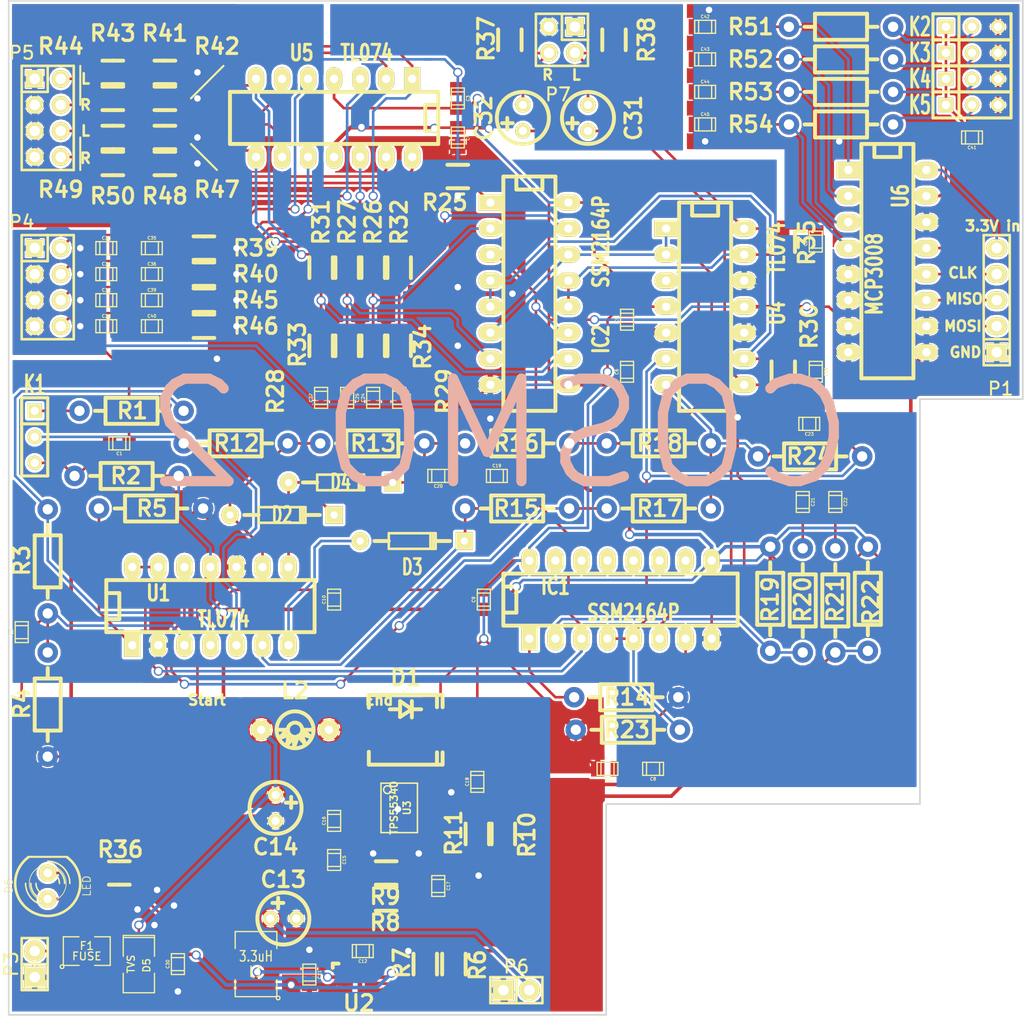
<source format=kicad_pcb>
(kicad_pcb (version 3) (host pcbnew "(2014-jan-25)-product")
  (layers (15 F.Cu signal) (0 B.Cu signal) (18 B.Paste user) (19 F.Paste user) (20 B.SilkS user) (21 F.SilkS user) (22 B.Mask user) (23 F.Mask user) (28 Edge.Cuts user))
  (net 0 "")
  (net 1 "Net-(C1-Pad1)")
  (net 2 GNDPWR)
  (net 3 "Net-(C2-Pad1)")
  (net 4 "/Audio Input Stage/V+")
  (net 5 "/Audio Input Stage/Gnd")
  (net 6 "/24V supply/Vin")
  (net 7 "Net-(C12-Pad1)")
  (net 8 "Net-(C12-Pad2)")
  (net 9 "/5V supply/Vout")
  (net 10 "Net-(C15-Pad1)")
  (net 11 "Net-(C16-Pad1)")
  (net 12 "Net-(C17-Pad1)")
  (net 13 "Net-(C19-Pad1)")
  (net 14 "Net-(C20-Pad1)")
  (net 15 "Net-(C21-Pad1)")
  (net 16 "Net-(C22-Pad1)")
  (net 17 "/Gain Compensation/vo")
  (net 18 "Net-(C23-Pad2)")
  (net 19 "Net-(C24-Pad1)")
  (net 20 "Net-(C25-Pad2)")
  (net 21 "/Audio Out/LeftIn")
  (net 22 "Net-(C26-Pad2)")
  (net 23 "Net-(C27-Pad1)")
  (net 24 "Net-(C28-Pad2)")
  (net 25 "/Right VCA/Out")
  (net 26 "Net-(C29-Pad2)")
  (net 27 "/Audio Out/LeftOut")
  (net 28 "/Audio Out/RightOut")
  (net 29 "/Audio Input Stage/ALeftIn")
  (net 30 "/Audio Input Stage/ARightIn")
  (net 31 "Net-(C35-Pad1)")
  (net 32 "Net-(C36-Pad1)")
  (net 33 "/Audio Input Stage/BLeftIn")
  (net 34 "/Audio Input Stage/BRightIn")
  (net 35 "Net-(C39-Pad1)")
  (net 36 "Net-(C40-Pad1)")
  (net 37 "Net-(C41-Pad1)")
  (net 38 "Net-(D1-Pad1)")
  (net 39 "Net-(D2-Pad1)")
  (net 40 "Net-(D2-Pad2)")
  (net 41 "Net-(D3-Pad1)")
  (net 42 "Net-(D6-Pad2)")
  (net 43 "/Power In/Vin+")
  (net 44 "Net-(IC1-Pad1)")
  (net 45 "Net-(IC1-Pad2)")
  (net 46 "/Gain Compensation/Vcp")
  (net 47 "/Gain Compensation/Vcn")
  (net 48 "Net-(IC1-Pad7)")
  (net 49 "Net-(IC2-Pad1)")
  (net 50 "Net-(IC2-Pad2)")
  (net 51 "Net-(IC2-Pad7)")
  (net 52 "Net-(IC2-Pad10)")
  (net 53 "Net-(IC2-Pad15)")
  (net 54 "Net-(K1-Pad1)")
  (net 55 "/Gain Compensation/Vc")
  (net 56 "Net-(K2-Pad2)")
  (net 57 "Net-(K3-Pad2)")
  (net 58 "Net-(K4-Pad2)")
  (net 59 "Net-(K5-Pad2)")
  (net 60 /ADC/mosi)
  (net 61 /ADC/miso)
  (net 62 /ADC/clk)
  (net 63 "/Audio Input Stage/ALeftOut")
  (net 64 "/Audio Input Stage/ARightOut")
  (net 65 "/Audio Input Stage/BLeftOut")
  (net 66 "/Audio Input Stage/BRightOut")
  (net 67 "Net-(R5-Pad2)")
  (net 68 "/5V supply/Vfb")
  (net 69 "Net-(R9-Pad1)")
  (net 70 "Net-(R10-Pad2)")
  (net 71 "Net-(R15-Pad2)")
  (net 72 "Net-(R16-Pad2)")
  (net 73 "Net-(R41-Pad1)")
  (net 74 "Net-(R42-Pad1)")
  (net 75 "Net-(R47-Pad1)")
  (net 76 "Net-(R48-Pad1)")
  (net 77 "Net-(C42-Pad1)")
  (net 78 "Net-(C43-Pad1)")
  (net 79 "Net-(C44-Pad1)")
  (net 80 "Net-(C45-Pad1)")
  (net 81 /ADC/v3.3)
  (module Capacitors_Elko_ThroughHole:Elko_vert_DM5_RM2-5 (layer F.Cu) (at 52.705 101.6 270)
    (fp_text reference C14 (at 3.81 0 360) (layer F.SilkS) (effects (font (thickness 0.3048))))
    (fp_text value 4.7µ hide)
    (fp_line (start -1.0668 -1.524) (end 0 -1.524) (layer F.Cu) (width 0.381))
    (fp_line (start -0.508 -2.032) (end -0.508 -0.9906) (layer F.Cu) (width 0.381))
    (pad 2 thru_hole circle (at 1.27 0 270) (size 1.50114 1.50114) (drill 0.8001) (layers *.Cu *.Mask F.SilkS) (net 2 GNDPWR))
    (pad 1 thru_hole circle (at -1.27 0 270) (size 1.50114 1.50114) (drill 0.8001) (layers *.Cu *.Mask F.SilkS) (net 6 "/24V supply/Vin"))
  )
  (module Capacitors_Elko_ThroughHole:Elko_vert_DM5_RM2-5 (layer F.Cu) (at 83.185 34.29 90)
    (fp_text reference C31 (at 0 4.445 90) (layer F.SilkS) (effects (font (thickness 0.3048))))
    (fp_text value CP2 hide)
    (fp_line (start -1.0668 -1.524) (end 0 -1.524) (layer F.Cu) (width 0.381))
    (fp_line (start -0.508 -2.032) (end -0.508 -0.9906) (layer F.Cu) (width 0.381))
    (pad 2 thru_hole circle (at 1.27 0 90) (size 1.50114 1.50114) (drill 0.8001) (layers *.Cu *.Mask F.SilkS) (net 27 "/Audio Out/LeftOut"))
    (pad 1 thru_hole circle (at -1.27 0 90) (size 1.50114 1.50114) (drill 0.8001) (layers *.Cu *.Mask F.SilkS) (net 21 "/Audio Out/LeftIn"))
  )
  (module Capacitors_Elko_ThroughHole:Elko_vert_DM5_RM2-5 (layer F.Cu) (at 76.835 34.29 90)
    (fp_text reference C32 (at 0 -3.81 90) (layer F.SilkS) (effects (font (thickness 0.3048))))
    (fp_text value CP2 hide)
    (fp_line (start -1.0668 -1.524) (end 0 -1.524) (layer F.Cu) (width 0.381))
    (fp_line (start -0.508 -2.032) (end -0.508 -0.9906) (layer F.Cu) (width 0.381))
    (pad 2 thru_hole circle (at 1.27 0 90) (size 1.50114 1.50114) (drill 0.8001) (layers *.Cu *.Mask F.SilkS) (net 28 "/Audio Out/RightOut"))
    (pad 1 thru_hole circle (at -1.27 0 90) (size 1.50114 1.50114) (drill 0.8001) (layers *.Cu *.Mask F.SilkS) (net 25 "/Right VCA/Out"))
  )
  (module Diodes_SMD:Diode-SMC_Standard (layer F.Cu) (at 65.405 93.98)
    (fp_text reference D1 (at 0 -5.08) (layer F.SilkS) (effects (font (thickness 0.3048))))
    (fp_text value 2A hide)
    (pad 1 smd rect (at -3.40106 0 90) (size 3.29946 2.49936) (layers F.Cu F.Paste F.Mask) (net 38 "Net-(D1-Pad1)"))
    (pad 2 smd rect (at 3.40106 0 90) (size 3.29946 2.49936) (layers F.Cu F.Paste F.Mask) (net 4 "/Audio Input Stage/V+"))
  )
  (module Diodes_ThroughHole:Diode_DO-35_SOD27_Horizontal_RM10 (layer F.Cu) (at 53.34 73.025)
    (fp_text reference D2 (at 0 0) (layer F.SilkS) (effects (font (size 1.524 1.016) (thickness 0.254))))
    (fp_text value DIODE hide)
    (pad 1 thru_hole circle (at -5.08 0) (size 1.69926 1.69926) (drill 0.70104) (layers *.Cu *.Mask F.SilkS) (net 39 "Net-(D2-Pad1)"))
    (pad 2 thru_hole rect (at 5.08 0) (size 1.69926 1.69926) (drill 0.70104) (layers *.Cu *.Mask F.SilkS) (net 40 "Net-(D2-Pad2)"))
  )
  (module Diodes_ThroughHole:Diode_DO-35_SOD27_Horizontal_RM10 (layer F.Cu) (at 66.04 75.565)
    (fp_text reference D3 (at 0 2.54) (layer F.SilkS) (effects (font (size 1.524 1.016) (thickness 0.254))))
    (fp_text value DIODE hide)
    (pad 1 thru_hole circle (at -5.08 0) (size 1.69926 1.69926) (drill 0.70104) (layers *.Cu *.Mask F.SilkS) (net 41 "Net-(D3-Pad1)"))
    (pad 2 thru_hole rect (at 5.08 0) (size 1.69926 1.69926) (drill 0.70104) (layers *.Cu *.Mask F.SilkS) (net 13 "Net-(C19-Pad1)"))
  )
  (module Diodes_ThroughHole:Diode_DO-35_SOD27_Horizontal_RM10 (layer F.Cu) (at 59.055 69.85)
    (fp_text reference D4 (at 0 0) (layer F.SilkS) (effects (font (size 1.524 1.016) (thickness 0.254))))
    (fp_text value DIODE hide)
    (pad 1 thru_hole circle (at -5.08 0) (size 1.69926 1.69926) (drill 0.70104) (layers *.Cu *.Mask F.SilkS) (net 40 "Net-(D2-Pad2)"))
    (pad 2 thru_hole rect (at 5.08 0) (size 1.69926 1.69926) (drill 0.70104) (layers *.Cu *.Mask F.SilkS) (net 14 "Net-(C20-Pad1)"))
  )
  (module SMD_Packages:SM1210L (layer F.Cu) (at 39.37 116.84 270)
    (fp_text reference D5 (at 0.127 -0.762 270) (layer F.SilkS) (effects (font (size 0.7 0.7) (thickness 0.127))))
    (fp_text value TVS (at 0 0.762 270) (layer F.SilkS) (effects (font (size 0.7 0.7) (thickness 0.127))))
    (pad 1 smd rect (at -1.778 0 270) (size 1.778 2.794) (layers F.Cu F.Paste F.Mask) (net 6 "/24V supply/Vin"))
    (pad 2 smd rect (at 1.778 0 270) (size 1.778 2.794) (layers F.Cu F.Paste F.Mask) (net 2 GNDPWR))
  )
  (module LEDs:LED-5MM (layer F.Cu) (at 30.48 109.22 90)
    (fp_text reference D6 (at 0 -3.81 90) (layer F.SilkS) (effects (font (size 0.762 0.762) (thickness 0.0889))))
    (fp_text value LED (at 0 3.81 90) (layer F.SilkS) (effects (font (size 0.762 0.762) (thickness 0.0889))))
    (pad 1 thru_hole circle (at -1.27 0 90) (size 1.6764 1.6764) (drill 0.8128) (layers *.Cu *.Mask F.SilkS) (net 6 "/24V supply/Vin"))
    (pad 2 thru_hole circle (at 1.27 0 90) (size 1.6764 1.6764) (drill 0.8128) (layers *.Cu *.Mask F.SilkS) (net 42 "Net-(D6-Pad2)"))
  )
  (module SMD_Packages:SM1210 (layer F.Cu) (at 34.29 115.57)
    (fp_text reference F1 (at 0 -0.508) (layer F.SilkS) (effects (font (size 0.762 0.762) (thickness 0.127))))
    (fp_text value FUSE (at 0 0.508) (layer F.SilkS) (effects (font (size 0.762 0.762) (thickness 0.127))))
    (pad 1 smd rect (at -1.524 0) (size 1.27 2.54) (layers F.Cu F.Paste F.Mask) (net 43 "/Power In/Vin+"))
    (pad 2 smd rect (at 1.524 0) (size 1.27 2.54) (layers F.Cu F.Paste F.Mask) (net 6 "/24V supply/Vin"))
  )
  (module Sockets_DIP:DIP-16__300_ELL (layer F.Cu) (at 86.36 81.28)
    (fp_text reference IC1 (at -6.35 -1.27) (layer F.SilkS) (effects (font (size 1.524 1.143) (thickness 0.3048))))
    (fp_text value SSM2164P (at 1.27 1.27) (layer F.SilkS) (effects (font (size 1.524 1.143) (thickness 0.3048))))
    (pad 1 thru_hole rect (at -8.89 3.81) (size 1.5748 2.286) (drill 0.8128) (layers *.Cu *.Mask F.SilkS) (net 44 "Net-(IC1-Pad1)"))
    (pad 2 thru_hole oval (at -6.35 3.81) (size 1.5748 2.286) (drill 0.8128) (layers *.Cu *.Mask F.SilkS) (net 45 "Net-(IC1-Pad2)"))
    (pad 3 thru_hole oval (at -3.81 3.81) (size 1.5748 2.286) (drill 0.8128) (layers *.Cu *.Mask F.SilkS) (net 46 "/Gain Compensation/Vcp"))
    (pad 4 thru_hole oval (at -1.27 3.81) (size 1.5748 2.286) (drill 0.8128) (layers *.Cu *.Mask F.SilkS) (net 18 "Net-(C23-Pad2)"))
    (pad 5 thru_hole oval (at 1.27 3.81) (size 1.5748 2.286) (drill 0.8128) (layers *.Cu *.Mask F.SilkS) (net 18 "Net-(C23-Pad2)"))
    (pad 6 thru_hole oval (at 3.81 3.81) (size 1.5748 2.286) (drill 0.8128) (layers *.Cu *.Mask F.SilkS) (net 47 "/Gain Compensation/Vcn"))
    (pad 7 thru_hole oval (at 6.35 3.81) (size 1.5748 2.286) (drill 0.8128) (layers *.Cu *.Mask F.SilkS) (net 48 "Net-(IC1-Pad7)"))
    (pad 8 thru_hole oval (at 8.89 3.81) (size 1.5748 2.286) (drill 0.8128) (layers *.Cu *.Mask F.SilkS) (net 5 "/Audio Input Stage/Gnd"))
    (pad 9 thru_hole oval (at 8.89 -3.81) (size 1.5748 2.286) (drill 0.8128) (layers *.Cu *.Mask F.SilkS) (net 2 GNDPWR))
    (pad 10 thru_hole oval (at 6.35 -3.81) (size 1.5748 2.286) (drill 0.8128) (layers *.Cu *.Mask F.SilkS))
    (pad 11 thru_hole oval (at 3.81 -3.81) (size 1.5748 2.286) (drill 0.8128) (layers *.Cu *.Mask F.SilkS))
    (pad 12 thru_hole oval (at 1.27 -3.81) (size 1.5748 2.286) (drill 0.8128) (layers *.Cu *.Mask F.SilkS))
    (pad 13 thru_hole oval (at -1.27 -3.81) (size 1.5748 2.286) (drill 0.8128) (layers *.Cu *.Mask F.SilkS))
    (pad 14 thru_hole oval (at -3.81 -3.81) (size 1.5748 2.286) (drill 0.8128) (layers *.Cu *.Mask F.SilkS))
    (pad 15 thru_hole oval (at -6.35 -3.81) (size 1.5748 2.286) (drill 0.8128) (layers *.Cu *.Mask F.SilkS))
    (pad 16 thru_hole oval (at -8.89 -3.81) (size 1.5748 2.286) (drill 0.8128) (layers *.Cu *.Mask F.SilkS) (net 4 "/Audio Input Stage/V+"))
  )
  (module Sockets_DIP:DIP-16__300_ELL (layer F.Cu) (at 77.47 51.435 270)
    (fp_text reference IC2 (at 4.445 -6.985 270) (layer F.SilkS) (effects (font (size 1.524 1.143) (thickness 0.3048))))
    (fp_text value SSM2164P (at -5.08 -6.985 270) (layer F.SilkS) (effects (font (size 1.524 1.143) (thickness 0.3048))))
    (pad 1 thru_hole rect (at -8.89 3.81 270) (size 1.5748 2.286) (drill 0.8128) (layers *.Cu *.Mask F.SilkS) (net 49 "Net-(IC2-Pad1)"))
    (pad 2 thru_hole oval (at -6.35 3.81 270) (size 1.5748 2.286) (drill 0.8128) (layers *.Cu *.Mask F.SilkS) (net 50 "Net-(IC2-Pad2)"))
    (pad 3 thru_hole oval (at -3.81 3.81 270) (size 1.5748 2.286) (drill 0.8128) (layers *.Cu *.Mask F.SilkS) (net 46 "/Gain Compensation/Vcp"))
    (pad 4 thru_hole oval (at -1.27 3.81 270) (size 1.5748 2.286) (drill 0.8128) (layers *.Cu *.Mask F.SilkS) (net 22 "Net-(C26-Pad2)"))
    (pad 5 thru_hole oval (at 1.27 3.81 270) (size 1.5748 2.286) (drill 0.8128) (layers *.Cu *.Mask F.SilkS) (net 22 "Net-(C26-Pad2)"))
    (pad 6 thru_hole oval (at 3.81 3.81 270) (size 1.5748 2.286) (drill 0.8128) (layers *.Cu *.Mask F.SilkS) (net 47 "/Gain Compensation/Vcn"))
    (pad 7 thru_hole oval (at 6.35 3.81 270) (size 1.5748 2.286) (drill 0.8128) (layers *.Cu *.Mask F.SilkS) (net 51 "Net-(IC2-Pad7)"))
    (pad 8 thru_hole oval (at 8.89 3.81 270) (size 1.5748 2.286) (drill 0.8128) (layers *.Cu *.Mask F.SilkS) (net 5 "/Audio Input Stage/Gnd"))
    (pad 9 thru_hole oval (at 8.89 -3.81 270) (size 1.5748 2.286) (drill 0.8128) (layers *.Cu *.Mask F.SilkS) (net 2 GNDPWR))
    (pad 10 thru_hole oval (at 6.35 -3.81 270) (size 1.5748 2.286) (drill 0.8128) (layers *.Cu *.Mask F.SilkS) (net 52 "Net-(IC2-Pad10)"))
    (pad 11 thru_hole oval (at 3.81 -3.81 270) (size 1.5748 2.286) (drill 0.8128) (layers *.Cu *.Mask F.SilkS) (net 46 "/Gain Compensation/Vcp"))
    (pad 12 thru_hole oval (at 1.27 -3.81 270) (size 1.5748 2.286) (drill 0.8128) (layers *.Cu *.Mask F.SilkS) (net 26 "Net-(C29-Pad2)"))
    (pad 13 thru_hole oval (at -1.27 -3.81 270) (size 1.5748 2.286) (drill 0.8128) (layers *.Cu *.Mask F.SilkS) (net 26 "Net-(C29-Pad2)"))
    (pad 14 thru_hole oval (at -3.81 -3.81 270) (size 1.5748 2.286) (drill 0.8128) (layers *.Cu *.Mask F.SilkS) (net 47 "/Gain Compensation/Vcn"))
    (pad 15 thru_hole oval (at -6.35 -3.81 270) (size 1.5748 2.286) (drill 0.8128) (layers *.Cu *.Mask F.SilkS) (net 53 "Net-(IC2-Pad15)"))
    (pad 16 thru_hole oval (at -8.89 -3.81 270) (size 1.5748 2.286) (drill 0.8128) (layers *.Cu *.Mask F.SilkS) (net 4 "/Audio Input Stage/V+"))
  )
  (module Connect:SIL-3 (layer F.Cu) (at 29.21 65.405 270)
    (fp_text reference K1 (at -5.08 0 360) (layer F.SilkS) (effects (font (size 1.7907 1.07696) (thickness 0.3048))))
    (fp_text value mixpot hide)
    (pad 1 thru_hole rect (at -2.54 0 270) (size 1.397 1.397) (drill 0.8128) (layers *.Cu *.Mask F.SilkS) (net 54 "Net-(K1-Pad1)"))
    (pad 2 thru_hole circle (at 0 0 270) (size 1.397 1.397) (drill 0.8128) (layers *.Cu *.Mask F.SilkS) (net 55 "/Gain Compensation/Vc"))
    (pad 3 thru_hole circle (at 2.54 0 270) (size 1.397 1.397) (drill 0.8128) (layers *.Cu *.Mask F.SilkS) (net 1 "Net-(C1-Pad1)"))
  )
  (module Connect:SIL-3 (layer F.Cu) (at 120.65 25.4)
    (fp_text reference K2 (at -5.08 0) (layer F.SilkS) (effects (font (size 1.7907 1.07696) (thickness 0.3048))))
    (fp_text value AD0 hide)
    (pad 1 thru_hole rect (at -2.54 0) (size 1.397 1.397) (drill 0.8128) (layers *.Cu *.Mask F.SilkS) (net 37 "Net-(C41-Pad1)"))
    (pad 2 thru_hole circle (at 0 0) (size 1.397 1.397) (drill 0.8128) (layers *.Cu *.Mask F.SilkS) (net 56 "Net-(K2-Pad2)"))
    (pad 3 thru_hole circle (at 2.54 0) (size 1.397 1.397) (drill 0.8128) (layers *.Cu *.Mask F.SilkS) (net 2 GNDPWR))
  )
  (module Connect:SIL-3 (layer F.Cu) (at 120.65 27.94)
    (fp_text reference K3 (at -5.08 0) (layer F.SilkS) (effects (font (size 1.7907 1.07696) (thickness 0.3048))))
    (fp_text value AD1 hide)
    (pad 1 thru_hole rect (at -2.54 0) (size 1.397 1.397) (drill 0.8128) (layers *.Cu *.Mask F.SilkS) (net 37 "Net-(C41-Pad1)"))
    (pad 2 thru_hole circle (at 0 0) (size 1.397 1.397) (drill 0.8128) (layers *.Cu *.Mask F.SilkS) (net 57 "Net-(K3-Pad2)"))
    (pad 3 thru_hole circle (at 2.54 0) (size 1.397 1.397) (drill 0.8128) (layers *.Cu *.Mask F.SilkS) (net 2 GNDPWR))
  )
  (module Connect:SIL-3 (layer F.Cu) (at 120.65 30.48)
    (fp_text reference K4 (at -5.08 0) (layer F.SilkS) (effects (font (size 1.7907 1.07696) (thickness 0.3048))))
    (fp_text value AD2 hide)
    (pad 1 thru_hole rect (at -2.54 0) (size 1.397 1.397) (drill 0.8128) (layers *.Cu *.Mask F.SilkS) (net 37 "Net-(C41-Pad1)"))
    (pad 2 thru_hole circle (at 0 0) (size 1.397 1.397) (drill 0.8128) (layers *.Cu *.Mask F.SilkS) (net 58 "Net-(K4-Pad2)"))
    (pad 3 thru_hole circle (at 2.54 0) (size 1.397 1.397) (drill 0.8128) (layers *.Cu *.Mask F.SilkS) (net 2 GNDPWR))
  )
  (module Connect:SIL-3 (layer F.Cu) (at 120.65 33.02)
    (fp_text reference K5 (at -5.08 0) (layer F.SilkS) (effects (font (size 1.7907 1.07696) (thickness 0.3048))))
    (fp_text value AD3 hide)
    (pad 1 thru_hole rect (at -2.54 0) (size 1.397 1.397) (drill 0.8128) (layers *.Cu *.Mask F.SilkS) (net 37 "Net-(C41-Pad1)"))
    (pad 2 thru_hole circle (at 0 0) (size 1.397 1.397) (drill 0.8128) (layers *.Cu *.Mask F.SilkS) (net 59 "Net-(K5-Pad2)"))
    (pad 3 thru_hole circle (at 2.54 0) (size 1.397 1.397) (drill 0.8128) (layers *.Cu *.Mask F.SilkS) (net 2 GNDPWR))
  )
  (module SMD_Packages:SM1812 (layer F.Cu) (at 50.8 116.84 90)
    (fp_text reference L1 (at -0.74676 0 180) (layer F.SilkS) (effects (font (size 1.016 0.762) (thickness 0.127))))
    (fp_text value 3.3uH (at 0.762 0 180) (layer F.SilkS) (effects (font (size 1.016 0.762) (thickness 0.127))))
    (pad 1 smd rect (at -2.286 0 90) (size 1.397 3.81) (layers F.Cu F.Paste F.Mask) (net 7 "Net-(C12-Pad1)"))
    (pad 2 smd rect (at 2.286 0 90) (size 1.397 3.81) (layers F.Cu F.Paste F.Mask) (net 9 "/5V supply/Vout"))
  )
  (module Choke_Toroid_ThroughHole:Choke_Toroid_horizontal_Diameter3-5mm_Amidon-T12 (layer F.Cu) (at 54.61 93.98)
    (fp_text reference L2 (at 0 -3.81) (layer F.SilkS) (effects (font (thickness 0.3048))))
    (fp_text value 27µ hide)
    (fp_text user End (at 8.19912 -2.90068) (layer F.SilkS) (effects (font (size 1.00076 1.00076) (thickness 0.25146))))
    (fp_text user Start (at -8.60044 -2.90068) (layer F.SilkS) (effects (font (size 1.00076 1.00076) (thickness 0.25146))))
    (pad 1 thru_hole circle (at -3.29946 0) (size 1.99898 1.99898) (drill 0.8001) (layers *.Cu *.Mask F.SilkS) (net 6 "/24V supply/Vin"))
    (pad 2 thru_hole circle (at 3.29946 0) (size 1.99898 1.99898) (drill 0.8001) (layers *.Cu *.Mask F.SilkS) (net 38 "Net-(D1-Pad1)"))
  )
  (module Resistors_ThroughHole:Resistor_Horizontal_RM10mm (layer F.Cu) (at 38.735 62.865 180)
    (fp_text reference R1 (at 0 0 180) (layer F.SilkS) (effects (font (thickness 0.3048))))
    (fp_text value 47k hide)
    (pad 1 thru_hole circle (at -5.00126 0 180) (size 1.99898 1.99898) (drill 1.00076) (layers *.Cu) (net 4 "/Audio Input Stage/V+"))
    (pad 2 thru_hole circle (at 5.15874 0 180) (size 1.99898 1.99898) (drill 1.00076) (layers *.Cu) (net 54 "Net-(K1-Pad1)"))
  )
  (module Resistors_ThroughHole:Resistor_Horizontal_RM10mm (layer F.Cu) (at 38.1 69.215)
    (fp_text reference R2 (at 0 0) (layer F.SilkS) (effects (font (thickness 0.3048))))
    (fp_text value 47k hide)
    (pad 1 thru_hole circle (at -5.00126 0) (size 1.99898 1.99898) (drill 1.00076) (layers *.Cu) (net 1 "Net-(C1-Pad1)"))
    (pad 2 thru_hole circle (at 5.15874 0) (size 1.99898 1.99898) (drill 1.00076) (layers *.Cu) (net 2 GNDPWR))
  )
  (module Resistors_ThroughHole:Resistor_Horizontal_RM10mm (layer F.Cu) (at 30.48 77.47 270)
    (fp_text reference R3 (at 0 2.54 270) (layer F.SilkS) (effects (font (thickness 0.3048))))
    (fp_text value 47k hide)
    (pad 1 thru_hole circle (at -5.00126 0 270) (size 1.99898 1.99898) (drill 1.00076) (layers *.Cu) (net 4 "/Audio Input Stage/V+"))
    (pad 2 thru_hole circle (at 5.15874 0 270) (size 1.99898 1.99898) (drill 1.00076) (layers *.Cu) (net 3 "Net-(C2-Pad1)"))
  )
  (module Resistors_ThroughHole:Resistor_Horizontal_RM10mm (layer F.Cu) (at 30.48 91.44 270)
    (fp_text reference R4 (at 0 2.54 270) (layer F.SilkS) (effects (font (thickness 0.3048))))
    (fp_text value 47k hide)
    (pad 1 thru_hole circle (at -5.00126 0 270) (size 1.99898 1.99898) (drill 1.00076) (layers *.Cu) (net 3 "Net-(C2-Pad1)"))
    (pad 2 thru_hole circle (at 5.15874 0 270) (size 1.99898 1.99898) (drill 1.00076) (layers *.Cu) (net 2 GNDPWR))
  )
  (module Resistors_ThroughHole:Resistor_Horizontal_RM10mm (layer F.Cu) (at 40.64 72.39 180)
    (fp_text reference R5 (at 0 0 180) (layer F.SilkS) (effects (font (thickness 0.3048))))
    (fp_text value 10 hide)
    (pad 1 thru_hole circle (at -5.00126 0 180) (size 1.99898 1.99898) (drill 1.00076) (layers *.Cu) (net 5 "/Audio Input Stage/Gnd"))
    (pad 2 thru_hole circle (at 5.15874 0 180) (size 1.99898 1.99898) (drill 1.00076) (layers *.Cu) (net 67 "Net-(R5-Pad2)"))
  )
  (module Resistors_ThroughHole:Resistor_Horizontal_RM10mm (layer F.Cu) (at 48.895 66.04 180)
    (fp_text reference R12 (at 0 0 180) (layer F.SilkS) (effects (font (thickness 0.3048))))
    (fp_text value 100k hide)
    (pad 1 thru_hole circle (at -5.00126 0 180) (size 1.99898 1.99898) (drill 1.00076) (layers *.Cu) (net 39 "Net-(D2-Pad1)"))
    (pad 2 thru_hole circle (at 5.15874 0 180) (size 1.99898 1.99898) (drill 1.00076) (layers *.Cu) (net 55 "/Gain Compensation/Vc"))
  )
  (module Resistors_ThroughHole:Resistor_Horizontal_RM10mm (layer F.Cu) (at 62.23 66.04 180)
    (fp_text reference R13 (at 0 0 180) (layer F.SilkS) (effects (font (thickness 0.3048))))
    (fp_text value 100k hide)
    (pad 1 thru_hole circle (at -5.00126 0 180) (size 1.99898 1.99898) (drill 1.00076) (layers *.Cu) (net 14 "Net-(C20-Pad1)"))
    (pad 2 thru_hole circle (at 5.15874 0 180) (size 1.99898 1.99898) (drill 1.00076) (layers *.Cu) (net 39 "Net-(D2-Pad1)"))
  )
  (module Resistors_ThroughHole:Resistor_Horizontal_RM10mm (layer F.Cu) (at 86.995 90.805 180)
    (fp_text reference R14 (at 0 0 180) (layer F.SilkS) (effects (font (thickness 0.3048))))
    (fp_text value DNM hide)
    (pad 1 thru_hole circle (at -5.00126 0 180) (size 1.99898 1.99898) (drill 1.00076) (layers *.Cu) (net 5 "/Audio Input Stage/Gnd"))
    (pad 2 thru_hole circle (at 5.15874 0 180) (size 1.99898 1.99898) (drill 1.00076) (layers *.Cu) (net 44 "Net-(IC1-Pad1)"))
  )
  (module Resistors_ThroughHole:Resistor_Horizontal_RM10mm (layer F.Cu) (at 76.2 72.39)
    (fp_text reference R15 (at 0 0) (layer F.SilkS) (effects (font (thickness 0.3048))))
    (fp_text value 100k hide)
    (pad 1 thru_hole circle (at -5.00126 0) (size 1.99898 1.99898) (drill 1.00076) (layers *.Cu) (net 13 "Net-(C19-Pad1)"))
    (pad 2 thru_hole circle (at 5.15874 0) (size 1.99898 1.99898) (drill 1.00076) (layers *.Cu) (net 71 "Net-(R15-Pad2)"))
  )
  (module Resistors_ThroughHole:Resistor_Horizontal_RM10mm (layer F.Cu) (at 76.2 66.04)
    (fp_text reference R16 (at 0 0) (layer F.SilkS) (effects (font (thickness 0.3048))))
    (fp_text value 100k hide)
    (pad 1 thru_hole circle (at -5.00126 0) (size 1.99898 1.99898) (drill 1.00076) (layers *.Cu) (net 14 "Net-(C20-Pad1)"))
    (pad 2 thru_hole circle (at 5.15874 0) (size 1.99898 1.99898) (drill 1.00076) (layers *.Cu) (net 72 "Net-(R16-Pad2)"))
  )
  (module Resistors_ThroughHole:Resistor_Horizontal_RM10mm (layer F.Cu) (at 90.17 72.39 180)
    (fp_text reference R17 (at 0 0 180) (layer F.SilkS) (effects (font (thickness 0.3048))))
    (fp_text value 100k hide)
    (pad 1 thru_hole circle (at -5.00126 0 180) (size 1.99898 1.99898) (drill 1.00076) (layers *.Cu) (net 17 "/Gain Compensation/vo"))
    (pad 2 thru_hole circle (at 5.15874 0 180) (size 1.99898 1.99898) (drill 1.00076) (layers *.Cu) (net 71 "Net-(R15-Pad2)"))
  )
  (module Resistors_ThroughHole:Resistor_Horizontal_RM10mm (layer F.Cu) (at 90.17 66.04 180)
    (fp_text reference R18 (at 0 0 180) (layer F.SilkS) (effects (font (thickness 0.3048))))
    (fp_text value 100k hide)
    (pad 1 thru_hole circle (at -5.00126 0 180) (size 1.99898 1.99898) (drill 1.00076) (layers *.Cu) (net 17 "/Gain Compensation/vo"))
    (pad 2 thru_hole circle (at 5.15874 0 180) (size 1.99898 1.99898) (drill 1.00076) (layers *.Cu) (net 72 "Net-(R16-Pad2)"))
  )
  (module Resistors_ThroughHole:Resistor_Horizontal_RM10mm (layer F.Cu) (at 100.965 81.28 90)
    (fp_text reference R19 (at 0 0 90) (layer F.SilkS) (effects (font (thickness 0.3048))))
    (fp_text value 80k hide)
    (pad 1 thru_hole circle (at -5.00126 0 90) (size 1.99898 1.99898) (drill 1.00076) (layers *.Cu) (net 45 "Net-(IC1-Pad2)"))
    (pad 2 thru_hole circle (at 5.15874 0 90) (size 1.99898 1.99898) (drill 1.00076) (layers *.Cu) (net 2 GNDPWR))
  )
  (module Resistors_ThroughHole:Resistor_Horizontal_RM10mm (layer F.Cu) (at 110.49 81.28 90)
    (fp_text reference R20 (at 0 -6.35 90) (layer F.SilkS) (effects (font (thickness 0.3048))))
    (fp_text value 80k hide)
    (pad 1 thru_hole circle (at -5.00126 0 90) (size 1.99898 1.99898) (drill 1.00076) (layers *.Cu) (net 48 "Net-(IC1-Pad7)"))
    (pad 2 thru_hole circle (at 5.15874 0 90) (size 1.99898 1.99898) (drill 1.00076) (layers *.Cu) (net 2 GNDPWR))
  )
  (module Resistors_ThroughHole:Resistor_Horizontal_RM10mm (layer F.Cu) (at 104.14 81.28 270)
    (fp_text reference R21 (at 0 -3.175 270) (layer F.SilkS) (effects (font (thickness 0.3048))))
    (fp_text value 500 hide)
    (pad 1 thru_hole circle (at -5.00126 0 270) (size 1.99898 1.99898) (drill 1.00076) (layers *.Cu) (net 15 "Net-(C21-Pad1)"))
    (pad 2 thru_hole circle (at 5.15874 0 270) (size 1.99898 1.99898) (drill 1.00076) (layers *.Cu) (net 45 "Net-(IC1-Pad2)"))
  )
  (module Resistors_ThroughHole:Resistor_Horizontal_RM10mm (layer F.Cu) (at 107.315 81.28 270)
    (fp_text reference R22 (at 0.24892 -3.50012 270) (layer F.SilkS) (effects (font (thickness 0.3048))))
    (fp_text value 500 hide)
    (pad 1 thru_hole circle (at -5.00126 0 270) (size 1.99898 1.99898) (drill 1.00076) (layers *.Cu) (net 16 "Net-(C22-Pad1)"))
    (pad 2 thru_hole circle (at 5.15874 0 270) (size 1.99898 1.99898) (drill 1.00076) (layers *.Cu) (net 48 "Net-(IC1-Pad7)"))
  )
  (module Resistors_ThroughHole:Resistor_Horizontal_RM10mm (layer F.Cu) (at 86.995 93.98)
    (fp_text reference R23 (at 0 0) (layer F.SilkS) (effects (font (thickness 0.3048))))
    (fp_text value 80k hide)
    (pad 1 thru_hole circle (at -5.00126 0) (size 1.99898 1.99898) (drill 1.00076) (layers *.Cu) (net 4 "/Audio Input Stage/V+"))
    (pad 2 thru_hole circle (at 5.15874 0) (size 1.99898 1.99898) (drill 1.00076) (layers *.Cu) (net 18 "Net-(C23-Pad2)"))
  )
  (module Resistors_ThroughHole:Resistor_Horizontal_RM10mm (layer F.Cu) (at 104.775 67.31)
    (fp_text reference R24 (at 0 0) (layer F.SilkS) (effects (font (thickness 0.3048))))
    (fp_text value 33k hide)
    (pad 1 thru_hole circle (at -5.00126 0) (size 1.99898 1.99898) (drill 1.00076) (layers *.Cu) (net 17 "/Gain Compensation/vo"))
    (pad 2 thru_hole circle (at 5.15874 0) (size 1.99898 1.99898) (drill 1.00076) (layers *.Cu) (net 18 "Net-(C23-Pad2)"))
  )
  (module Sockets_DIP:DIP-14__300_ELL (layer F.Cu) (at 46.355 81.915)
    (fp_text reference U1 (at -5.08 -1.27) (layer F.SilkS) (effects (font (size 1.524 1.143) (thickness 0.3048))))
    (fp_text value TL074 (at 1.27 1.27) (layer F.SilkS) (effects (font (size 1.524 1.143) (thickness 0.3048))))
    (pad 1 thru_hole rect (at -7.62 3.81) (size 1.5748 2.286) (drill 0.8128) (layers *.Cu *.Mask F.SilkS) (net 67 "Net-(R5-Pad2)"))
    (pad 2 thru_hole oval (at -5.08 3.81) (size 1.5748 2.286) (drill 0.8128) (layers *.Cu *.Mask F.SilkS) (net 5 "/Audio Input Stage/Gnd"))
    (pad 3 thru_hole oval (at -2.54 3.81) (size 1.5748 2.286) (drill 0.8128) (layers *.Cu *.Mask F.SilkS) (net 3 "Net-(C2-Pad1)"))
    (pad 4 thru_hole oval (at 0 3.81) (size 1.5748 2.286) (drill 0.8128) (layers *.Cu *.Mask F.SilkS) (net 4 "/Audio Input Stage/V+"))
    (pad 5 thru_hole oval (at 2.54 3.81) (size 1.5748 2.286) (drill 0.8128) (layers *.Cu *.Mask F.SilkS) (net 55 "/Gain Compensation/Vc"))
    (pad 6 thru_hole oval (at 5.08 3.81) (size 1.5748 2.286) (drill 0.8128) (layers *.Cu *.Mask F.SilkS) (net 13 "Net-(C19-Pad1)"))
    (pad 7 thru_hole oval (at 7.62 3.81) (size 1.5748 2.286) (drill 0.8128) (layers *.Cu *.Mask F.SilkS) (net 41 "Net-(D3-Pad1)"))
    (pad 8 thru_hole oval (at 7.62 -3.81) (size 1.5748 2.286) (drill 0.8128) (layers *.Cu *.Mask F.SilkS) (net 40 "Net-(D2-Pad2)"))
    (pad 9 thru_hole oval (at 5.08 -3.81) (size 1.5748 2.286) (drill 0.8128) (layers *.Cu *.Mask F.SilkS) (net 39 "Net-(D2-Pad1)"))
    (pad 10 thru_hole oval (at 2.54 -3.81) (size 1.5748 2.286) (drill 0.8128) (layers *.Cu *.Mask F.SilkS) (net 5 "/Audio Input Stage/Gnd"))
    (pad 11 thru_hole oval (at 0 -3.81) (size 1.5748 2.286) (drill 0.8128) (layers *.Cu *.Mask F.SilkS) (net 2 GNDPWR))
    (pad 12 thru_hole oval (at -2.54 -3.81) (size 1.5748 2.286) (drill 0.8128) (layers *.Cu *.Mask F.SilkS) (net 71 "Net-(R15-Pad2)"))
    (pad 13 thru_hole oval (at -5.08 -3.81) (size 1.5748 2.286) (drill 0.8128) (layers *.Cu *.Mask F.SilkS) (net 46 "/Gain Compensation/Vcp"))
    (pad 14 thru_hole oval (at -7.62 -3.81) (size 1.5748 2.286) (drill 0.8128) (layers *.Cu *.Mask F.SilkS) (net 46 "/Gain Compensation/Vcp"))
  )
  (module Housings_SOT-23_SOT-143_TSOT-6:SC70-6_Handsoldering (layer F.Cu) (at 60.833 118.11 270)
    (fp_text reference U2 (at 2.54 0 360) (layer F.SilkS) (effects (font (thickness 0.3048))))
    (fp_text value TPS563209DDCR hide)
    (pad 1 smd rect (at -0.65024 1.33096 270) (size 0.39878 1.50114) (layers F.Cu F.Paste F.Mask) (net 2 GNDPWR))
    (pad 2 smd rect (at 0 1.33096 270) (size 0.39878 1.50114) (layers F.Cu F.Paste F.Mask) (net 7 "Net-(C12-Pad1)"))
    (pad 3 smd rect (at 0.65024 1.33096 270) (size 0.39878 1.50114) (layers F.Cu F.Paste F.Mask) (net 6 "/24V supply/Vin"))
    (pad 4 smd rect (at 0.65024 -1.33096 270) (size 0.39878 1.50114) (layers F.Cu F.Paste F.Mask) (net 68 "/5V supply/Vfb"))
    (pad 5 smd rect (at 0 -1.33096 270) (size 0.39878 1.50114) (layers F.Cu F.Paste F.Mask) (net 6 "/24V supply/Vin"))
    (pad 6 smd rect (at -0.65024 -1.33096 270) (size 0.39878 1.50114) (layers F.Cu F.Paste F.Mask) (net 8 "Net-(C12-Pad2)"))
  )
  (module SSOP_Packages:SSOP-14 (layer F.Cu) (at 64.77 101.6 270)
    (fp_text reference U3 (at 0 -0.762 270) (layer F.SilkS) (effects (font (size 0.7 0.7))))
    (fp_text value TPS55340 (at 0 0.508 270) (layer F.SilkS) (effects (font (size 0.7 0.7))))
    (pad 1 smd rect (at -1.9304 2.794 270) (size 0.4 1.4) (layers F.Cu F.Paste F.Mask) (net 38 "Net-(D1-Pad1)"))
    (pad 2 smd rect (at -1.2954 2.794 270) (size 0.4 1.4) (layers F.Cu F.Paste F.Mask) (net 38 "Net-(D1-Pad1)"))
    (pad 3 smd rect (at -0.635 2.794 270) (size 0.4 1.4) (layers F.Cu F.Paste F.Mask) (net 6 "/24V supply/Vin"))
    (pad 4 smd rect (at 0 2.794 270) (size 0.4 1.4) (layers F.Cu F.Paste F.Mask) (net 6 "/24V supply/Vin"))
    (pad 5 smd rect (at 0.6604 2.794 270) (size 0.4 1.4) (layers F.Cu F.Paste F.Mask) (net 11 "Net-(C16-Pad1)"))
    (pad 6 smd rect (at 1.3081 2.794 270) (size 0.4 1.4) (layers F.Cu F.Paste F.Mask) (net 2 GNDPWR))
    (pad 7 smd rect (at 1.9558 2.794 270) (size 0.4 1.4) (layers F.Cu F.Paste F.Mask) (net 2 GNDPWR))
    (pad 8 smd rect (at 1.9558 -2.794 270) (size 0.4 1.4) (layers F.Cu F.Paste F.Mask) (net 12 "Net-(C17-Pad1)"))
    (pad 9 smd rect (at 1.3081 -2.794 270) (size 0.4 1.4) (layers F.Cu F.Paste F.Mask) (net 70 "Net-(R10-Pad2)"))
    (pad 10 smd rect (at 0.6604 -2.794 270) (size 0.4 1.4) (layers F.Cu F.Paste F.Mask) (net 69 "Net-(R9-Pad1)"))
    (pad 11 smd rect (at 0 -2.794 270) (size 0.4 1.4) (layers F.Cu F.Paste F.Mask))
    (pad 12 smd rect (at -0.6477 -2.794 270) (size 0.4 1.4) (layers F.Cu F.Paste F.Mask) (net 2 GNDPWR))
    (pad 13 smd rect (at -1.2954 -2.794 270) (size 0.4 1.4) (layers F.Cu F.Paste F.Mask) (net 2 GNDPWR))
    (pad 14 smd rect (at -1.9431 -2.794 270) (size 0.4 1.4) (layers F.Cu F.Paste F.Mask) (net 2 GNDPWR))
  )
  (module Sockets_DIP:DIP-14__300_ELL (layer F.Cu) (at 94.615 52.705 270)
    (fp_text reference U4 (at 0.635 -6.985 270) (layer F.SilkS) (effects (font (size 1.524 1.143) (thickness 0.3048))))
    (fp_text value TL074 (at -5.715 -6.985 270) (layer F.SilkS) (effects (font (size 1.524 1.143) (thickness 0.3048))))
    (pad 1 thru_hole rect (at -7.62 3.81 270) (size 1.5748 2.286) (drill 0.8128) (layers *.Cu *.Mask F.SilkS) (net 47 "/Gain Compensation/Vcn"))
    (pad 2 thru_hole oval (at -5.08 3.81 270) (size 1.5748 2.286) (drill 0.8128) (layers *.Cu *.Mask F.SilkS) (net 47 "/Gain Compensation/Vcn"))
    (pad 3 thru_hole oval (at -2.54 3.81 270) (size 1.5748 2.286) (drill 0.8128) (layers *.Cu *.Mask F.SilkS) (net 72 "Net-(R16-Pad2)"))
    (pad 4 thru_hole oval (at 0 3.81 270) (size 1.5748 2.286) (drill 0.8128) (layers *.Cu *.Mask F.SilkS) (net 4 "/Audio Input Stage/V+"))
    (pad 5 thru_hole oval (at 2.54 3.81 270) (size 1.5748 2.286) (drill 0.8128) (layers *.Cu *.Mask F.SilkS) (net 5 "/Audio Input Stage/Gnd"))
    (pad 6 thru_hole oval (at 5.08 3.81 270) (size 1.5748 2.286) (drill 0.8128) (layers *.Cu *.Mask F.SilkS) (net 18 "Net-(C23-Pad2)"))
    (pad 7 thru_hole oval (at 7.62 3.81 270) (size 1.5748 2.286) (drill 0.8128) (layers *.Cu *.Mask F.SilkS) (net 17 "/Gain Compensation/vo"))
    (pad 8 thru_hole oval (at 7.62 -3.81 270) (size 1.5748 2.286) (drill 0.8128) (layers *.Cu *.Mask F.SilkS) (net 21 "/Audio Out/LeftIn"))
    (pad 9 thru_hole oval (at 5.08 -3.81 270) (size 1.5748 2.286) (drill 0.8128) (layers *.Cu *.Mask F.SilkS) (net 22 "Net-(C26-Pad2)"))
    (pad 10 thru_hole oval (at 2.54 -3.81 270) (size 1.5748 2.286) (drill 0.8128) (layers *.Cu *.Mask F.SilkS) (net 5 "/Audio Input Stage/Gnd"))
    (pad 11 thru_hole oval (at 0 -3.81 270) (size 1.5748 2.286) (drill 0.8128) (layers *.Cu *.Mask F.SilkS) (net 2 GNDPWR))
    (pad 12 thru_hole oval (at -2.54 -3.81 270) (size 1.5748 2.286) (drill 0.8128) (layers *.Cu *.Mask F.SilkS) (net 5 "/Audio Input Stage/Gnd"))
    (pad 13 thru_hole oval (at -5.08 -3.81 270) (size 1.5748 2.286) (drill 0.8128) (layers *.Cu *.Mask F.SilkS) (net 26 "Net-(C29-Pad2)"))
    (pad 14 thru_hole oval (at -7.62 -3.81 270) (size 1.5748 2.286) (drill 0.8128) (layers *.Cu *.Mask F.SilkS) (net 25 "/Right VCA/Out"))
  )
  (module Sockets_DIP:DIP-14__300_ELL (layer F.Cu) (at 58.42 34.29 180)
    (fp_text reference U5 (at 3.175 6.35 180) (layer F.SilkS) (effects (font (size 1.524 1.143) (thickness 0.3048))))
    (fp_text value TL074 (at -3.175 6.35 180) (layer F.SilkS) (effects (font (size 1.524 1.143) (thickness 0.3048))))
    (pad 1 thru_hole rect (at -7.62 3.81 180) (size 1.5748 2.286) (drill 0.8128) (layers *.Cu *.Mask F.SilkS) (net 63 "/Audio Input Stage/ALeftOut"))
    (pad 2 thru_hole oval (at -5.08 3.81 180) (size 1.5748 2.286) (drill 0.8128) (layers *.Cu *.Mask F.SilkS) (net 73 "Net-(R41-Pad1)"))
    (pad 3 thru_hole oval (at -2.54 3.81 180) (size 1.5748 2.286) (drill 0.8128) (layers *.Cu *.Mask F.SilkS) (net 31 "Net-(C35-Pad1)"))
    (pad 4 thru_hole oval (at 0 3.81 180) (size 1.5748 2.286) (drill 0.8128) (layers *.Cu *.Mask F.SilkS) (net 4 "/Audio Input Stage/V+"))
    (pad 5 thru_hole oval (at 2.54 3.81 180) (size 1.5748 2.286) (drill 0.8128) (layers *.Cu *.Mask F.SilkS) (net 32 "Net-(C36-Pad1)"))
    (pad 6 thru_hole oval (at 5.08 3.81 180) (size 1.5748 2.286) (drill 0.8128) (layers *.Cu *.Mask F.SilkS) (net 74 "Net-(R42-Pad1)"))
    (pad 7 thru_hole oval (at 7.62 3.81 180) (size 1.5748 2.286) (drill 0.8128) (layers *.Cu *.Mask F.SilkS) (net 64 "/Audio Input Stage/ARightOut"))
    (pad 8 thru_hole oval (at 7.62 -3.81 180) (size 1.5748 2.286) (drill 0.8128) (layers *.Cu *.Mask F.SilkS) (net 65 "/Audio Input Stage/BLeftOut"))
    (pad 9 thru_hole oval (at 5.08 -3.81 180) (size 1.5748 2.286) (drill 0.8128) (layers *.Cu *.Mask F.SilkS) (net 75 "Net-(R47-Pad1)"))
    (pad 10 thru_hole oval (at 2.54 -3.81 180) (size 1.5748 2.286) (drill 0.8128) (layers *.Cu *.Mask F.SilkS) (net 35 "Net-(C39-Pad1)"))
    (pad 11 thru_hole oval (at 0 -3.81 180) (size 1.5748 2.286) (drill 0.8128) (layers *.Cu *.Mask F.SilkS) (net 2 GNDPWR))
    (pad 12 thru_hole oval (at -2.54 -3.81 180) (size 1.5748 2.286) (drill 0.8128) (layers *.Cu *.Mask F.SilkS) (net 36 "Net-(C40-Pad1)"))
    (pad 13 thru_hole oval (at -5.08 -3.81 180) (size 1.5748 2.286) (drill 0.8128) (layers *.Cu *.Mask F.SilkS) (net 76 "Net-(R48-Pad1)"))
    (pad 14 thru_hole oval (at -7.62 -3.81 180) (size 1.5748 2.286) (drill 0.8128) (layers *.Cu *.Mask F.SilkS) (net 66 "/Audio Input Stage/BRightOut"))
  )
  (module Sockets_DIP:DIP-16__300_ELL (layer F.Cu) (at 112.395 48.26 270)
    (fp_text reference U6 (at -6.35 -1.27 270) (layer F.SilkS) (effects (font (size 1.524 1.143) (thickness 0.3048))))
    (fp_text value MCP3008 (at 1.27 1.27 270) (layer F.SilkS) (effects (font (size 1.524 1.143) (thickness 0.3048))))
    (pad 1 thru_hole rect (at -8.89 3.81 270) (size 1.5748 2.286) (drill 0.8128) (layers *.Cu *.Mask F.SilkS) (net 77 "Net-(C42-Pad1)"))
    (pad 2 thru_hole oval (at -6.35 3.81 270) (size 1.5748 2.286) (drill 0.8128) (layers *.Cu *.Mask F.SilkS) (net 78 "Net-(C43-Pad1)"))
    (pad 3 thru_hole oval (at -3.81 3.81 270) (size 1.5748 2.286) (drill 0.8128) (layers *.Cu *.Mask F.SilkS) (net 79 "Net-(C44-Pad1)"))
    (pad 4 thru_hole oval (at -1.27 3.81 270) (size 1.5748 2.286) (drill 0.8128) (layers *.Cu *.Mask F.SilkS) (net 80 "Net-(C45-Pad1)"))
    (pad 5 thru_hole oval (at 1.27 3.81 270) (size 1.5748 2.286) (drill 0.8128) (layers *.Cu *.Mask F.SilkS) (net 2 GNDPWR))
    (pad 6 thru_hole oval (at 3.81 3.81 270) (size 1.5748 2.286) (drill 0.8128) (layers *.Cu *.Mask F.SilkS) (net 2 GNDPWR))
    (pad 7 thru_hole oval (at 6.35 3.81 270) (size 1.5748 2.286) (drill 0.8128) (layers *.Cu *.Mask F.SilkS) (net 2 GNDPWR))
    (pad 8 thru_hole oval (at 8.89 3.81 270) (size 1.5748 2.286) (drill 0.8128) (layers *.Cu *.Mask F.SilkS) (net 2 GNDPWR))
    (pad 9 thru_hole oval (at 8.89 -3.81 270) (size 1.5748 2.286) (drill 0.8128) (layers *.Cu *.Mask F.SilkS) (net 2 GNDPWR))
    (pad 10 thru_hole oval (at 6.35 -3.81 270) (size 1.5748 2.286) (drill 0.8128) (layers *.Cu *.Mask F.SilkS) (net 2 GNDPWR))
    (pad 11 thru_hole oval (at 3.81 -3.81 270) (size 1.5748 2.286) (drill 0.8128) (layers *.Cu *.Mask F.SilkS) (net 60 /ADC/mosi))
    (pad 12 thru_hole oval (at 1.27 -3.81 270) (size 1.5748 2.286) (drill 0.8128) (layers *.Cu *.Mask F.SilkS) (net 61 /ADC/miso))
    (pad 13 thru_hole oval (at -1.27 -3.81 270) (size 1.5748 2.286) (drill 0.8128) (layers *.Cu *.Mask F.SilkS) (net 62 /ADC/clk))
    (pad 14 thru_hole oval (at -3.81 -3.81 270) (size 1.5748 2.286) (drill 0.8128) (layers *.Cu *.Mask F.SilkS) (net 2 GNDPWR))
    (pad 15 thru_hole oval (at -6.35 -3.81 270) (size 1.5748 2.286) (drill 0.8128) (layers *.Cu *.Mask F.SilkS) (net 37 "Net-(C41-Pad1)"))
    (pad 16 thru_hole oval (at -8.89 -3.81 270) (size 1.5748 2.286) (drill 0.8128) (layers *.Cu *.Mask F.SilkS) (net 81 /ADC/v3.3))
  )
  (module Pin_Headers:Pin_Header_Straight_2x04 (layer F.Cu) (at 30.48 34.29 270)
    (fp_text reference P5 (at -6.35 2.54 360) (layer F.SilkS) (effects (font (size 1.27 1.27) (thickness 0.2032))))
    (fp_text value amped hide)
    (pad 1 thru_hole rect (at -3.81 1.27 270) (size 1.7272 1.7272) (drill 1.016) (layers *.Cu *.Mask F.SilkS) (net 5 "/Audio Input Stage/Gnd"))
    (pad 2 thru_hole oval (at -1.27 1.27 270) (size 1.7272 1.7272) (drill 1.016) (layers *.Cu *.Mask F.SilkS) (net 5 "/Audio Input Stage/Gnd"))
    (pad 3 thru_hole oval (at 1.27 1.27 270) (size 1.7272 1.7272) (drill 1.016) (layers *.Cu *.Mask F.SilkS) (net 5 "/Audio Input Stage/Gnd"))
    (pad 4 thru_hole oval (at 3.81 1.27 270) (size 1.7272 1.7272) (drill 1.016) (layers *.Cu *.Mask F.SilkS) (net 5 "/Audio Input Stage/Gnd"))
    (pad 5 thru_hole oval (at 3.81 -1.27 270) (size 1.7272 1.7272) (drill 1.016) (layers *.Cu *.Mask F.SilkS) (net 66 "/Audio Input Stage/BRightOut"))
    (pad 6 thru_hole oval (at 1.27 -1.27 270) (size 1.7272 1.7272) (drill 1.016) (layers *.Cu *.Mask F.SilkS) (net 65 "/Audio Input Stage/BLeftOut"))
    (pad 7 thru_hole oval (at -1.27 -1.27 270) (size 1.7272 1.7272) (drill 1.016) (layers *.Cu *.Mask F.SilkS) (net 64 "/Audio Input Stage/ARightOut"))
    (pad 8 thru_hole oval (at -3.81 -1.27 270) (size 1.7272 1.7272) (drill 1.016) (layers *.Cu *.Mask F.SilkS) (net 63 "/Audio Input Stage/ALeftOut"))
  )
  (module Pin_Headers:Pin_Header_Straight_2x04 (layer F.Cu) (at 30.48 50.8 270)
    (fp_text reference P4 (at -6.35 2.54 360) (layer F.SilkS) (effects (font (size 1.27 1.27) (thickness 0.2032))))
    (fp_text value audioin hide)
    (pad 1 thru_hole rect (at -3.81 1.27 270) (size 1.7272 1.7272) (drill 1.016) (layers *.Cu *.Mask F.SilkS) (net 2 GNDPWR))
    (pad 2 thru_hole oval (at -1.27 1.27 270) (size 1.7272 1.7272) (drill 1.016) (layers *.Cu *.Mask F.SilkS) (net 2 GNDPWR))
    (pad 3 thru_hole oval (at 1.27 1.27 270) (size 1.7272 1.7272) (drill 1.016) (layers *.Cu *.Mask F.SilkS) (net 2 GNDPWR))
    (pad 4 thru_hole oval (at 3.81 1.27 270) (size 1.7272 1.7272) (drill 1.016) (layers *.Cu *.Mask F.SilkS) (net 2 GNDPWR))
    (pad 5 thru_hole oval (at 3.81 -1.27 270) (size 1.7272 1.7272) (drill 1.016) (layers *.Cu *.Mask F.SilkS) (net 34 "/Audio Input Stage/BRightIn"))
    (pad 6 thru_hole oval (at 1.27 -1.27 270) (size 1.7272 1.7272) (drill 1.016) (layers *.Cu *.Mask F.SilkS) (net 33 "/Audio Input Stage/BLeftIn"))
    (pad 7 thru_hole oval (at -1.27 -1.27 270) (size 1.7272 1.7272) (drill 1.016) (layers *.Cu *.Mask F.SilkS) (net 30 "/Audio Input Stage/ARightIn"))
    (pad 8 thru_hole oval (at -3.81 -1.27 270) (size 1.7272 1.7272) (drill 1.016) (layers *.Cu *.Mask F.SilkS) (net 29 "/Audio Input Stage/ALeftIn"))
  )
  (module Resistors_SMD:Resistor_SMD0805_HandSoldering (layer F.Cu) (at 45.72 46.99)
    (fp_text reference R39 (at 5.08 0) (layer F.SilkS) (effects (font (thickness 0.3048))))
    (fp_text value 1M hide)
    (pad 1 smd rect (at -1.30048 0) (size 1.50114 1.19888) (layers F.Cu F.Paste F.Mask) (net 31 "Net-(C35-Pad1)"))
    (pad 2 smd rect (at 1.30048 0) (size 1.50114 1.19888) (layers F.Cu F.Paste F.Mask) (net 5 "/Audio Input Stage/Gnd"))
  )
  (module Resistors_SMD:Resistor_SMD0805_HandSoldering (layer F.Cu) (at 45.72 49.53)
    (fp_text reference R40 (at 5.08 0) (layer F.SilkS) (effects (font (thickness 0.3048))))
    (fp_text value 1M hide)
    (pad 1 smd rect (at -1.30048 0) (size 1.50114 1.19888) (layers F.Cu F.Paste F.Mask) (net 32 "Net-(C36-Pad1)"))
    (pad 2 smd rect (at 1.30048 0) (size 1.50114 1.19888) (layers F.Cu F.Paste F.Mask) (net 5 "/Audio Input Stage/Gnd"))
  )
  (module Resistors_SMD:Resistor_SMD0805_HandSoldering (layer F.Cu) (at 45.72 52.07)
    (fp_text reference R45 (at 5.08 0) (layer F.SilkS) (effects (font (thickness 0.3048))))
    (fp_text value 1M hide)
    (pad 1 smd rect (at -1.30048 0) (size 1.50114 1.19888) (layers F.Cu F.Paste F.Mask) (net 35 "Net-(C39-Pad1)"))
    (pad 2 smd rect (at 1.30048 0) (size 1.50114 1.19888) (layers F.Cu F.Paste F.Mask) (net 5 "/Audio Input Stage/Gnd"))
  )
  (module Resistors_SMD:Resistor_SMD0805_HandSoldering (layer F.Cu) (at 45.72 54.61)
    (fp_text reference R46 (at 5.08 0) (layer F.SilkS) (effects (font (thickness 0.3048))))
    (fp_text value 1M hide)
    (pad 1 smd rect (at -1.30048 0) (size 1.50114 1.19888) (layers F.Cu F.Paste F.Mask) (net 36 "Net-(C40-Pad1)"))
    (pad 2 smd rect (at 1.30048 0) (size 1.50114 1.19888) (layers F.Cu F.Paste F.Mask) (net 5 "/Audio Input Stage/Gnd"))
  )
  (module Capacitors_SMD:c_0805 (layer F.Cu) (at 37.465 66.04 180)
    (fp_text reference C1 (at 0 -0.9906 180) (layer F.SilkS) (effects (font (size 0.29972 0.29972) (thickness 0.06096))))
    (fp_text value 1µ hide)
    (pad 1 smd rect (at 0.9525 0 180) (size 1.30048 1.4986) (layers F.Cu F.Paste F.Mask) (net 1 "Net-(C1-Pad1)"))
    (pad 2 smd rect (at -0.9525 0 180) (size 1.30048 1.4986) (layers F.Cu F.Paste F.Mask) (net 2 GNDPWR))
  )
  (module Capacitors_SMD:c_0805 (layer F.Cu) (at 27.94 84.455 90)
    (fp_text reference C2 (at 0 -0.9906 90) (layer F.SilkS) (effects (font (size 0.29972 0.29972) (thickness 0.06096))))
    (fp_text value 1µ hide)
    (pad 1 smd rect (at 0.9525 0 90) (size 1.30048 1.4986) (layers F.Cu F.Paste F.Mask) (net 3 "Net-(C2-Pad1)"))
    (pad 2 smd rect (at -0.9525 0 90) (size 1.30048 1.4986) (layers F.Cu F.Paste F.Mask) (net 2 GNDPWR))
  )
  (module Capacitors_SMD:c_0805 (layer F.Cu) (at 70.485 32.385 270)
    (fp_text reference C3 (at 0 -0.9906 270) (layer F.SilkS) (effects (font (size 0.29972 0.29972) (thickness 0.06096))))
    (fp_text value 10u hide)
    (pad 1 smd rect (at 0.9525 0 270) (size 1.30048 1.4986) (layers F.Cu F.Paste F.Mask) (net 4 "/Audio Input Stage/V+"))
    (pad 2 smd rect (at -0.9525 0 270) (size 1.30048 1.4986) (layers F.Cu F.Paste F.Mask) (net 5 "/Audio Input Stage/Gnd"))
  )
  (module Capacitors_SMD:c_0805 (layer F.Cu) (at 70.485 36.195 270)
    (fp_text reference C4 (at 0 -0.9906 270) (layer F.SilkS) (effects (font (size 0.29972 0.29972) (thickness 0.06096))))
    (fp_text value 10u hide)
    (pad 1 smd rect (at 0.9525 0 270) (size 1.30048 1.4986) (layers F.Cu F.Paste F.Mask) (net 5 "/Audio Input Stage/Gnd"))
    (pad 2 smd rect (at -0.9525 0 270) (size 1.30048 1.4986) (layers F.Cu F.Paste F.Mask) (net 2 GNDPWR))
  )
  (module Capacitors_SMD:c_0805 (layer F.Cu) (at 86.995 53.975 90)
    (fp_text reference C5 (at 0 -0.9906 90) (layer F.SilkS) (effects (font (size 0.29972 0.29972) (thickness 0.06096))))
    (fp_text value 100n hide)
    (pad 1 smd rect (at 0.9525 0 90) (size 1.30048 1.4986) (layers F.Cu F.Paste F.Mask) (net 4 "/Audio Input Stage/V+"))
    (pad 2 smd rect (at -0.9525 0 90) (size 1.30048 1.4986) (layers F.Cu F.Paste F.Mask) (net 5 "/Audio Input Stage/Gnd"))
  )
  (module Capacitors_SMD:c_0805 (layer F.Cu) (at 86.995 59.055 90)
    (fp_text reference C6 (at 0 -0.9906 90) (layer F.SilkS) (effects (font (size 0.29972 0.29972) (thickness 0.06096))))
    (fp_text value 100n hide)
    (pad 1 smd rect (at 0.9525 0 90) (size 1.30048 1.4986) (layers F.Cu F.Paste F.Mask) (net 5 "/Audio Input Stage/Gnd"))
    (pad 2 smd rect (at -0.9525 0 90) (size 1.30048 1.4986) (layers F.Cu F.Paste F.Mask) (net 2 GNDPWR))
  )
  (module Capacitors_SMD:c_0805 (layer F.Cu) (at 85.09 97.79 180)
    (fp_text reference C7 (at 0 -0.9906 180) (layer F.SilkS) (effects (font (size 0.29972 0.29972) (thickness 0.06096))))
    (fp_text value 100n hide)
    (pad 1 smd rect (at 0.9525 0 180) (size 1.30048 1.4986) (layers F.Cu F.Paste F.Mask) (net 4 "/Audio Input Stage/V+"))
    (pad 2 smd rect (at -0.9525 0 180) (size 1.30048 1.4986) (layers F.Cu F.Paste F.Mask) (net 5 "/Audio Input Stage/Gnd"))
  )
  (module Capacitors_SMD:c_0805 (layer F.Cu) (at 89.535 97.79 180)
    (fp_text reference C8 (at 0 -0.9906 180) (layer F.SilkS) (effects (font (size 0.29972 0.29972) (thickness 0.06096))))
    (fp_text value 100n hide)
    (pad 1 smd rect (at 0.9525 0 180) (size 1.30048 1.4986) (layers F.Cu F.Paste F.Mask) (net 5 "/Audio Input Stage/Gnd"))
    (pad 2 smd rect (at -0.9525 0 180) (size 1.30048 1.4986) (layers F.Cu F.Paste F.Mask) (net 2 GNDPWR))
  )
  (module Capacitors_SMD:c_0805 (layer F.Cu) (at 73.025 81.28 90)
    (fp_text reference C9 (at 0 -0.9906 90) (layer F.SilkS) (effects (font (size 0.29972 0.29972) (thickness 0.06096))))
    (fp_text value 100n hide)
    (pad 1 smd rect (at 0.9525 0 90) (size 1.30048 1.4986) (layers F.Cu F.Paste F.Mask) (net 4 "/Audio Input Stage/V+"))
    (pad 2 smd rect (at -0.9525 0 90) (size 1.30048 1.4986) (layers F.Cu F.Paste F.Mask) (net 2 GNDPWR))
  )
  (module Capacitors_SMD:c_0805 (layer F.Cu) (at 58.42 81.28 90)
    (fp_text reference C10 (at 0 -0.9906 90) (layer F.SilkS) (effects (font (size 0.29972 0.29972) (thickness 0.06096))))
    (fp_text value 100n hide)
    (pad 1 smd rect (at 0.9525 0 90) (size 1.30048 1.4986) (layers F.Cu F.Paste F.Mask) (net 4 "/Audio Input Stage/V+"))
    (pad 2 smd rect (at -0.9525 0 90) (size 1.30048 1.4986) (layers F.Cu F.Paste F.Mask) (net 2 GNDPWR))
  )
  (module Capacitors_SMD:c_0805 (layer F.Cu) (at 56.007 117.856 270)
    (fp_text reference C11 (at 0 -0.9906 270) (layer F.SilkS) (effects (font (size 0.29972 0.29972) (thickness 0.06096))))
    (fp_text value 22u hide)
    (pad 1 smd rect (at 0.9525 0 270) (size 1.30048 1.4986) (layers F.Cu F.Paste F.Mask) (net 6 "/24V supply/Vin"))
    (pad 2 smd rect (at -0.9525 0 270) (size 1.30048 1.4986) (layers F.Cu F.Paste F.Mask) (net 2 GNDPWR))
  )
  (module Capacitors_SMD:c_0805 (layer F.Cu) (at 61.214 115.57 180)
    (fp_text reference C12 (at 0 -0.9906 180) (layer F.SilkS) (effects (font (size 0.29972 0.29972) (thickness 0.06096))))
    (fp_text value 100n hide)
    (pad 1 smd rect (at 0.9525 0 180) (size 1.30048 1.4986) (layers F.Cu F.Paste F.Mask) (net 7 "Net-(C12-Pad1)"))
    (pad 2 smd rect (at -0.9525 0 180) (size 1.30048 1.4986) (layers F.Cu F.Paste F.Mask) (net 8 "Net-(C12-Pad2)"))
  )
  (module Capacitors_SMD:c_0805 (layer F.Cu) (at 58.42 106.68 270)
    (fp_text reference C15 (at 0 -0.9906 270) (layer F.SilkS) (effects (font (size 0.29972 0.29972) (thickness 0.06096))))
    (fp_text value 680n hide)
    (pad 1 smd rect (at 0.9525 0 270) (size 1.30048 1.4986) (layers F.Cu F.Paste F.Mask) (net 10 "Net-(C15-Pad1)"))
    (pad 2 smd rect (at -0.9525 0 270) (size 1.30048 1.4986) (layers F.Cu F.Paste F.Mask) (net 2 GNDPWR))
  )
  (module Capacitors_SMD:c_0805 (layer F.Cu) (at 58.42 102.87 90)
    (fp_text reference C16 (at 0 -0.9906 90) (layer F.SilkS) (effects (font (size 0.29972 0.29972) (thickness 0.06096))))
    (fp_text value 150n hide)
    (pad 1 smd rect (at 0.9525 0 90) (size 1.30048 1.4986) (layers F.Cu F.Paste F.Mask) (net 11 "Net-(C16-Pad1)"))
    (pad 2 smd rect (at -0.9525 0 90) (size 1.30048 1.4986) (layers F.Cu F.Paste F.Mask) (net 2 GNDPWR))
  )
  (module Capacitors_SMD:c_0805 (layer F.Cu) (at 68.58 109.22 270)
    (fp_text reference C17 (at 0 -0.9906 270) (layer F.SilkS) (effects (font (size 0.29972 0.29972) (thickness 0.06096))))
    (fp_text value 680p hide)
    (pad 1 smd rect (at 0.9525 0 270) (size 1.30048 1.4986) (layers F.Cu F.Paste F.Mask) (net 12 "Net-(C17-Pad1)"))
    (pad 2 smd rect (at -0.9525 0 270) (size 1.30048 1.4986) (layers F.Cu F.Paste F.Mask) (net 2 GNDPWR))
  )
  (module Capacitors_SMD:c_0805 (layer F.Cu) (at 72.39 99.06 90)
    (fp_text reference C18 (at 0 -0.9906 90) (layer F.SilkS) (effects (font (size 0.29972 0.29972) (thickness 0.06096))))
    (fp_text value 4.7µ hide)
    (pad 1 smd rect (at 0.9525 0 90) (size 1.30048 1.4986) (layers F.Cu F.Paste F.Mask) (net 4 "/Audio Input Stage/V+"))
    (pad 2 smd rect (at -0.9525 0 90) (size 1.30048 1.4986) (layers F.Cu F.Paste F.Mask) (net 2 GNDPWR))
  )
  (module Capacitors_SMD:c_0805 (layer F.Cu) (at 74.295 69.215)
    (fp_text reference C19 (at 0 -0.9906) (layer F.SilkS) (effects (font (size 0.29972 0.29972) (thickness 0.06096))))
    (fp_text value C hide)
    (pad 1 smd rect (at 0.9525 0) (size 1.30048 1.4986) (layers F.Cu F.Paste F.Mask) (net 13 "Net-(C19-Pad1)"))
    (pad 2 smd rect (at -0.9525 0) (size 1.30048 1.4986) (layers F.Cu F.Paste F.Mask) (net 5 "/Audio Input Stage/Gnd"))
  )
  (module Capacitors_SMD:c_0805 (layer F.Cu) (at 68.58 69.215 180)
    (fp_text reference C20 (at 0 -0.9906 180) (layer F.SilkS) (effects (font (size 0.29972 0.29972) (thickness 0.06096))))
    (fp_text value C hide)
    (pad 1 smd rect (at 0.9525 0 180) (size 1.30048 1.4986) (layers F.Cu F.Paste F.Mask) (net 14 "Net-(C20-Pad1)"))
    (pad 2 smd rect (at -0.9525 0 180) (size 1.30048 1.4986) (layers F.Cu F.Paste F.Mask) (net 5 "/Audio Input Stage/Gnd"))
  )
  (module Capacitors_SMD:c_0805 (layer F.Cu) (at 104.14 71.755 270)
    (fp_text reference C21 (at 0 -0.9906 270) (layer F.SilkS) (effects (font (size 0.29972 0.29972) (thickness 0.06096))))
    (fp_text value 560p hide)
    (pad 1 smd rect (at 0.9525 0 270) (size 1.30048 1.4986) (layers F.Cu F.Paste F.Mask) (net 15 "Net-(C21-Pad1)"))
    (pad 2 smd rect (at -0.9525 0 270) (size 1.30048 1.4986) (layers F.Cu F.Paste F.Mask) (net 5 "/Audio Input Stage/Gnd"))
  )
  (module Capacitors_SMD:c_0805 (layer F.Cu) (at 107.315 71.755 270)
    (fp_text reference C22 (at 0 -0.9906 270) (layer F.SilkS) (effects (font (size 0.29972 0.29972) (thickness 0.06096))))
    (fp_text value 560p hide)
    (pad 1 smd rect (at 0.9525 0 270) (size 1.30048 1.4986) (layers F.Cu F.Paste F.Mask) (net 16 "Net-(C22-Pad1)"))
    (pad 2 smd rect (at -0.9525 0 270) (size 1.30048 1.4986) (layers F.Cu F.Paste F.Mask) (net 5 "/Audio Input Stage/Gnd"))
  )
  (module Capacitors_SMD:c_0805 (layer F.Cu) (at 104.775 64.135 180)
    (fp_text reference C23 (at 0 -0.9906 180) (layer F.SilkS) (effects (font (size 0.29972 0.29972) (thickness 0.06096))))
    (fp_text value 100p hide)
    (pad 1 smd rect (at 0.9525 0 180) (size 1.30048 1.4986) (layers F.Cu F.Paste F.Mask) (net 17 "/Gain Compensation/vo"))
    (pad 2 smd rect (at -0.9525 0 180) (size 1.30048 1.4986) (layers F.Cu F.Paste F.Mask) (net 18 "Net-(C23-Pad2)"))
  )
  (module Capacitors_SMD:c_0805 (layer F.Cu) (at 62.23 61.595 90)
    (fp_text reference C24 (at 0 -0.9906 90) (layer F.SilkS) (effects (font (size 0.29972 0.29972) (thickness 0.06096))))
    (fp_text value 560p hide)
    (pad 1 smd rect (at 0.9525 0 90) (size 1.30048 1.4986) (layers F.Cu F.Paste F.Mask) (net 19 "Net-(C24-Pad1)"))
    (pad 2 smd rect (at -0.9525 0 90) (size 1.30048 1.4986) (layers F.Cu F.Paste F.Mask) (net 5 "/Audio Input Stage/Gnd"))
  )
  (module Capacitors_SMD:c_0805 (layer F.Cu) (at 59.69 61.595 270)
    (fp_text reference C25 (at 0 -0.9906 270) (layer F.SilkS) (effects (font (size 0.29972 0.29972) (thickness 0.06096))))
    (fp_text value 560p hide)
    (pad 1 smd rect (at 0.9525 0 270) (size 1.30048 1.4986) (layers F.Cu F.Paste F.Mask) (net 5 "/Audio Input Stage/Gnd"))
    (pad 2 smd rect (at -0.9525 0 270) (size 1.30048 1.4986) (layers F.Cu F.Paste F.Mask) (net 20 "Net-(C25-Pad2)"))
  )
  (module Capacitors_SMD:c_0805 (layer F.Cu) (at 105.41 59.055 270)
    (fp_text reference C26 (at 0 -0.9906 270) (layer F.SilkS) (effects (font (size 0.29972 0.29972) (thickness 0.06096))))
    (fp_text value 100p hide)
    (pad 1 smd rect (at 0.9525 0 270) (size 1.30048 1.4986) (layers F.Cu F.Paste F.Mask) (net 21 "/Audio Out/LeftIn"))
    (pad 2 smd rect (at -0.9525 0 270) (size 1.30048 1.4986) (layers F.Cu F.Paste F.Mask) (net 22 "Net-(C26-Pad2)"))
  )
  (module Capacitors_SMD:c_0805 (layer F.Cu) (at 57.15 61.595 90)
    (fp_text reference C27 (at 0 -0.9906 90) (layer F.SilkS) (effects (font (size 0.29972 0.29972) (thickness 0.06096))))
    (fp_text value 560p hide)
    (pad 1 smd rect (at 0.9525 0 90) (size 1.30048 1.4986) (layers F.Cu F.Paste F.Mask) (net 23 "Net-(C27-Pad1)"))
    (pad 2 smd rect (at -0.9525 0 90) (size 1.30048 1.4986) (layers F.Cu F.Paste F.Mask) (net 5 "/Audio Input Stage/Gnd"))
  )
  (module Capacitors_SMD:c_0805 (layer F.Cu) (at 64.77 61.595 270)
    (fp_text reference C28 (at 0 -0.9906 270) (layer F.SilkS) (effects (font (size 0.29972 0.29972) (thickness 0.06096))))
    (fp_text value 560p hide)
    (pad 1 smd rect (at 0.9525 0 270) (size 1.30048 1.4986) (layers F.Cu F.Paste F.Mask) (net 5 "/Audio Input Stage/Gnd"))
    (pad 2 smd rect (at -0.9525 0 270) (size 1.30048 1.4986) (layers F.Cu F.Paste F.Mask) (net 24 "Net-(C28-Pad2)"))
  )
  (module Capacitors_SMD:c_0805 (layer F.Cu) (at 105.41 46.355 90)
    (fp_text reference C29 (at 0 -0.9906 90) (layer F.SilkS) (effects (font (size 0.29972 0.29972) (thickness 0.06096))))
    (fp_text value 100p hide)
    (pad 1 smd rect (at 0.9525 0 90) (size 1.30048 1.4986) (layers F.Cu F.Paste F.Mask) (net 25 "/Right VCA/Out"))
    (pad 2 smd rect (at -0.9525 0 90) (size 1.30048 1.4986) (layers F.Cu F.Paste F.Mask) (net 26 "Net-(C29-Pad2)"))
  )
  (module Capacitors_SMD:c_0805 (layer F.Cu) (at 36.195 46.99)
    (fp_text reference C33 (at 0 -0.9906) (layer F.SilkS) (effects (font (size 0.29972 0.29972) (thickness 0.06096))))
    (fp_text value 22p hide)
    (pad 1 smd rect (at 0.9525 0) (size 1.30048 1.4986) (layers F.Cu F.Paste F.Mask) (net 29 "/Audio Input Stage/ALeftIn"))
    (pad 2 smd rect (at -0.9525 0) (size 1.30048 1.4986) (layers F.Cu F.Paste F.Mask) (net 2 GNDPWR))
  )
  (module Capacitors_SMD:c_0805 (layer F.Cu) (at 36.195 49.53)
    (fp_text reference C34 (at 0 -0.9906) (layer F.SilkS) (effects (font (size 0.29972 0.29972) (thickness 0.06096))))
    (fp_text value 22p hide)
    (pad 1 smd rect (at 0.9525 0) (size 1.30048 1.4986) (layers F.Cu F.Paste F.Mask) (net 30 "/Audio Input Stage/ARightIn"))
    (pad 2 smd rect (at -0.9525 0) (size 1.30048 1.4986) (layers F.Cu F.Paste F.Mask) (net 2 GNDPWR))
  )
  (module Capacitors_SMD:c_0805 (layer F.Cu) (at 40.64 46.99)
    (fp_text reference C35 (at 0 -0.9906) (layer F.SilkS) (effects (font (size 0.29972 0.29972) (thickness 0.06096))))
    (fp_text value 100n hide)
    (pad 1 smd rect (at 0.9525 0) (size 1.30048 1.4986) (layers F.Cu F.Paste F.Mask) (net 31 "Net-(C35-Pad1)"))
    (pad 2 smd rect (at -0.9525 0) (size 1.30048 1.4986) (layers F.Cu F.Paste F.Mask) (net 29 "/Audio Input Stage/ALeftIn"))
  )
  (module Capacitors_SMD:c_0805 (layer F.Cu) (at 40.64 49.53)
    (fp_text reference C36 (at 0 -0.9906) (layer F.SilkS) (effects (font (size 0.29972 0.29972) (thickness 0.06096))))
    (fp_text value 100n hide)
    (pad 1 smd rect (at 0.9525 0) (size 1.30048 1.4986) (layers F.Cu F.Paste F.Mask) (net 32 "Net-(C36-Pad1)"))
    (pad 2 smd rect (at -0.9525 0) (size 1.30048 1.4986) (layers F.Cu F.Paste F.Mask) (net 30 "/Audio Input Stage/ARightIn"))
  )
  (module Capacitors_SMD:c_0805 (layer F.Cu) (at 36.195 52.07)
    (fp_text reference C37 (at 0 -0.9906) (layer F.SilkS) (effects (font (size 0.29972 0.29972) (thickness 0.06096))))
    (fp_text value 22p hide)
    (pad 1 smd rect (at 0.9525 0) (size 1.30048 1.4986) (layers F.Cu F.Paste F.Mask) (net 33 "/Audio Input Stage/BLeftIn"))
    (pad 2 smd rect (at -0.9525 0) (size 1.30048 1.4986) (layers F.Cu F.Paste F.Mask) (net 2 GNDPWR))
  )
  (module Capacitors_SMD:c_0805 (layer F.Cu) (at 36.195 54.61)
    (fp_text reference C38 (at 0 -0.9906) (layer F.SilkS) (effects (font (size 0.29972 0.29972) (thickness 0.06096))))
    (fp_text value 22p hide)
    (pad 1 smd rect (at 0.9525 0) (size 1.30048 1.4986) (layers F.Cu F.Paste F.Mask) (net 34 "/Audio Input Stage/BRightIn"))
    (pad 2 smd rect (at -0.9525 0) (size 1.30048 1.4986) (layers F.Cu F.Paste F.Mask) (net 2 GNDPWR))
  )
  (module Capacitors_SMD:c_0805 (layer F.Cu) (at 40.64 52.07)
    (fp_text reference C39 (at 0 -0.9906) (layer F.SilkS) (effects (font (size 0.29972 0.29972) (thickness 0.06096))))
    (fp_text value 100n hide)
    (pad 1 smd rect (at 0.9525 0) (size 1.30048 1.4986) (layers F.Cu F.Paste F.Mask) (net 35 "Net-(C39-Pad1)"))
    (pad 2 smd rect (at -0.9525 0) (size 1.30048 1.4986) (layers F.Cu F.Paste F.Mask) (net 33 "/Audio Input Stage/BLeftIn"))
  )
  (module Capacitors_SMD:c_0805 (layer F.Cu) (at 40.64 54.61)
    (fp_text reference C40 (at 0 -0.9906) (layer F.SilkS) (effects (font (size 0.29972 0.29972) (thickness 0.06096))))
    (fp_text value 100n hide)
    (pad 1 smd rect (at 0.9525 0) (size 1.30048 1.4986) (layers F.Cu F.Paste F.Mask) (net 36 "Net-(C40-Pad1)"))
    (pad 2 smd rect (at -0.9525 0) (size 1.30048 1.4986) (layers F.Cu F.Paste F.Mask) (net 34 "/Audio Input Stage/BRightIn"))
  )
  (module Capacitors_SMD:c_0805 (layer F.Cu) (at 120.65 36.195 180)
    (fp_text reference C41 (at 0 -0.9906 180) (layer F.SilkS) (effects (font (size 0.29972 0.29972) (thickness 0.06096))))
    (fp_text value 100n hide)
    (pad 1 smd rect (at 0.9525 0 180) (size 1.30048 1.4986) (layers F.Cu F.Paste F.Mask) (net 37 "Net-(C41-Pad1)"))
    (pad 2 smd rect (at -0.9525 0 180) (size 1.30048 1.4986) (layers F.Cu F.Paste F.Mask) (net 2 GNDPWR))
  )
  (module Capacitors_SMD:c_0805 (layer F.Cu) (at 94.615 25.4)
    (fp_text reference C42 (at 0 -0.9906) (layer F.SilkS) (effects (font (size 0.29972 0.29972) (thickness 0.06096))))
    (fp_text value 100n hide)
    (pad 1 smd rect (at 0.9525 0) (size 1.30048 1.4986) (layers F.Cu F.Paste F.Mask) (net 77 "Net-(C42-Pad1)"))
    (pad 2 smd rect (at -0.9525 0) (size 1.30048 1.4986) (layers F.Cu F.Paste F.Mask) (net 2 GNDPWR))
  )
  (module Resistors_SMD:Resistor_SMD0805_HandSoldering (layer F.Cu) (at 70.104 116.84 270)
    (fp_text reference R6 (at 0.09906 -2.30124 270) (layer F.SilkS) (effects (font (thickness 0.3048))))
    (fp_text value 56.2k hide)
    (pad 1 smd rect (at -1.30048 0 270) (size 1.50114 1.19888) (layers F.Cu F.Paste F.Mask) (net 9 "/5V supply/Vout"))
    (pad 2 smd rect (at 1.30048 0 270) (size 1.50114 1.19888) (layers F.Cu F.Paste F.Mask) (net 68 "/5V supply/Vfb"))
  )
  (module Resistors_SMD:Resistor_SMD0805_HandSoldering (layer F.Cu) (at 67.31 116.84 90)
    (fp_text reference R7 (at 0.09906 -2.30124 90) (layer F.SilkS) (effects (font (thickness 0.3048))))
    (fp_text value 10k hide)
    (pad 1 smd rect (at -1.30048 0 90) (size 1.50114 1.19888) (layers F.Cu F.Paste F.Mask) (net 68 "/5V supply/Vfb"))
    (pad 2 smd rect (at 1.30048 0 90) (size 1.50114 1.19888) (layers F.Cu F.Paste F.Mask) (net 2 GNDPWR))
  )
  (module Resistors_SMD:Resistor_SMD0805_HandSoldering (layer F.Cu) (at 63.5 110.49 180)
    (fp_text reference R8 (at 0.09906 -2.30124 180) (layer F.SilkS) (effects (font (thickness 0.3048))))
    (fp_text value 422 hide)
    (pad 1 smd rect (at -1.30048 0 180) (size 1.50114 1.19888) (layers F.Cu F.Paste F.Mask) (net 12 "Net-(C17-Pad1)"))
    (pad 2 smd rect (at 1.30048 0 180) (size 1.50114 1.19888) (layers F.Cu F.Paste F.Mask) (net 10 "Net-(C15-Pad1)"))
  )
  (module Resistors_SMD:Resistor_SMD0805_HandSoldering (layer F.Cu) (at 63.5 107.95 180)
    (fp_text reference R9 (at 0.09906 -2.30124 180) (layer F.SilkS) (effects (font (thickness 0.3048))))
    (fp_text value 60.4k hide)
    (pad 1 smd rect (at -1.30048 0 180) (size 1.50114 1.19888) (layers F.Cu F.Paste F.Mask) (net 69 "Net-(R9-Pad1)"))
    (pad 2 smd rect (at 1.30048 0 180) (size 1.50114 1.19888) (layers F.Cu F.Paste F.Mask) (net 2 GNDPWR))
  )
  (module Resistors_SMD:Resistor_SMD0805_HandSoldering (layer F.Cu) (at 74.93 104.14 270)
    (fp_text reference R10 (at 0.09906 -2.30124 270) (layer F.SilkS) (effects (font (thickness 0.3048))))
    (fp_text value 187k hide)
    (pad 1 smd rect (at -1.30048 0 270) (size 1.50114 1.19888) (layers F.Cu F.Paste F.Mask) (net 4 "/Audio Input Stage/V+"))
    (pad 2 smd rect (at 1.30048 0 270) (size 1.50114 1.19888) (layers F.Cu F.Paste F.Mask) (net 70 "Net-(R10-Pad2)"))
  )
  (module Resistors_SMD:Resistor_SMD0805_HandSoldering (layer F.Cu) (at 72.39 104.14 90)
    (fp_text reference R11 (at 0.09906 -2.30124 90) (layer F.SilkS) (effects (font (thickness 0.3048))))
    (fp_text value 10k hide)
    (pad 1 smd rect (at -1.30048 0 90) (size 1.50114 1.19888) (layers F.Cu F.Paste F.Mask) (net 70 "Net-(R10-Pad2)"))
    (pad 2 smd rect (at 1.30048 0 90) (size 1.50114 1.19888) (layers F.Cu F.Paste F.Mask) (net 2 GNDPWR))
  )
  (module Resistors_SMD:Resistor_SMD0805_HandSoldering (layer F.Cu) (at 41.91 29.845)
    (fp_text reference R41 (at 0 -3.81) (layer F.SilkS) (effects (font (thickness 0.3048))))
    (fp_text value 100k hide)
    (pad 1 smd rect (at -1.30048 0) (size 1.50114 1.19888) (layers F.Cu F.Paste F.Mask) (net 73 "Net-(R41-Pad1)"))
    (pad 2 smd rect (at 1.30048 0) (size 1.50114 1.19888) (layers F.Cu F.Paste F.Mask) (net 5 "/Audio Input Stage/Gnd"))
  )
  (module Resistors_SMD:Resistor_SMD0805_HandSoldering (layer F.Cu) (at 41.91 32.385)
    (fp_text reference R42 (at 5.08 -5.08) (layer F.SilkS) (effects (font (thickness 0.3048))))
    (fp_text value 100k hide)
    (pad 1 smd rect (at -1.30048 0) (size 1.50114 1.19888) (layers F.Cu F.Paste F.Mask) (net 74 "Net-(R42-Pad1)"))
    (pad 2 smd rect (at 1.30048 0) (size 1.50114 1.19888) (layers F.Cu F.Paste F.Mask) (net 5 "/Audio Input Stage/Gnd"))
  )
  (module Resistors_SMD:Resistor_SMD0805_HandSoldering (layer F.Cu) (at 36.83 29.845)
    (fp_text reference R43 (at 0 -3.81) (layer F.SilkS) (effects (font (thickness 0.3048))))
    (fp_text value 100k hide)
    (pad 1 smd rect (at -1.30048 0) (size 1.50114 1.19888) (layers F.Cu F.Paste F.Mask) (net 63 "/Audio Input Stage/ALeftOut"))
    (pad 2 smd rect (at 1.30048 0) (size 1.50114 1.19888) (layers F.Cu F.Paste F.Mask) (net 73 "Net-(R41-Pad1)"))
  )
  (module Resistors_SMD:Resistor_SMD0805_HandSoldering (layer F.Cu) (at 36.83 32.385)
    (fp_text reference R44 (at -5.08 -5.08) (layer F.SilkS) (effects (font (thickness 0.3048))))
    (fp_text value 100k hide)
    (pad 1 smd rect (at -1.30048 0) (size 1.50114 1.19888) (layers F.Cu F.Paste F.Mask) (net 64 "/Audio Input Stage/ARightOut"))
    (pad 2 smd rect (at 1.30048 0) (size 1.50114 1.19888) (layers F.Cu F.Paste F.Mask) (net 74 "Net-(R42-Pad1)"))
  )
  (module Resistors_SMD:Resistor_SMD0805_HandSoldering (layer F.Cu) (at 41.91 36.195)
    (fp_text reference R47 (at 5.08 5.08) (layer F.SilkS) (effects (font (thickness 0.3048))))
    (fp_text value 100k hide)
    (pad 1 smd rect (at -1.30048 0) (size 1.50114 1.19888) (layers F.Cu F.Paste F.Mask) (net 75 "Net-(R47-Pad1)"))
    (pad 2 smd rect (at 1.30048 0) (size 1.50114 1.19888) (layers F.Cu F.Paste F.Mask) (net 5 "/Audio Input Stage/Gnd"))
  )
  (module Resistors_SMD:Resistor_SMD0805_HandSoldering (layer F.Cu) (at 41.91 38.735)
    (fp_text reference R48 (at 0 3.175) (layer F.SilkS) (effects (font (thickness 0.3048))))
    (fp_text value 100k hide)
    (pad 1 smd rect (at -1.30048 0) (size 1.50114 1.19888) (layers F.Cu F.Paste F.Mask) (net 76 "Net-(R48-Pad1)"))
    (pad 2 smd rect (at 1.30048 0) (size 1.50114 1.19888) (layers F.Cu F.Paste F.Mask) (net 5 "/Audio Input Stage/Gnd"))
  )
  (module Resistors_SMD:Resistor_SMD0805_HandSoldering (layer F.Cu) (at 36.83 36.195)
    (fp_text reference R49 (at -5.08 5.08) (layer F.SilkS) (effects (font (thickness 0.3048))))
    (fp_text value 100k hide)
    (pad 1 smd rect (at -1.30048 0) (size 1.50114 1.19888) (layers F.Cu F.Paste F.Mask) (net 65 "/Audio Input Stage/BLeftOut"))
    (pad 2 smd rect (at 1.30048 0) (size 1.50114 1.19888) (layers F.Cu F.Paste F.Mask) (net 75 "Net-(R47-Pad1)"))
  )
  (module Resistors_SMD:Resistor_SMD0805_HandSoldering (layer F.Cu) (at 36.83 38.735)
    (fp_text reference R50 (at 0 3.175) (layer F.SilkS) (effects (font (thickness 0.3048))))
    (fp_text value 100k hide)
    (pad 1 smd rect (at -1.30048 0) (size 1.50114 1.19888) (layers F.Cu F.Paste F.Mask) (net 66 "/Audio Input Stage/BRightOut"))
    (pad 2 smd rect (at 1.30048 0) (size 1.50114 1.19888) (layers F.Cu F.Paste F.Mask) (net 76 "Net-(R48-Pad1)"))
  )
  (module Resistors_SMD:Resistor_SMD0805_HandSoldering (layer F.Cu) (at 62.23 48.895 90)
    (fp_text reference R26 (at 4.445 0 90) (layer F.SilkS) (effects (font (thickness 0.3048))))
    (fp_text value 33k hide)
    (pad 1 smd rect (at -1.30048 0 90) (size 1.50114 1.19888) (layers F.Cu F.Paste F.Mask) (net 50 "Net-(IC2-Pad2)"))
    (pad 2 smd rect (at 1.30048 0 90) (size 1.50114 1.19888) (layers F.Cu F.Paste F.Mask) (net 63 "/Audio Input Stage/ALeftOut"))
  )
  (module Resistors_SMD:Resistor_SMD0805_HandSoldering (layer F.Cu) (at 59.69 48.895 90)
    (fp_text reference R27 (at 4.445 0 90) (layer F.SilkS) (effects (font (thickness 0.3048))))
    (fp_text value 33k hide)
    (pad 1 smd rect (at -1.30048 0 90) (size 1.50114 1.19888) (layers F.Cu F.Paste F.Mask) (net 51 "Net-(IC2-Pad7)"))
    (pad 2 smd rect (at 1.30048 0 90) (size 1.50114 1.19888) (layers F.Cu F.Paste F.Mask) (net 65 "/Audio Input Stage/BLeftOut"))
  )
  (module Resistors_SMD:Resistor_SMD0805_HandSoldering (layer F.Cu) (at 62.23 56.515 90)
    (fp_text reference R28 (at -4.445 -9.525 90) (layer F.SilkS) (effects (font (thickness 0.3048))))
    (fp_text value 500 hide)
    (pad 1 smd rect (at -1.30048 0 90) (size 1.50114 1.19888) (layers F.Cu F.Paste F.Mask) (net 19 "Net-(C24-Pad1)"))
    (pad 2 smd rect (at 1.30048 0 90) (size 1.50114 1.19888) (layers F.Cu F.Paste F.Mask) (net 50 "Net-(IC2-Pad2)"))
  )
  (module Resistors_SMD:Resistor_SMD0805_HandSoldering (layer F.Cu) (at 59.69 56.515 270)
    (fp_text reference R29 (at 4.445 -9.525 270) (layer F.SilkS) (effects (font (thickness 0.3048))))
    (fp_text value 500 hide)
    (pad 1 smd rect (at -1.30048 0 270) (size 1.50114 1.19888) (layers F.Cu F.Paste F.Mask) (net 51 "Net-(IC2-Pad7)"))
    (pad 2 smd rect (at 1.30048 0 270) (size 1.50114 1.19888) (layers F.Cu F.Paste F.Mask) (net 20 "Net-(C25-Pad2)"))
  )
  (module Resistors_SMD:Resistor_SMD0805_HandSoldering (layer F.Cu) (at 102.235 59.055 90)
    (fp_text reference R30 (at 4.445 2.54 90) (layer F.SilkS) (effects (font (thickness 0.3048))))
    (fp_text value 33k hide)
    (pad 1 smd rect (at -1.30048 0 90) (size 1.50114 1.19888) (layers F.Cu F.Paste F.Mask) (net 21 "/Audio Out/LeftIn"))
    (pad 2 smd rect (at 1.30048 0 90) (size 1.50114 1.19888) (layers F.Cu F.Paste F.Mask) (net 22 "Net-(C26-Pad2)"))
  )
  (module Resistors_SMD:Resistor_SMD0805_HandSoldering (layer F.Cu) (at 57.15 48.895 90)
    (fp_text reference R31 (at 4.445 0 90) (layer F.SilkS) (effects (font (thickness 0.3048))))
    (fp_text value 33k hide)
    (pad 1 smd rect (at -1.30048 0 90) (size 1.50114 1.19888) (layers F.Cu F.Paste F.Mask) (net 52 "Net-(IC2-Pad10)"))
    (pad 2 smd rect (at 1.30048 0 90) (size 1.50114 1.19888) (layers F.Cu F.Paste F.Mask) (net 64 "/Audio Input Stage/ARightOut"))
  )
  (module Resistors_SMD:Resistor_SMD0805_HandSoldering (layer F.Cu) (at 64.77 48.895 90)
    (fp_text reference R32 (at 4.445 0 90) (layer F.SilkS) (effects (font (thickness 0.3048))))
    (fp_text value 33k hide)
    (pad 1 smd rect (at -1.30048 0 90) (size 1.50114 1.19888) (layers F.Cu F.Paste F.Mask) (net 53 "Net-(IC2-Pad15)"))
    (pad 2 smd rect (at 1.30048 0 90) (size 1.50114 1.19888) (layers F.Cu F.Paste F.Mask) (net 66 "/Audio Input Stage/BRightOut"))
  )
  (module Resistors_SMD:Resistor_SMD0805_HandSoldering (layer F.Cu) (at 57.15 56.515 90)
    (fp_text reference R33 (at 0.09906 -2.30124 90) (layer F.SilkS) (effects (font (thickness 0.3048))))
    (fp_text value 500 hide)
    (pad 1 smd rect (at -1.30048 0 90) (size 1.50114 1.19888) (layers F.Cu F.Paste F.Mask) (net 23 "Net-(C27-Pad1)"))
    (pad 2 smd rect (at 1.30048 0 90) (size 1.50114 1.19888) (layers F.Cu F.Paste F.Mask) (net 52 "Net-(IC2-Pad10)"))
  )
  (module Resistors_SMD:Resistor_SMD0805_HandSoldering (layer F.Cu) (at 64.77 56.515 270)
    (fp_text reference R34 (at 0.09906 -2.30124 270) (layer F.SilkS) (effects (font (thickness 0.3048))))
    (fp_text value 500 hide)
    (pad 1 smd rect (at -1.30048 0 270) (size 1.50114 1.19888) (layers F.Cu F.Paste F.Mask) (net 53 "Net-(IC2-Pad15)"))
    (pad 2 smd rect (at 1.30048 0 270) (size 1.50114 1.19888) (layers F.Cu F.Paste F.Mask) (net 24 "Net-(C28-Pad2)"))
  )
  (module Resistors_SMD:Resistor_SMD0805_HandSoldering (layer F.Cu) (at 102.235 46.355 270)
    (fp_text reference R35 (at 0.09906 -2.30124 270) (layer F.SilkS) (effects (font (thickness 0.3048))))
    (fp_text value 33k hide)
    (pad 1 smd rect (at -1.30048 0 270) (size 1.50114 1.19888) (layers F.Cu F.Paste F.Mask) (net 25 "/Right VCA/Out"))
    (pad 2 smd rect (at 1.30048 0 270) (size 1.50114 1.19888) (layers F.Cu F.Paste F.Mask) (net 26 "Net-(C29-Pad2)"))
  )
  (module Resistors_SMD:Resistor_SMD0805_HandSoldering (layer F.Cu) (at 37.465 107.95)
    (fp_text reference R36 (at 0.09906 -2.30124) (layer F.SilkS) (effects (font (thickness 0.3048))))
    (fp_text value 470 hide)
    (pad 1 smd rect (at -1.30048 0) (size 1.50114 1.19888) (layers F.Cu F.Paste F.Mask) (net 42 "Net-(D6-Pad2)"))
    (pad 2 smd rect (at 1.30048 0) (size 1.50114 1.19888) (layers F.Cu F.Paste F.Mask) (net 2 GNDPWR))
  )
  (module Resistors_SMD:Resistor_SMD0805_HandSoldering (layer F.Cu) (at 75.565 26.67 90)
    (fp_text reference R37 (at 0.09906 -2.30124 90) (layer F.SilkS) (effects (font (thickness 0.3048))))
    (fp_text value 1M hide)
    (pad 1 smd rect (at -1.30048 0 90) (size 1.50114 1.19888) (layers F.Cu F.Paste F.Mask) (net 28 "/Audio Out/RightOut"))
    (pad 2 smd rect (at 1.30048 0 90) (size 1.50114 1.19888) (layers F.Cu F.Paste F.Mask) (net 2 GNDPWR))
  )
  (module Resistors_SMD:Resistor_SMD0805_HandSoldering (layer F.Cu) (at 85.725 26.67 90)
    (fp_text reference R38 (at 0 3.175 90) (layer F.SilkS) (effects (font (thickness 0.3048))))
    (fp_text value 1M hide)
    (pad 1 smd rect (at -1.30048 0 90) (size 1.50114 1.19888) (layers F.Cu F.Paste F.Mask) (net 27 "/Audio Out/LeftOut"))
    (pad 2 smd rect (at 1.30048 0 90) (size 1.50114 1.19888) (layers F.Cu F.Paste F.Mask) (net 2 GNDPWR))
  )
  (module Resistors_SMD:Resistor_SMD0805_HandSoldering (layer F.Cu) (at 70.485 40.005)
    (fp_text reference R25 (at -1.27 2.54) (layer F.SilkS) (effects (font (thickness 0.3048))))
    (fp_text value DNM hide)
    (pad 1 smd rect (at -1.30048 0) (size 1.50114 1.19888) (layers F.Cu F.Paste F.Mask) (net 5 "/Audio Input Stage/Gnd"))
    (pad 2 smd rect (at 1.30048 0) (size 1.50114 1.19888) (layers F.Cu F.Paste F.Mask) (net 49 "Net-(IC2-Pad1)"))
  )
  (module Capacitors_Elko_ThroughHole:Elko_vert_DM5_RM2-5 (layer F.Cu) (at 53.467 112.395)
    (fp_text reference C13 (at 0 -3.81) (layer F.SilkS) (effects (font (thickness 0.3048))))
    (fp_text value 47u hide)
    (fp_line (start -1.0668 -1.524) (end 0 -1.524) (layer F.Cu) (width 0.381))
    (fp_line (start -0.508 -2.032) (end -0.508 -0.9906) (layer F.Cu) (width 0.381))
    (pad 2 thru_hole circle (at 1.27 0) (size 1.50114 1.50114) (drill 0.8001) (layers *.Cu *.Mask F.SilkS) (net 2 GNDPWR))
    (pad 1 thru_hole circle (at -1.27 0) (size 1.50114 1.50114) (drill 0.8001) (layers *.Cu *.Mask F.SilkS) (net 9 "/5V supply/Vout"))
  )
  (module Capacitors_SMD:c_0805 (layer F.Cu) (at 43.18 116.84 90)
    (fp_text reference C30 (at 0 -0.9906 90) (layer F.SilkS) (effects (font (size 0.29972 0.29972) (thickness 0.06096))))
    (fp_text value 1u hide)
    (pad 1 smd rect (at 0.9525 0 90) (size 1.30048 1.4986) (layers F.Cu F.Paste F.Mask) (net 6 "/24V supply/Vin"))
    (pad 2 smd rect (at -0.9525 0 90) (size 1.30048 1.4986) (layers F.Cu F.Paste F.Mask) (net 2 GNDPWR))
  )
  (module Resistors_ThroughHole:Resistor_Horizontal_RM10mm (layer F.Cu) (at 107.95 25.4 180)
    (fp_text reference R51 (at 8.89 0 180) (layer F.SilkS) (effects (font (thickness 0.3048))))
    (fp_text value 10k hide)
    (pad 1 thru_hole circle (at -5.00126 0 180) (size 1.99898 1.99898) (drill 1.00076) (layers *.Cu) (net 56 "Net-(K2-Pad2)"))
    (pad 2 thru_hole circle (at 5.15874 0 180) (size 1.99898 1.99898) (drill 1.00076) (layers *.Cu) (net 77 "Net-(C42-Pad1)"))
  )
  (module Resistors_ThroughHole:Resistor_Horizontal_RM10mm (layer F.Cu) (at 107.95 28.575 180)
    (fp_text reference R52 (at 8.89 0 180) (layer F.SilkS) (effects (font (thickness 0.3048))))
    (fp_text value 10k hide)
    (pad 1 thru_hole circle (at -5.00126 0 180) (size 1.99898 1.99898) (drill 1.00076) (layers *.Cu) (net 57 "Net-(K3-Pad2)"))
    (pad 2 thru_hole circle (at 5.15874 0 180) (size 1.99898 1.99898) (drill 1.00076) (layers *.Cu) (net 78 "Net-(C43-Pad1)"))
  )
  (module Resistors_ThroughHole:Resistor_Horizontal_RM10mm (layer F.Cu) (at 107.95 31.75 180)
    (fp_text reference R53 (at 8.89 0 180) (layer F.SilkS) (effects (font (thickness 0.3048))))
    (fp_text value 10k hide)
    (pad 1 thru_hole circle (at -5.00126 0 180) (size 1.99898 1.99898) (drill 1.00076) (layers *.Cu) (net 58 "Net-(K4-Pad2)"))
    (pad 2 thru_hole circle (at 5.15874 0 180) (size 1.99898 1.99898) (drill 1.00076) (layers *.Cu) (net 79 "Net-(C44-Pad1)"))
  )
  (module Resistors_ThroughHole:Resistor_Horizontal_RM10mm (layer F.Cu) (at 107.95 34.925 180)
    (fp_text reference R54 (at 8.89 0 180) (layer F.SilkS) (effects (font (thickness 0.3048))))
    (fp_text value 10k hide)
    (pad 1 thru_hole circle (at -5.00126 0 180) (size 1.99898 1.99898) (drill 1.00076) (layers *.Cu) (net 59 "Net-(K5-Pad2)"))
    (pad 2 thru_hole circle (at 5.15874 0 180) (size 1.99898 1.99898) (drill 1.00076) (layers *.Cu) (net 80 "Net-(C45-Pad1)"))
  )
  (module Capacitors_SMD:c_0805 (layer F.Cu) (at 94.615 28.575)
    (fp_text reference C43 (at 0 -0.9906) (layer F.SilkS) (effects (font (size 0.29972 0.29972) (thickness 0.06096))))
    (fp_text value 100n hide)
    (pad 1 smd rect (at 0.9525 0) (size 1.30048 1.4986) (layers F.Cu F.Paste F.Mask) (net 78 "Net-(C43-Pad1)"))
    (pad 2 smd rect (at -0.9525 0) (size 1.30048 1.4986) (layers F.Cu F.Paste F.Mask) (net 2 GNDPWR))
  )
  (module Capacitors_SMD:c_0805 (layer F.Cu) (at 94.615 31.75)
    (fp_text reference C44 (at 0 -0.9906) (layer F.SilkS) (effects (font (size 0.29972 0.29972) (thickness 0.06096))))
    (fp_text value 100n hide)
    (pad 1 smd rect (at 0.9525 0) (size 1.30048 1.4986) (layers F.Cu F.Paste F.Mask) (net 79 "Net-(C44-Pad1)"))
    (pad 2 smd rect (at -0.9525 0) (size 1.30048 1.4986) (layers F.Cu F.Paste F.Mask) (net 2 GNDPWR))
  )
  (module Capacitors_SMD:c_0805 (layer F.Cu) (at 94.615 34.925)
    (fp_text reference C45 (at 0 -0.9906) (layer F.SilkS) (effects (font (size 0.29972 0.29972) (thickness 0.06096))))
    (fp_text value 100n hide)
    (pad 1 smd rect (at 0.9525 0) (size 1.30048 1.4986) (layers F.Cu F.Paste F.Mask) (net 80 "Net-(C45-Pad1)"))
    (pad 2 smd rect (at -0.9525 0) (size 1.30048 1.4986) (layers F.Cu F.Paste F.Mask) (net 2 GNDPWR))
  )
  (module Pin_Headers:Pin_Header_Straight_1x02 (layer F.Cu) (at 76.2 119.38)
    (fp_text reference P6 (at 0 -2.286) (layer F.SilkS) (effects (font (size 1.27 1.27) (thickness 0.2032))))
    (fp_text value rpipower hide)
    (pad 1 thru_hole rect (at -1.27 0) (size 2.032 2.032) (drill 1.016) (layers *.Cu *.Mask F.SilkS) (net 2 GNDPWR))
    (pad 2 thru_hole oval (at 1.27 0) (size 2.032 2.032) (drill 1.016) (layers *.Cu *.Mask F.SilkS) (net 9 "/5V supply/Vout"))
  )
  (module Pin_Headers:Pin_Header_Straight_2x02 (layer F.Cu) (at 80.645 26.67 180)
    (fp_text reference P7 (at 0.381 -5.334 180) (layer F.SilkS) (effects (font (size 1.27 1.27) (thickness 0.2032))))
    (fp_text value audioout hide)
    (pad 1 thru_hole rect (at -1.27 1.27 180) (size 1.7272 1.7272) (drill 1.016) (layers *.Cu *.Mask F.SilkS) (net 2 GNDPWR))
    (pad 2 thru_hole oval (at 1.27 1.27 180) (size 1.7272 1.7272) (drill 1.016) (layers *.Cu *.Mask F.SilkS) (net 2 GNDPWR))
    (pad 3 thru_hole oval (at 1.27 -1.27 180) (size 1.7272 1.7272) (drill 1.016) (layers *.Cu *.Mask F.SilkS) (net 28 "/Audio Out/RightOut"))
    (pad 4 thru_hole oval (at -1.27 -1.27 180) (size 1.7272 1.7272) (drill 1.016) (layers *.Cu *.Mask F.SilkS) (net 27 "/Audio Out/LeftOut"))
  )
  (module Pin_Headers:Pin_Header_Straight_1x05 (layer F.Cu) (at 123.063 52.07 90)
    (fp_text reference P1 (at -8.636 0.381 180) (layer F.SilkS) (effects (font (size 1.27 1.27) (thickness 0.2032))))
    (fp_text value CONN_5 hide)
    (pad 1 thru_hole rect (at -5.08 0 90) (size 1.7272 2.032) (drill 1.016) (layers *.Cu *.Mask F.SilkS) (net 2 GNDPWR))
    (pad 2 thru_hole oval (at -2.54 0 90) (size 1.7272 2.032) (drill 1.016) (layers *.Cu *.Mask F.SilkS) (net 60 /ADC/mosi))
    (pad 3 thru_hole oval (at 0 0 90) (size 1.7272 2.032) (drill 1.016) (layers *.Cu *.Mask F.SilkS) (net 61 /ADC/miso))
    (pad 4 thru_hole oval (at 2.54 0 90) (size 1.7272 2.032) (drill 1.016) (layers *.Cu *.Mask F.SilkS) (net 62 /ADC/clk))
    (pad 5 thru_hole oval (at 5.08 0 90) (size 1.7272 2.032) (drill 1.016) (layers *.Cu *.Mask F.SilkS) (net 81 /ADC/v3.3))
  )
  (module Pin_Headers:Pin_Header_Straight_1x02 (layer F.Cu) (at 29.21 116.84 90)
    (fp_text reference P3 (at 0 -2.286 90) (layer F.SilkS) (effects (font (size 1.27 1.27) (thickness 0.2032))))
    (fp_text value CONN_2 hide)
    (pad 1 thru_hole rect (at -1.27 0 90) (size 2.032 2.032) (drill 1.016) (layers *.Cu *.Mask F.SilkS) (net 2 GNDPWR))
    (pad 2 thru_hole oval (at 1.27 0 90) (size 2.032 2.032) (drill 1.016) (layers *.Cu *.Mask F.SilkS) (net 43 "/Power In/Vin+"))
  )
  (gr_text "COSMO 2" (at 74.549 65.151) (layer B.SilkS) (effects (font (size 10 10) (thickness 1)) (justify mirror)))
  (gr_line (start 125.603 22.86) (end 26.67 22.86) (angle 90) (layer Edge.Cuts) (width 0.15))
  (gr_line (start 125.603 61.722) (end 125.603 22.86) (angle 90) (layer Edge.Cuts) (width 0.15))
  (gr_line (start 115.57 61.722) (end 125.603 61.722) (angle 90) (layer Edge.Cuts) (width 0.15))
  (gr_line (start 115.57 101.219) (end 115.57 61.722) (angle 90) (layer Edge.Cuts) (width 0.15))
  (gr_line (start 84.963 101.219) (end 115.57 101.219) (angle 90) (layer Edge.Cuts) (width 0.15))
  (gr_line (start 84.963 121.793) (end 84.963 101.219) (angle 90) (layer Edge.Cuts) (width 0.15))
  (gr_line (start 26.67 121.793) (end 84.963 121.793) (angle 90) (layer Edge.Cuts) (width 0.15))
  (gr_line (start 26.67 22.86) (end 26.67 121.793) (angle 90) (layer Edge.Cuts) (width 0.15))
  (gr_text R (at 34.163 38.227) (layer F.SilkS) (effects (font (size 1 1) (thickness 0.25))))
  (gr_text L (at 34.163 35.56) (layer F.SilkS) (effects (font (size 1 1) (thickness 0.25))))
  (gr_text R (at 34.163 33.02) (layer F.SilkS) (effects (font (size 1 1) (thickness 0.25))))
  (gr_text L (at 34.163 30.48) (layer F.SilkS) (effects (font (size 1 1) (thickness 0.25))))
  (gr_text L (at 82.042 30.099) (layer F.SilkS) (effects (font (size 1 1) (thickness 0.25))))
  (gr_text R (at 79.248 30.099) (layer F.SilkS) (effects (font (size 1 1) (thickness 0.25))))
  (gr_text CLK (at 119.761 49.403) (layer F.SilkS) (effects (font (size 1 1) (thickness 0.25))))
  (gr_text MISO (at 119.888 51.943) (layer F.SilkS) (effects (font (size 1 1) (thickness 0.25))))
  (gr_text MOSI (at 119.761 54.61) (layer F.SilkS) (effects (font (size 1 1) (thickness 0.25))))
  (gr_text GND (at 120.015 57.15) (layer F.SilkS) (effects (font (size 1 1) (thickness 0.25))))
  (gr_text "3.3V in" (at 122.682 44.831) (layer F.SilkS) (effects (font (size 1 1) (thickness 0.25))))
  (gr_line (start 33.655 29.21) (end 33.655 33.02) (angle 90) (layer F.SilkS) (width 0.2))
  (gr_line (start 33.655 39.37) (end 33.655 36.195) (angle 90) (layer F.SilkS) (width 0.2))
  (gr_line (start 46.99 39.37) (end 44.45 36.83) (angle 90) (layer F.SilkS) (width 0.2))
  (gr_line (start 47.625 29.21) (end 44.45 32.385) (angle 90) (layer F.SilkS) (width 0.2))
  (segment (start 33.3375 69.215) (end 36.5125 66.04) (width 0.254) (layer F.Cu) (net 1))
  (segment (start 33.09874 69.215) (end 33.3375 69.215) (width 0.254) (layer F.Cu) (net 1))
  (segment (start 31.82874 67.945) (end 33.09874 69.215) (width 0.254) (layer F.Cu) (net 1))
  (segment (start 29.21 67.945) (end 31.82874 67.945) (width 0.254) (layer F.Cu) (net 1))
  (segment (start 38.4175 66.04) (end 38.4175 66.6115) (width 0.35) (layer F.Cu) (net 2))
  (segment (start 38.4175 66.6115) (end 32.766 72.263) (width 0.35) (layer F.Cu) (net 2))
  (segment (start 32.766 94.31274) (end 30.48 96.59874) (width 0.35) (layer F.Cu) (net 2))
  (segment (start 32.766 72.263) (end 32.766 94.31274) (width 0.35) (layer F.Cu) (net 2))
  (segment (start 76.2 80.01) (end 76.2 80.137) (width 0.35) (layer F.Cu) (net 2))
  (segment (start 74.1045 82.2325) (end 73.025 82.2325) (width 0.35) (layer F.Cu) (net 2))
  (segment (start 76.2 80.137) (end 74.1045 82.2325) (width 0.35) (layer F.Cu) (net 2))
  (segment (start 58.42 82.2325) (end 73.025 82.2325) (width 0.35) (layer F.Cu) (net 2))
  (segment (start 58.42 82.2325) (end 47.9425 82.2325) (width 0.35) (layer F.Cu) (net 2))
  (segment (start 47.9425 82.2325) (end 47.625 82.55) (width 0.35) (layer F.Cu) (net 2))
  (segment (start 47.625 82.55) (end 47.625 103.124) (width 0.35) (layer F.Cu) (net 2))
  (segment (start 47.625 103.124) (end 41.148 109.601) (width 0.35) (layer F.Cu) (net 2))
  (segment (start 100.965 76.12126) (end 96.59874 76.12126) (width 0.35) (layer B.Cu) (net 2))
  (segment (start 96.59874 76.12126) (end 95.25 77.47) (width 0.35) (layer B.Cu) (net 2))
  (segment (start 90.4875 97.79) (end 92.456 97.79) (width 0.35) (layer F.Cu) (net 2))
  (segment (start 100.965 77.343) (end 100.965 76.12126) (width 0.35) (layer F.Cu) (net 2))
  (segment (start 102.362 78.74) (end 100.965 77.343) (width 0.35) (layer F.Cu) (net 2))
  (segment (start 105.918 78.74) (end 102.362 78.74) (width 0.35) (layer F.Cu) (net 2))
  (segment (start 112.395 85.217) (end 105.918 78.74) (width 0.35) (layer F.Cu) (net 2))
  (segment (start 112.395 86.741) (end 112.395 85.217) (width 0.35) (layer F.Cu) (net 2))
  (segment (start 110.109 89.027) (end 112.395 86.741) (width 0.35) (layer F.Cu) (net 2))
  (segment (start 101.219 89.027) (end 110.109 89.027) (width 0.35) (layer F.Cu) (net 2))
  (segment (start 92.456 97.79) (end 101.219 89.027) (width 0.35) (layer F.Cu) (net 2))
  (segment (start 74.93 119.38) (end 74.93 120.523) (width 0.35) (layer F.Cu) (net 2))
  (segment (start 114.681 58.674) (end 116.205 57.15) (width 0.35) (layer F.Cu) (net 2))
  (segment (start 114.681 87.63) (end 114.681 58.674) (width 0.35) (layer F.Cu) (net 2))
  (segment (start 103.378 98.933) (end 114.681 87.63) (width 0.35) (layer F.Cu) (net 2))
  (segment (start 92.837 98.933) (end 103.378 98.933) (width 0.35) (layer F.Cu) (net 2))
  (segment (start 91.313 100.457) (end 92.837 98.933) (width 0.35) (layer F.Cu) (net 2))
  (segment (start 84.201 100.457) (end 91.313 100.457) (width 0.35) (layer F.Cu) (net 2))
  (segment (start 83.947 100.711) (end 84.201 100.457) (width 0.35) (layer F.Cu) (net 2))
  (segment (start 83.947 120.777) (end 83.947 100.711) (width 0.35) (layer F.Cu) (net 2))
  (segment (start 83.566 121.158) (end 83.947 120.777) (width 0.35) (layer F.Cu) (net 2))
  (segment (start 75.565 121.158) (end 83.566 121.158) (width 0.35) (layer F.Cu) (net 2))
  (segment (start 74.93 120.523) (end 75.565 121.158) (width 0.35) (layer F.Cu) (net 2))
  (segment (start 74.93 119.38) (end 74.93 120.269) (width 0.35) (layer F.Cu) (net 2))
  (segment (start 74.93 120.269) (end 75.565 120.904) (width 0.35) (layer F.Cu) (net 2))
  (segment (start 90.4875 99.1235) (end 90.4875 97.79) (width 0.35) (layer F.Cu) (net 2))
  (segment (start 90.297 99.314) (end 90.4875 99.1235) (width 0.35) (layer F.Cu) (net 2))
  (segment (start 84.455 99.314) (end 90.297 99.314) (width 0.35) (layer F.Cu) (net 2))
  (segment (start 83.82 99.949) (end 84.455 99.314) (width 0.35) (layer F.Cu) (net 2))
  (segment (start 83.82 120.65) (end 83.82 99.949) (width 0.35) (layer F.Cu) (net 2))
  (segment (start 83.312 121.158) (end 83.82 120.65) (width 0.35) (layer F.Cu) (net 2))
  (segment (start 75.946 121.158) (end 83.312 121.158) (width 0.35) (layer F.Cu) (net 2))
  (segment (start 75.692 120.904) (end 75.946 121.158) (width 0.35) (layer F.Cu) (net 2))
  (segment (start 75.565 120.904) (end 75.692 120.904) (width 0.35) (layer F.Cu) (net 2))
  (segment (start 107.696 36.576) (end 94.615 36.576) (width 0.35) (layer F.Cu) (net 2))
  (via (at 94.615 36.576) (size 0.889) (layers F.Cu B.Cu) (net 2))
  (segment (start 94.615 36.576) (end 93.6625 35.6235) (width 0.35) (layer F.Cu) (net 2))
  (via (at 107.696 36.576) (size 0.889) (layers F.Cu B.Cu) (net 2))
  (segment (start 93.6625 25.4) (end 93.6625 25.0825) (width 0.35) (layer F.Cu) (net 2))
  (segment (start 93.6625 25.0825) (end 94.996 23.749) (width 0.35) (layer F.Cu) (net 2))
  (via (at 94.996 23.749) (size 0.889) (layers F.Cu B.Cu) (net 2))
  (segment (start 93.6625 34.925) (end 93.6625 35.6235) (width 0.35) (layer F.Cu) (net 2))
  (segment (start 58.42 38.1) (end 58.42 36.83) (width 0.35) (layer F.Cu) (net 2))
  (segment (start 58.42 36.83) (end 60.071 35.179) (width 0.35) (layer F.Cu) (net 2))
  (via (at 61.087 35.179) (size 0.889) (layers F.Cu B.Cu) (net 2))
  (segment (start 60.071 35.179) (end 61.087 35.179) (width 0.35) (layer F.Cu) (net 2))
  (segment (start 58.42 36.83) (end 60.0075 35.2425) (width 0.35) (layer F.Cu) (net 2))
  (segment (start 60.0075 35.2425) (end 68.1355 35.2425) (width 0.35) (layer F.Cu) (net 2))
  (segment (start 68.1355 35.2425) (end 68.199 35.306) (width 0.35) (layer F.Cu) (net 2))
  (via (at 68.199 35.306) (size 0.889) (layers F.Cu B.Cu) (net 2))
  (segment (start 70.485 35.2425) (end 73.4695 35.2425) (width 0.35) (layer F.Cu) (net 2))
  (via (at 73.533 35.306) (size 0.889) (layers F.Cu B.Cu) (net 2))
  (segment (start 73.4695 35.2425) (end 73.533 35.306) (width 0.35) (layer F.Cu) (net 2))
  (segment (start 81.915 25.4) (end 85.69452 25.4) (width 0.35) (layer F.Cu) (net 2))
  (segment (start 85.69452 25.4) (end 85.725 25.36952) (width 0.35) (layer F.Cu) (net 2))
  (segment (start 81.915 25.4) (end 79.375 25.4) (width 0.35) (layer F.Cu) (net 2))
  (segment (start 75.565 25.36952) (end 79.34452 25.36952) (width 0.35) (layer F.Cu) (net 2))
  (segment (start 79.34452 25.36952) (end 79.375 25.4) (width 0.35) (layer F.Cu) (net 2))
  (segment (start 81.28 60.325) (end 86.6775 60.325) (width 0.35) (layer F.Cu) (net 2))
  (segment (start 86.6775 60.325) (end 86.995 60.0075) (width 0.35) (layer F.Cu) (net 2))
  (segment (start 86.995 60.0075) (end 84.3915 60.0075) (width 0.35) (layer F.Cu) (net 2))
  (segment (start 84.3915 60.0075) (end 79.375 65.024) (width 0.35) (layer F.Cu) (net 2))
  (segment (start 79.375 65.024) (end 79.375 66.802) (width 0.35) (layer F.Cu) (net 2))
  (segment (start 79.375 66.802) (end 83.185 70.612) (width 0.35) (layer F.Cu) (net 2))
  (segment (start 83.185 70.612) (end 86.36 70.612) (width 0.35) (layer F.Cu) (net 2))
  (segment (start 86.36 70.612) (end 87.249 71.501) (width 0.35) (layer F.Cu) (net 2))
  (segment (start 87.249 71.501) (end 87.249 74.549) (width 0.35) (layer F.Cu) (net 2))
  (segment (start 87.249 74.549) (end 87.249 74.93) (width 0.35) (layer F.Cu) (net 2))
  (via (at 87.249 74.93) (size 0.889) (layers F.Cu B.Cu) (net 2))
  (segment (start 87.249 74.93) (end 94.107 74.93) (width 0.35) (layer B.Cu) (net 2))
  (segment (start 94.107 74.93) (end 95.25 76.073) (width 0.35) (layer B.Cu) (net 2))
  (segment (start 95.25 76.073) (end 95.25 77.47) (width 0.35) (layer B.Cu) (net 2))
  (segment (start 98.425 52.705) (end 104.521 52.705) (width 0.35) (layer F.Cu) (net 2))
  (via (at 104.521 52.705) (size 0.889) (layers F.Cu B.Cu) (net 2))
  (segment (start 123.063 57.15) (end 116.205 57.15) (width 0.35) (layer B.Cu) (net 2))
  (segment (start 116.205 57.15) (end 116.205 54.61) (width 0.35) (layer B.Cu) (net 2))
  (segment (start 66.675 106.045) (end 70.358 106.045) (width 0.35) (layer B.Cu) (net 2))
  (via (at 72.517 108.204) (size 0.889) (layers F.Cu B.Cu) (net 2))
  (segment (start 70.358 106.045) (end 72.517 108.204) (width 0.35) (layer B.Cu) (net 2))
  (segment (start 74.93 119.38) (end 63.627 119.38) (width 0.35) (layer B.Cu) (net 2))
  (segment (start 63.627 119.38) (end 62.738 120.269) (width 0.35) (layer B.Cu) (net 2))
  (segment (start 62.738 120.269) (end 43.942 120.269) (width 0.35) (layer B.Cu) (net 2))
  (segment (start 43.942 120.269) (end 43.18 119.507) (width 0.35) (layer B.Cu) (net 2))
  (segment (start 29.21 118.11) (end 41.783 118.11) (width 0.35) (layer B.Cu) (net 2))
  (segment (start 41.783 118.11) (end 43.18 119.507) (width 0.35) (layer B.Cu) (net 2))
  (segment (start 40.894 113.03) (end 40.894 117.221) (width 0.35) (layer B.Cu) (net 2))
  (segment (start 40.894 117.221) (end 43.18 119.507) (width 0.35) (layer B.Cu) (net 2))
  (via (at 43.18 119.507) (size 0.889) (layers F.Cu B.Cu) (net 2))
  (segment (start 43.18 119.507) (end 43.18 117.7925) (width 0.35) (layer F.Cu) (net 2))
  (segment (start 52.705 102.87) (end 51.054 102.87) (width 0.35) (layer B.Cu) (net 2))
  (via (at 41.148 109.601) (size 0.889) (layers F.Cu B.Cu) (net 2))
  (via (at 40.894 113.03) (size 0.889) (layers F.Cu B.Cu) (net 2))
  (segment (start 40.767 113.03) (end 40.894 113.03) (width 0.35) (layer F.Cu) (net 2))
  (segment (start 39.243 111.506) (end 40.767 113.03) (width 0.35) (layer F.Cu) (net 2))
  (via (at 39.243 111.506) (size 0.889) (layers F.Cu B.Cu) (net 2))
  (segment (start 41.148 109.601) (end 39.243 111.506) (width 0.35) (layer B.Cu) (net 2))
  (segment (start 40.894 113.03) (end 42.799 111.125) (width 0.35) (layer B.Cu) (net 2))
  (via (at 42.799 111.125) (size 0.889) (layers F.Cu B.Cu) (net 2))
  (segment (start 41.148 109.601) (end 39.497 107.95) (width 0.35) (layer F.Cu) (net 2))
  (segment (start 51.054 102.87) (end 42.799 111.125) (width 0.35) (layer B.Cu) (net 2))
  (segment (start 62.23 106.045) (end 55.88 106.045) (width 0.35) (layer B.Cu) (net 2))
  (segment (start 55.88 106.045) (end 52.705 102.87) (width 0.35) (layer B.Cu) (net 2))
  (segment (start 67.31 115.53952) (end 65.68948 115.53952) (width 0.35) (layer F.Cu) (net 2))
  (via (at 56.007 115.443) (size 0.889) (layers F.Cu B.Cu) (net 2))
  (segment (start 56.007 115.443) (end 56.007 116.9035) (width 0.35) (layer F.Cu) (net 2))
  (segment (start 65.532 115.443) (end 56.007 115.443) (width 0.35) (layer B.Cu) (net 2))
  (segment (start 65.659 115.57) (end 65.532 115.443) (width 0.35) (layer B.Cu) (net 2))
  (via (at 65.659 115.57) (size 0.889) (layers F.Cu B.Cu) (net 2))
  (segment (start 65.68948 115.53952) (end 65.659 115.57) (width 0.35) (layer F.Cu) (net 2))
  (segment (start 38.76548 107.95) (end 39.497 107.95) (width 0.35) (layer F.Cu) (net 2))
  (segment (start 67.564 100.9523) (end 65.4177 100.9523) (width 0.35) (layer F.Cu) (net 2))
  (segment (start 65.4177 100.9523) (end 64.643 101.727) (width 0.35) (layer F.Cu) (net 2))
  (via (at 64.643 101.727) (size 0.889) (layers F.Cu B.Cu) (net 2))
  (segment (start 61.976 102.9081) (end 63.4619 102.9081) (width 0.35) (layer F.Cu) (net 2))
  (segment (start 63.4619 102.9081) (end 65.4177 100.9523) (width 0.35) (layer F.Cu) (net 2))
  (segment (start 72.39 100.0125) (end 69.9135 100.0125) (width 0.35) (layer F.Cu) (net 2))
  (via (at 69.85 100.076) (size 0.889) (layers F.Cu B.Cu) (net 2))
  (segment (start 69.9135 100.0125) (end 69.85 100.076) (width 0.35) (layer F.Cu) (net 2))
  (segment (start 58.42 103.8225) (end 53.6575 103.8225) (width 0.35) (layer F.Cu) (net 2))
  (segment (start 53.6575 103.8225) (end 52.705 102.87) (width 0.35) (layer F.Cu) (net 2))
  (segment (start 60.0075 35.2425) (end 58.42 36.83) (width 0.254) (layer F.Cu) (net 2))
  (segment (start 70.485 35.2425) (end 60.0075 35.2425) (width 0.254) (layer F.Cu) (net 2))
  (via (at 33.655 46.99) (size 0.889) (layers F.Cu B.Cu) (net 2))
  (segment (start 33.655 48.26) (end 33.655 49.53) (width 0.254) (layer B.Cu) (net 2))
  (segment (start 33.655 46.99) (end 33.655 48.26) (width 0.254) (layer B.Cu) (net 2))
  (via (at 33.655 49.53) (size 0.889) (layers F.Cu B.Cu) (net 2))
  (segment (start 33.655 49.53) (end 35.2425 49.53) (width 0.254) (layer F.Cu) (net 2))
  (segment (start 35.2425 46.99) (end 33.655 46.99) (width 0.254) (layer F.Cu) (net 2))
  (via (at 33.655 52.07) (size 0.889) (layers F.Cu B.Cu) (net 2))
  (segment (start 33.655 50.8) (end 33.655 49.53) (width 0.254) (layer B.Cu) (net 2))
  (segment (start 33.655 52.07) (end 33.655 50.8) (width 0.254) (layer B.Cu) (net 2))
  (segment (start 35.2425 52.07) (end 33.655 52.07) (width 0.254) (layer F.Cu) (net 2))
  (via (at 33.655 54.61) (size 0.889) (layers F.Cu B.Cu) (net 2))
  (segment (start 33.655 54.61) (end 35.2425 54.61) (width 0.254) (layer F.Cu) (net 2))
  (segment (start 33.655 53.34) (end 33.655 54.61) (width 0.254) (layer B.Cu) (net 2))
  (segment (start 33.655 52.07) (end 33.655 53.34) (width 0.254) (layer B.Cu) (net 2))
  (segment (start 29.21 55.88) (end 29.845 56.515) (width 0.254) (layer B.Cu) (net 2))
  (segment (start 29.845 56.515) (end 32.385 56.515) (width 0.254) (layer B.Cu) (net 2))
  (segment (start 32.385 56.515) (end 33.655 55.245) (width 0.254) (layer B.Cu) (net 2))
  (segment (start 33.655 55.245) (end 33.655 54.61) (width 0.254) (layer B.Cu) (net 2))
  (segment (start 29.21 54.61) (end 29.21 55.88) (width 0.254) (layer B.Cu) (net 2))
  (segment (start 29.21 53.34) (end 29.21 54.61) (width 0.254) (layer B.Cu) (net 2))
  (segment (start 29.21 52.07) (end 29.21 53.34) (width 0.254) (layer B.Cu) (net 2))
  (segment (start 29.21 50.8) (end 29.21 52.07) (width 0.254) (layer B.Cu) (net 2))
  (segment (start 29.21 49.53) (end 29.21 50.8) (width 0.254) (layer B.Cu) (net 2))
  (segment (start 29.21 48.26) (end 29.21 49.53) (width 0.254) (layer B.Cu) (net 2))
  (segment (start 29.21 46.355) (end 29.21 48.26) (width 0.254) (layer B.Cu) (net 2))
  (segment (start 33.655 46.355) (end 32.385 45.085) (width 0.254) (layer B.Cu) (net 2))
  (segment (start 32.385 45.085) (end 30.48 45.085) (width 0.254) (layer B.Cu) (net 2))
  (segment (start 30.48 45.085) (end 29.21 46.355) (width 0.254) (layer B.Cu) (net 2))
  (segment (start 33.655 46.99) (end 33.655 46.355) (width 0.254) (layer B.Cu) (net 2))
  (segment (start 29.21 50.8) (end 33.655 50.8) (width 0.254) (layer B.Cu) (net 2))
  (segment (start 29.21 48.26) (end 33.655 48.26) (width 0.254) (layer B.Cu) (net 2))
  (segment (start 29.21 53.34) (end 33.655 53.34) (width 0.254) (layer B.Cu) (net 2))
  (segment (start 80.01 60.325) (end 81.28 60.325) (width 0.254) (layer B.Cu) (net 2))
  (segment (start 72.0725 35.2425) (end 75.565 38.735) (width 0.254) (layer F.Cu) (net 2))
  (segment (start 75.565 38.735) (end 79.375 42.545) (width 0.254) (layer F.Cu) (net 2))
  (segment (start 79.375 53.975) (end 79.375 59.69) (width 0.254) (layer F.Cu) (net 2))
  (segment (start 79.375 42.545) (end 79.375 53.975) (width 0.254) (layer F.Cu) (net 2))
  (segment (start 79.375 59.69) (end 80.01 60.325) (width 0.254) (layer F.Cu) (net 2))
  (segment (start 80.01 60.325) (end 81.28 60.325) (width 0.254) (layer F.Cu) (net 2))
  (segment (start 70.485 35.2425) (end 72.0725 35.2425) (width 0.254) (layer F.Cu) (net 2))
  (segment (start 76.835 60.325) (end 74.93 62.23) (width 0.254) (layer B.Cu) (net 2))
  (segment (start 74.93 62.23) (end 56.515 62.23) (width 0.254) (layer B.Cu) (net 2))
  (segment (start 56.515 62.23) (end 50.8 56.515) (width 0.254) (layer B.Cu) (net 2))
  (segment (start 50.8 56.515) (end 35.56 56.515) (width 0.254) (layer B.Cu) (net 2))
  (segment (start 35.56 56.515) (end 33.655 54.61) (width 0.254) (layer B.Cu) (net 2))
  (segment (start 81.28 60.325) (end 76.835 60.325) (width 0.254) (layer B.Cu) (net 2))
  (segment (start 71.4375 35.2425) (end 73.025 33.655) (width 0.254) (layer F.Cu) (net 2))
  (segment (start 71.4375 35.2425) (end 73.025 33.655) (width 0.254) (layer F.Cu) (net 2))
  (segment (start 73.66 33.02) (end 73.66 27.27452) (width 0.254) (layer F.Cu) (net 2))
  (segment (start 73.66 27.27452) (end 75.565 25.36952) (width 0.254) (layer F.Cu) (net 2))
  (segment (start 71.4375 35.2425) (end 73.66 33.02) (width 0.254) (layer F.Cu) (net 2))
  (segment (start 70.485 35.2425) (end 71.4375 35.2425) (width 0.254) (layer F.Cu) (net 2))
  (segment (start 85.69452 25.4) (end 85.725 25.36952) (width 0.254) (layer F.Cu) (net 2))
  (segment (start 79.375 25.4) (end 85.69452 25.4) (width 0.254) (layer F.Cu) (net 2))
  (segment (start 79.34452 25.36952) (end 79.375 25.4) (width 0.254) (layer F.Cu) (net 2))
  (segment (start 93.345 52.705) (end 92.075 53.975) (width 0.254) (layer B.Cu) (net 2))
  (segment (start 92.075 53.975) (end 83.82 53.975) (width 0.254) (layer B.Cu) (net 2))
  (via (at 83.82 53.975) (size 0.889) (layers F.Cu B.Cu) (net 2))
  (segment (start 83.82 53.975) (end 79.375 53.975) (width 0.254) (layer F.Cu) (net 2))
  (segment (start 98.425 52.705) (end 93.345 52.705) (width 0.254) (layer B.Cu) (net 2))
  (segment (start 86.6775 60.325) (end 86.995 60.0075) (width 0.254) (layer F.Cu) (net 2))
  (segment (start 116.205 54.61) (end 116.205 57.15) (width 0.254) (layer F.Cu) (net 2))
  (segment (start 106.68 52.705) (end 107.315 53.34) (width 0.254) (layer F.Cu) (net 2))
  (segment (start 107.315 53.34) (end 113.665 53.34) (width 0.254) (layer F.Cu) (net 2))
  (segment (start 113.665 53.34) (end 114.935 54.61) (width 0.254) (layer F.Cu) (net 2))
  (segment (start 114.935 54.61) (end 116.205 54.61) (width 0.254) (layer F.Cu) (net 2))
  (segment (start 98.425 52.705) (end 106.68 52.705) (width 0.254) (layer F.Cu) (net 2))
  (segment (start 38.4175 59.3725) (end 35.2425 56.1975) (width 0.254) (layer F.Cu) (net 2))
  (segment (start 35.2425 56.1975) (end 35.2425 54.61) (width 0.254) (layer F.Cu) (net 2))
  (segment (start 38.4175 66.04) (end 38.4175 59.3725) (width 0.254) (layer F.Cu) (net 2))
  (segment (start 41.5925 69.215) (end 38.4175 66.04) (width 0.254) (layer F.Cu) (net 2))
  (segment (start 43.25874 69.215) (end 41.5925 69.215) (width 0.254) (layer F.Cu) (net 2))
  (segment (start 27.94 94.05874) (end 30.48 96.59874) (width 0.254) (layer F.Cu) (net 2))
  (segment (start 27.94 85.4075) (end 27.94 94.05874) (width 0.254) (layer F.Cu) (net 2))
  (segment (start 41.83126 96.59874) (end 30.48 96.59874) (width 0.254) (layer F.Cu) (net 2))
  (segment (start 45.085 93.345) (end 41.83126 96.59874) (width 0.254) (layer F.Cu) (net 2))
  (segment (start 45.085 80.01) (end 45.085 93.345) (width 0.254) (layer F.Cu) (net 2))
  (segment (start 46.355 78.74) (end 45.085 80.01) (width 0.254) (layer F.Cu) (net 2))
  (segment (start 46.355 78.105) (end 46.355 78.74) (width 0.254) (layer F.Cu) (net 2))
  (segment (start 43.25874 73.10374) (end 46.355 76.2) (width 0.254) (layer B.Cu) (net 2))
  (segment (start 46.355 76.2) (end 46.355 78.105) (width 0.254) (layer B.Cu) (net 2))
  (segment (start 46.355 76.2) (end 46.355 78.105) (width 0.254) (layer B.Cu) (net 2))
  (segment (start 43.25874 73.10374) (end 46.355 76.2) (width 0.254) (layer B.Cu) (net 2))
  (segment (start 43.25874 69.215) (end 43.25874 73.10374) (width 0.254) (layer B.Cu) (net 2))
  (segment (start 47.9425 82.2325) (end 47.625 82.55) (width 0.254) (layer F.Cu) (net 2))
  (via (at 47.625 82.55) (size 0.889) (layers F.Cu B.Cu) (net 2))
  (segment (start 47.625 82.55) (end 46.355 81.28) (width 0.254) (layer B.Cu) (net 2))
  (segment (start 46.355 81.28) (end 46.355 78.105) (width 0.254) (layer B.Cu) (net 2))
  (via (at 76.2 80.01) (size 0.889) (layers F.Cu B.Cu) (net 2))
  (segment (start 76.2 80.01) (end 76.835 79.375) (width 0.254) (layer B.Cu) (net 2))
  (segment (start 76.835 79.375) (end 93.345 79.375) (width 0.254) (layer B.Cu) (net 2))
  (segment (start 93.345 79.375) (end 95.25 77.47) (width 0.254) (layer B.Cu) (net 2))
  (segment (start 99.61626 77.47) (end 102.79126 74.295) (width 0.254) (layer B.Cu) (net 2))
  (segment (start 95.25 77.47) (end 99.61626 77.47) (width 0.254) (layer B.Cu) (net 2))
  (segment (start 102.79126 74.295) (end 109.22 74.295) (width 0.254) (layer B.Cu) (net 2))
  (segment (start 109.22 74.295) (end 110.49 75.565) (width 0.254) (layer B.Cu) (net 2))
  (segment (start 102.79126 74.295) (end 100.965 76.12126) (width 0.254) (layer B.Cu) (net 2))
  (segment (start 109.22 74.295) (end 102.79126 74.295) (width 0.254) (layer B.Cu) (net 2))
  (segment (start 110.49 75.565) (end 109.22 74.295) (width 0.254) (layer B.Cu) (net 2))
  (segment (start 110.49 76.12126) (end 110.49 75.565) (width 0.254) (layer B.Cu) (net 2))
  (segment (start 92.71 97.79) (end 95.25 95.25) (width 0.254) (layer F.Cu) (net 2))
  (segment (start 95.25 95.25) (end 95.25 91.44) (width 0.254) (layer F.Cu) (net 2))
  (segment (start 95.25 91.44) (end 97.155 89.535) (width 0.254) (layer F.Cu) (net 2))
  (segment (start 97.155 89.535) (end 111.125 89.535) (width 0.254) (layer F.Cu) (net 2))
  (segment (start 111.125 89.535) (end 112.395 88.265) (width 0.254) (layer F.Cu) (net 2))
  (segment (start 112.395 88.265) (end 112.395 78.02626) (width 0.254) (layer F.Cu) (net 2))
  (segment (start 112.395 78.02626) (end 110.49 76.12126) (width 0.254) (layer F.Cu) (net 2))
  (segment (start 90.4875 97.79) (end 92.71 97.79) (width 0.254) (layer F.Cu) (net 2))
  (segment (start 102.87 78.74) (end 107.87126 78.74) (width 0.254) (layer F.Cu) (net 2))
  (segment (start 107.87126 78.74) (end 110.49 76.12126) (width 0.254) (layer F.Cu) (net 2))
  (segment (start 100.965 76.835) (end 102.87 78.74) (width 0.254) (layer F.Cu) (net 2))
  (segment (start 100.965 76.12126) (end 100.965 76.835) (width 0.254) (layer F.Cu) (net 2))
  (segment (start 38.76548 104.88422) (end 30.48 96.59874) (width 0.254) (layer F.Cu) (net 2))
  (segment (start 38.76548 107.95) (end 38.76548 104.88422) (width 0.254) (layer F.Cu) (net 2))
  (segment (start 38.862 118.11) (end 39.37 118.618) (width 0.254) (layer F.Cu) (net 2))
  (segment (start 29.21 118.11) (end 38.862 118.11) (width 0.254) (layer F.Cu) (net 2))
  (segment (start 42.3545 118.618) (end 43.18 117.7925) (width 0.254) (layer F.Cu) (net 2))
  (segment (start 39.37 118.618) (end 42.3545 118.618) (width 0.254) (layer F.Cu) (net 2))
  (segment (start 67.6275 100.8888) (end 67.564 100.9523) (width 0.254) (layer F.Cu) (net 2))
  (segment (start 67.6275 100.3046) (end 67.6275 100.8888) (width 0.254) (layer F.Cu) (net 2))
  (segment (start 67.9196 100.0125) (end 67.6275 100.3046) (width 0.254) (layer F.Cu) (net 2))
  (segment (start 72.39 100.0125) (end 67.9196 100.0125) (width 0.254) (layer F.Cu) (net 2))
  (segment (start 67.564 100.3046) (end 67.564 99.6569) (width 0.254) (layer F.Cu) (net 2))
  (segment (start 72.39 100.0125) (end 72.39 102.83952) (width 0.254) (layer F.Cu) (net 2))
  (segment (start 61.3283 103.5558) (end 61.976 102.9081) (width 0.254) (layer F.Cu) (net 2))
  (segment (start 58.6867 103.5558) (end 61.3283 103.5558) (width 0.254) (layer F.Cu) (net 2))
  (segment (start 58.42 103.8225) (end 58.6867 103.5558) (width 0.254) (layer F.Cu) (net 2))
  (segment (start 58.42 105.7275) (end 58.42 103.8225) (width 0.254) (layer F.Cu) (net 2))
  (segment (start 60.0075 103.8225) (end 62.19952 106.01452) (width 0.254) (layer F.Cu) (net 2))
  (segment (start 62.19952 106.01452) (end 62.19952 107.95) (width 0.254) (layer F.Cu) (net 2))
  (segment (start 58.42 103.8225) (end 60.0075 103.8225) (width 0.254) (layer F.Cu) (net 2))
  (segment (start 63.4619 102.9081) (end 65.4177 100.9523) (width 0.254) (layer F.Cu) (net 2))
  (segment (start 65.4177 100.9523) (end 67.564 100.9523) (width 0.254) (layer F.Cu) (net 2))
  (segment (start 59.97702 103.8225) (end 58.42 103.8225) (width 0.254) (layer F.Cu) (net 2))
  (segment (start 62.19952 106.045) (end 59.97702 103.8225) (width 0.254) (layer F.Cu) (net 2))
  (segment (start 62.23 106.045) (end 62.19952 106.045) (width 0.254) (layer F.Cu) (net 2))
  (via (at 62.23 106.045) (size 0.889) (layers F.Cu B.Cu) (net 2))
  (segment (start 66.675 106.045) (end 62.23 106.045) (width 0.254) (layer B.Cu) (net 2))
  (via (at 66.675 106.045) (size 0.889) (layers F.Cu B.Cu) (net 2))
  (segment (start 68.58 107.95) (end 66.675 106.045) (width 0.254) (layer F.Cu) (net 2))
  (segment (start 68.58 108.2675) (end 68.58 107.95) (width 0.254) (layer F.Cu) (net 2))
  (segment (start 67.31 115.53952) (end 67.34048 115.53952) (width 0.254) (layer F.Cu) (net 2))
  (segment (start 116.205 44.45) (end 117.602 44.45) (width 0.254) (layer F.Cu) (net 2))
  (segment (start 121.6025 40.4495) (end 121.6025 36.195) (width 0.254) (layer F.Cu) (net 2))
  (segment (start 117.602 44.45) (end 121.6025 40.4495) (width 0.254) (layer F.Cu) (net 2))
  (segment (start 109.855 49.53) (end 114.935 44.45) (width 0.254) (layer F.Cu) (net 2))
  (segment (start 114.935 44.45) (end 116.205 44.45) (width 0.254) (layer F.Cu) (net 2))
  (segment (start 108.585 49.53) (end 109.855 49.53) (width 0.254) (layer F.Cu) (net 2))
  (segment (start 93.6625 31.75) (end 93.6625 34.925) (width 0.254) (layer F.Cu) (net 2))
  (segment (start 93.6625 28.575) (end 93.6625 31.75) (width 0.254) (layer F.Cu) (net 2))
  (segment (start 93.6625 25.4) (end 93.6625 28.575) (width 0.254) (layer F.Cu) (net 2))
  (segment (start 122.555 35.56) (end 121.6025 36.195) (width 0.254) (layer F.Cu) (net 2))
  (segment (start 123.19 33.02) (end 123.19 34.925) (width 0.254) (layer F.Cu) (net 2))
  (segment (start 123.19 34.925) (end 122.555 35.56) (width 0.254) (layer F.Cu) (net 2))
  (segment (start 123.19 30.48) (end 123.19 33.02) (width 0.254) (layer F.Cu) (net 2))
  (segment (start 123.19 27.94) (end 123.19 30.48) (width 0.254) (layer F.Cu) (net 2))
  (segment (start 95.25 23.495) (end 122.555 23.495) (width 0.254) (layer F.Cu) (net 2))
  (segment (start 93.6625 25.0825) (end 95.25 23.495) (width 0.254) (layer F.Cu) (net 2))
  (segment (start 123.19 24.13) (end 123.19 27.94) (width 0.254) (layer F.Cu) (net 2))
  (segment (start 122.555 23.495) (end 123.19 24.13) (width 0.254) (layer F.Cu) (net 2))
  (segment (start 108.585 54.61) (end 108.585 57.15) (width 0.254) (layer B.Cu) (net 2))
  (segment (start 108.585 52.07) (end 108.585 54.61) (width 0.254) (layer B.Cu) (net 2))
  (segment (start 108.585 49.53) (end 108.585 52.07) (width 0.254) (layer B.Cu) (net 2))
  (segment (start 30.48 82.62874) (end 30.48 86.43874) (width 0.254) (layer F.Cu) (net 3))
  (segment (start 29.60624 83.5025) (end 30.48 82.62874) (width 0.254) (layer F.Cu) (net 3))
  (segment (start 27.94 83.5025) (end 29.60624 83.5025) (width 0.254) (layer F.Cu) (net 3))
  (segment (start 43.815 85.09) (end 43.815 85.725) (width 0.254) (layer B.Cu) (net 3))
  (segment (start 32.385 83.82) (end 42.545 83.82) (width 0.254) (layer B.Cu) (net 3))
  (segment (start 42.545 83.82) (end 43.815 85.09) (width 0.254) (layer B.Cu) (net 3))
  (segment (start 31.19374 82.62874) (end 32.385 83.82) (width 0.254) (layer B.Cu) (net 3))
  (segment (start 30.48 82.62874) (end 31.19374 82.62874) (width 0.254) (layer B.Cu) (net 3))
  (segment (start 72.39 98.1075) (end 73.9775 98.1075) (width 0.35) (layer F.Cu) (net 4))
  (segment (start 73.9775 98.1075) (end 74.93 99.06) (width 0.35) (layer F.Cu) (net 4))
  (segment (start 74.93 99.06) (end 74.93 102.83952) (width 0.35) (layer F.Cu) (net 4))
  (segment (start 68.80606 93.98) (end 68.80606 94.52356) (width 0.35) (layer F.Cu) (net 4))
  (segment (start 68.80606 94.52356) (end 72.39 98.1075) (width 0.35) (layer F.Cu) (net 4))
  (segment (start 88.9 52.705) (end 83.82 47.625) (width 0.254) (layer F.Cu) (net 4))
  (segment (start 83.82 47.625) (end 83.82 43.18) (width 0.254) (layer F.Cu) (net 4))
  (segment (start 83.82 43.18) (end 83.185 42.545) (width 0.254) (layer F.Cu) (net 4))
  (segment (start 83.185 42.545) (end 81.28 42.545) (width 0.254) (layer F.Cu) (net 4))
  (segment (start 90.805 52.705) (end 88.9 52.705) (width 0.254) (layer F.Cu) (net 4))
  (segment (start 87.3125 52.705) (end 86.995 53.0225) (width 0.254) (layer F.Cu) (net 4))
  (segment (start 90.805 52.705) (end 87.3125 52.705) (width 0.254) (layer F.Cu) (net 4))
  (segment (start 41.83126 60.96) (end 43.73626 62.865) (width 0.254) (layer B.Cu) (net 4))
  (segment (start 27.94 60.96) (end 41.83126 60.96) (width 0.254) (layer B.Cu) (net 4))
  (segment (start 27.305 61.595) (end 27.94 60.96) (width 0.254) (layer B.Cu) (net 4))
  (segment (start 27.305 69.215) (end 27.305 61.595) (width 0.254) (layer B.Cu) (net 4))
  (segment (start 30.48 72.39) (end 27.305 69.215) (width 0.254) (layer B.Cu) (net 4))
  (segment (start 30.48 72.46874) (end 30.48 72.39) (width 0.254) (layer B.Cu) (net 4))
  (segment (start 30.48 77.47) (end 35.56 82.55) (width 0.254) (layer B.Cu) (net 4))
  (segment (start 35.56 82.55) (end 45.085 82.55) (width 0.254) (layer B.Cu) (net 4))
  (segment (start 45.085 82.55) (end 46.355 83.82) (width 0.254) (layer B.Cu) (net 4))
  (segment (start 46.355 83.82) (end 46.355 85.725) (width 0.254) (layer B.Cu) (net 4))
  (segment (start 30.48 72.46874) (end 30.48 77.47) (width 0.254) (layer B.Cu) (net 4))
  (segment (start 75.8825 77.47) (end 73.025 80.3275) (width 0.254) (layer F.Cu) (net 4))
  (segment (start 77.47 77.47) (end 75.8825 77.47) (width 0.254) (layer F.Cu) (net 4))
  (segment (start 58.42 80.3275) (end 73.025 80.3275) (width 0.254) (layer F.Cu) (net 4))
  (segment (start 48.5775 80.3275) (end 46.355 82.55) (width 0.254) (layer F.Cu) (net 4))
  (segment (start 46.355 82.55) (end 46.355 85.725) (width 0.254) (layer F.Cu) (net 4))
  (segment (start 58.42 80.3275) (end 48.5775 80.3275) (width 0.254) (layer F.Cu) (net 4))
  (segment (start 76.2 77.47) (end 77.47 77.47) (width 0.254) (layer B.Cu) (net 4))
  (segment (start 73.025 80.645) (end 76.2 77.47) (width 0.254) (layer B.Cu) (net 4))
  (segment (start 73.025 85.09) (end 73.025 80.645) (width 0.254) (layer B.Cu) (net 4))
  (via (at 73.025 85.09) (size 0.889) (layers F.Cu B.Cu) (net 4))
  (segment (start 81.915 93.98) (end 73.025 85.09) (width 0.254) (layer F.Cu) (net 4))
  (segment (start 81.99374 93.98) (end 81.915 93.98) (width 0.254) (layer F.Cu) (net 4))
  (segment (start 71.4375 33.3375) (end 70.485 33.3375) (width 0.254) (layer F.Cu) (net 4))
  (segment (start 72.39 32.385) (end 71.4375 33.3375) (width 0.254) (layer F.Cu) (net 4))
  (via (at 72.39 32.385) (size 0.889) (layers F.Cu B.Cu) (net 4))
  (segment (start 72.39 35.56) (end 72.39 32.385) (width 0.254) (layer B.Cu) (net 4))
  (segment (start 79.375 42.545) (end 72.39 35.56) (width 0.254) (layer B.Cu) (net 4))
  (segment (start 81.28 42.545) (end 79.375 42.545) (width 0.254) (layer B.Cu) (net 4))
  (segment (start 58.42 32.385) (end 59.3725 33.3375) (width 0.254) (layer F.Cu) (net 4))
  (segment (start 58.42 30.48) (end 58.42 32.385) (width 0.254) (layer F.Cu) (net 4))
  (segment (start 58.42 32.385) (end 58.42 30.48) (width 0.254) (layer F.Cu) (net 4))
  (segment (start 59.3725 33.3375) (end 58.42 32.385) (width 0.254) (layer F.Cu) (net 4))
  (segment (start 70.485 33.3375) (end 59.3725 33.3375) (width 0.254) (layer F.Cu) (net 4))
  (segment (start 81.99374 95.64624) (end 84.1375 97.79) (width 0.254) (layer F.Cu) (net 4))
  (segment (start 81.99374 93.98) (end 81.99374 95.64624) (width 0.254) (layer F.Cu) (net 4))
  (segment (start 68.80606 94.52356) (end 72.39 98.1075) (width 0.254) (layer F.Cu) (net 4))
  (segment (start 74.93 99.06) (end 73.9775 98.1075) (width 0.254) (layer F.Cu) (net 4))
  (segment (start 74.93 102.83952) (end 74.93 99.06) (width 0.254) (layer F.Cu) (net 4))
  (segment (start 83.82 98.1075) (end 84.1375 97.79) (width 0.254) (layer F.Cu) (net 4))
  (segment (start 72.39 98.1075) (end 83.82 98.1075) (width 0.254) (layer F.Cu) (net 4))
  (segment (start 77.86624 98.1075) (end 81.99374 93.98) (width 0.254) (layer F.Cu) (net 4))
  (segment (start 72.39 98.1075) (end 77.86624 98.1075) (width 0.254) (layer F.Cu) (net 4))
  (segment (start 72.39 85.725) (end 73.025 85.09) (width 0.254) (layer F.Cu) (net 4))
  (segment (start 72.39 98.1075) (end 72.39 85.725) (width 0.254) (layer F.Cu) (net 4))
  (segment (start 68.80606 89.30894) (end 73.025 85.09) (width 0.254) (layer F.Cu) (net 4))
  (segment (start 68.80606 93.98) (end 68.80606 89.30894) (width 0.254) (layer F.Cu) (net 4))
  (segment (start 77.47 76.2) (end 79.375 74.295) (width 0.254) (layer B.Cu) (net 4))
  (segment (start 79.375 74.295) (end 83.185 74.295) (width 0.254) (layer B.Cu) (net 4))
  (segment (start 83.185 74.295) (end 83.185 62.23) (width 0.254) (layer B.Cu) (net 4))
  (segment (start 83.185 62.23) (end 85.09 60.325) (width 0.254) (layer B.Cu) (net 4))
  (segment (start 85.09 60.325) (end 85.09 59.055) (width 0.254) (layer B.Cu) (net 4))
  (via (at 85.09 59.055) (size 0.889) (layers F.Cu B.Cu) (net 4))
  (segment (start 85.09 59.055) (end 85.09 53.975) (width 0.254) (layer F.Cu) (net 4))
  (segment (start 85.09 53.975) (end 86.0425 53.0225) (width 0.254) (layer F.Cu) (net 4))
  (segment (start 86.0425 53.0225) (end 86.995 53.0225) (width 0.254) (layer F.Cu) (net 4))
  (segment (start 77.47 77.47) (end 77.47 76.2) (width 0.254) (layer B.Cu) (net 4))
  (segment (start 73.66 63.627) (end 73.66 68.834) (width 0.35) (layer B.Cu) (net 5))
  (via (at 73.66 63.627) (size 0.889) (layers F.Cu B.Cu) (net 5))
  (segment (start 73.66 60.325) (end 73.66 63.627) (width 0.35) (layer F.Cu) (net 5))
  (segment (start 73.279 69.215) (end 69.596 69.215) (width 0.35) (layer B.Cu) (net 5))
  (segment (start 73.66 68.834) (end 73.279 69.215) (width 0.35) (layer B.Cu) (net 5))
  (segment (start 47.02048 54.61) (end 47.02048 57.75452) (width 0.35) (layer F.Cu) (net 5))
  (via (at 46.99 57.785) (size 0.889) (layers F.Cu B.Cu) (net 5))
  (segment (start 47.02048 57.75452) (end 46.99 57.785) (width 0.35) (layer F.Cu) (net 5))
  (segment (start 70.485 50.8) (end 72.136 50.8) (width 0.35) (layer F.Cu) (net 5))
  (via (at 70.485 50.8) (size 0.889) (layers F.Cu B.Cu) (net 5))
  (via (at 75.819 51.435) (size 0.889) (layers F.Cu B.Cu) (net 5))
  (segment (start 72.771 51.435) (end 75.819 51.435) (width 0.35) (layer F.Cu) (net 5))
  (segment (start 72.136 50.8) (end 72.771 51.435) (width 0.35) (layer F.Cu) (net 5))
  (segment (start 70.485 41.91) (end 70.485 50.8) (width 0.35) (layer F.Cu) (net 5))
  (segment (start 70.485 56.515) (end 70.485 59.055) (width 0.35) (layer F.Cu) (net 5))
  (via (at 70.485 56.515) (size 0.889) (layers F.Cu B.Cu) (net 5))
  (segment (start 70.485 50.8) (end 70.485 56.515) (width 0.35) (layer F.Cu) (net 5))
  (segment (start 73.66 60.325) (end 71.755 60.325) (width 0.35) (layer F.Cu) (net 5))
  (segment (start 71.755 60.325) (end 70.485 59.055) (width 0.35) (layer F.Cu) (net 5))
  (segment (start 48.895 46.99) (end 48.895 49.53) (width 0.254) (layer B.Cu) (net 5))
  (via (at 48.895 49.53) (size 0.889) (layers F.Cu B.Cu) (net 5))
  (segment (start 48.895 49.53) (end 47.02048 49.53) (width 0.254) (layer F.Cu) (net 5))
  (via (at 48.895 46.99) (size 0.889) (layers F.Cu B.Cu) (net 5))
  (segment (start 47.02048 46.99) (end 48.895 46.99) (width 0.254) (layer F.Cu) (net 5))
  (via (at 48.895 52.07) (size 0.889) (layers F.Cu B.Cu) (net 5))
  (segment (start 48.895 52.07) (end 48.895 49.53) (width 0.254) (layer B.Cu) (net 5))
  (segment (start 47.02048 52.07) (end 48.895 52.07) (width 0.254) (layer F.Cu) (net 5))
  (via (at 48.895 54.61) (size 0.889) (layers F.Cu B.Cu) (net 5))
  (segment (start 48.895 54.61) (end 47.02048 54.61) (width 0.254) (layer F.Cu) (net 5))
  (segment (start 48.895 52.07) (end 48.895 54.61) (width 0.254) (layer B.Cu) (net 5))
  (via (at 45.085 29.845) (size 0.889) (layers F.Cu B.Cu) (net 5))
  (segment (start 45.085 29.845) (end 45.085 32.385) (width 0.254) (layer B.Cu) (net 5))
  (via (at 45.085 32.385) (size 0.889) (layers F.Cu B.Cu) (net 5))
  (segment (start 45.085 32.385) (end 43.21048 32.385) (width 0.254) (layer F.Cu) (net 5))
  (segment (start 43.21048 29.845) (end 45.085 29.845) (width 0.254) (layer F.Cu) (net 5))
  (via (at 45.085 36.195) (size 0.889) (layers F.Cu B.Cu) (net 5))
  (segment (start 45.085 34.29) (end 45.085 32.385) (width 0.254) (layer B.Cu) (net 5))
  (segment (start 45.085 36.195) (end 45.085 34.29) (width 0.254) (layer B.Cu) (net 5))
  (segment (start 43.21048 36.195) (end 45.085 36.195) (width 0.254) (layer F.Cu) (net 5))
  (via (at 45.085 38.735) (size 0.889) (layers F.Cu B.Cu) (net 5))
  (segment (start 45.085 38.735) (end 45.085 36.195) (width 0.254) (layer B.Cu) (net 5))
  (segment (start 43.21048 38.735) (end 45.085 38.735) (width 0.254) (layer F.Cu) (net 5))
  (segment (start 45.085 41.275) (end 48.895 45.085) (width 0.254) (layer B.Cu) (net 5))
  (segment (start 48.895 45.085) (end 48.895 46.99) (width 0.254) (layer B.Cu) (net 5))
  (segment (start 45.085 38.735) (end 45.085 41.275) (width 0.254) (layer B.Cu) (net 5))
  (segment (start 67.31 28.575) (end 67.945 28.575) (width 0.254) (layer B.Cu) (net 5))
  (segment (start 46.355 28.575) (end 67.31 28.575) (width 0.254) (layer B.Cu) (net 5))
  (segment (start 45.085 29.845) (end 46.355 28.575) (width 0.254) (layer B.Cu) (net 5))
  (via (at 70.485 29.845) (size 0.889) (layers F.Cu B.Cu) (net 5))
  (segment (start 70.485 29.845) (end 69.215 28.575) (width 0.254) (layer B.Cu) (net 5))
  (segment (start 68.58 28.575) (end 67.31 28.575) (width 0.254) (layer B.Cu) (net 5))
  (segment (start 69.215 28.575) (end 68.58 28.575) (width 0.254) (layer B.Cu) (net 5))
  (segment (start 70.485 31.4325) (end 70.485 29.845) (width 0.254) (layer F.Cu) (net 5))
  (segment (start 54.61 60.325) (end 48.895 54.61) (width 0.254) (layer F.Cu) (net 5))
  (segment (start 57.15 62.5475) (end 56.8325 62.23) (width 0.254) (layer F.Cu) (net 5))
  (segment (start 59.69 62.5475) (end 57.15 62.5475) (width 0.254) (layer F.Cu) (net 5))
  (segment (start 62.23 62.5475) (end 59.69 62.5475) (width 0.254) (layer F.Cu) (net 5))
  (segment (start 64.77 62.5475) (end 62.23 62.5475) (width 0.254) (layer F.Cu) (net 5))
  (segment (start 56.8325 62.5475) (end 48.895 54.61) (width 0.254) (layer F.Cu) (net 5))
  (segment (start 57.15 62.5475) (end 56.8325 62.5475) (width 0.254) (layer F.Cu) (net 5))
  (segment (start 71.4375 62.5475) (end 73.66 60.325) (width 0.254) (layer F.Cu) (net 5))
  (segment (start 64.77 62.5475) (end 71.4375 62.5475) (width 0.254) (layer F.Cu) (net 5))
  (segment (start 29.21 35.56) (end 29.21 38.1) (width 0.254) (layer B.Cu) (net 5))
  (segment (start 29.21 34.29) (end 29.21 35.56) (width 0.254) (layer B.Cu) (net 5))
  (segment (start 29.21 33.02) (end 29.21 34.29) (width 0.254) (layer B.Cu) (net 5))
  (segment (start 29.21 30.48) (end 29.21 33.02) (width 0.254) (layer B.Cu) (net 5))
  (segment (start 29.21 34.29) (end 45.085 34.29) (width 0.254) (layer B.Cu) (net 5))
  (segment (start 95.885 55.245) (end 90.805 55.245) (width 0.254) (layer B.Cu) (net 5))
  (segment (start 98.425 55.245) (end 95.885 55.245) (width 0.254) (layer B.Cu) (net 5))
  (segment (start 98.425 55.245) (end 99.06 55.245) (width 0.254) (layer F.Cu) (net 5))
  (segment (start 74.295 59.69) (end 73.66 60.325) (width 0.254) (layer B.Cu) (net 5))
  (segment (start 87.63 55.245) (end 83.82 59.055) (width 0.254) (layer B.Cu) (net 5))
  (segment (start 83.82 59.055) (end 80.01 59.055) (width 0.254) (layer B.Cu) (net 5))
  (segment (start 80.01 59.055) (end 79.375 59.69) (width 0.254) (layer B.Cu) (net 5))
  (segment (start 79.375 59.69) (end 74.295 59.69) (width 0.254) (layer B.Cu) (net 5))
  (segment (start 90.805 55.245) (end 87.63 55.245) (width 0.254) (layer B.Cu) (net 5))
  (segment (start 69.18452 38.44798) (end 70.485 37.1475) (width 0.254) (layer F.Cu) (net 5))
  (segment (start 69.18452 40.005) (end 69.18452 38.44798) (width 0.254) (layer F.Cu) (net 5))
  (segment (start 70.485 59.055) (end 71.755 60.325) (width 0.254) (layer F.Cu) (net 5))
  (segment (start 69.18452 40.60952) (end 70.485 41.91) (width 0.254) (layer F.Cu) (net 5))
  (segment (start 69.18452 40.005) (end 69.18452 40.60952) (width 0.254) (layer F.Cu) (net 5))
  (via (at 70.485 41.91) (size 0.889) (layers F.Cu B.Cu) (net 5))
  (segment (start 70.485 29.845) (end 70.485 41.91) (width 0.254) (layer B.Cu) (net 5))
  (segment (start 90.4875 54.9275) (end 90.805 55.245) (width 0.254) (layer F.Cu) (net 5))
  (segment (start 86.995 54.9275) (end 90.4875 54.9275) (width 0.254) (layer F.Cu) (net 5))
  (segment (start 86.995 58.1025) (end 86.995 54.9275) (width 0.254) (layer F.Cu) (net 5))
  (segment (start 100.33 51.435) (end 100.33 53.34) (width 0.254) (layer B.Cu) (net 5))
  (segment (start 100.33 53.34) (end 98.425 55.245) (width 0.254) (layer B.Cu) (net 5))
  (segment (start 99.06 50.165) (end 100.33 51.435) (width 0.254) (layer B.Cu) (net 5))
  (segment (start 98.425 50.165) (end 99.06 50.165) (width 0.254) (layer B.Cu) (net 5))
  (segment (start 47.02048 71.01078) (end 45.64126 72.39) (width 0.254) (layer F.Cu) (net 5))
  (segment (start 47.02048 54.61) (end 47.02048 71.01078) (width 0.254) (layer F.Cu) (net 5))
  (segment (start 73.66 68.8975) (end 73.66 60.325) (width 0.254) (layer F.Cu) (net 5))
  (segment (start 73.3425 69.215) (end 73.66 68.8975) (width 0.254) (layer F.Cu) (net 5))
  (segment (start 69.5325 69.215) (end 73.3425 69.215) (width 0.254) (layer F.Cu) (net 5))
  (segment (start 48.895 76.2) (end 48.895 78.105) (width 0.254) (layer F.Cu) (net 5))
  (segment (start 45.64126 72.94626) (end 48.895 76.2) (width 0.254) (layer F.Cu) (net 5))
  (segment (start 45.64126 72.39) (end 45.64126 72.94626) (width 0.254) (layer F.Cu) (net 5))
  (segment (start 42.545 74.93) (end 42.545 83.185) (width 0.254) (layer F.Cu) (net 5))
  (segment (start 42.545 83.185) (end 41.275 84.455) (width 0.254) (layer F.Cu) (net 5))
  (segment (start 41.275 84.455) (end 41.275 85.725) (width 0.254) (layer F.Cu) (net 5))
  (segment (start 45.085 72.39) (end 42.545 74.93) (width 0.254) (layer F.Cu) (net 5))
  (segment (start 45.64126 72.39) (end 45.085 72.39) (width 0.254) (layer F.Cu) (net 5))
  (segment (start 104.14 70.8025) (end 107.315 70.8025) (width 0.254) (layer F.Cu) (net 5))
  (segment (start 101.9175 70.8025) (end 104.14 70.8025) (width 0.254) (layer F.Cu) (net 5))
  (segment (start 98.425 74.295) (end 101.9175 70.8025) (width 0.254) (layer F.Cu) (net 5))
  (segment (start 98.425 79.375) (end 98.425 74.295) (width 0.254) (layer F.Cu) (net 5))
  (segment (start 95.25 82.55) (end 98.425 79.375) (width 0.254) (layer F.Cu) (net 5))
  (segment (start 95.25 85.09) (end 95.25 82.55) (width 0.254) (layer F.Cu) (net 5))
  (segment (start 95.25 87.55126) (end 91.99626 90.805) (width 0.254) (layer B.Cu) (net 5))
  (segment (start 95.25 85.09) (end 95.25 87.55126) (width 0.254) (layer B.Cu) (net 5))
  (segment (start 101.9175 70.8025) (end 104.14 70.8025) (width 0.254) (layer F.Cu) (net 5))
  (segment (start 98.425 69.85) (end 97.79 69.215) (width 0.254) (layer F.Cu) (net 5))
  (segment (start 97.79 69.215) (end 97.79 63.5) (width 0.254) (layer F.Cu) (net 5))
  (via (at 97.79 63.5) (size 0.889) (layers F.Cu B.Cu) (net 5))
  (segment (start 97.79 63.5) (end 95.885 61.595) (width 0.254) (layer B.Cu) (net 5))
  (segment (start 95.885 61.595) (end 95.885 55.245) (width 0.254) (layer B.Cu) (net 5))
  (segment (start 98.425 74.295) (end 98.425 69.85) (width 0.254) (layer F.Cu) (net 5))
  (segment (start 86.0425 97.79) (end 88.5825 97.79) (width 0.254) (layer F.Cu) (net 5))
  (segment (start 88.5825 94.21876) (end 91.99626 90.805) (width 0.254) (layer F.Cu) (net 5))
  (segment (start 88.5825 97.79) (end 88.5825 94.21876) (width 0.254) (layer F.Cu) (net 5))
  (segment (start 52.705 100.33) (end 59.69 100.33) (width 0.35) (layer F.Cu) (net 6))
  (segment (start 59.69 100.33) (end 60.706 101.346) (width 0.35) (layer F.Cu) (net 6))
  (segment (start 60.706 101.346) (end 61.976 101.346) (width 0.35) (layer F.Cu) (net 6))
  (segment (start 52.705 100.33) (end 52.705 95.37446) (width 0.35) (layer B.Cu) (net 6))
  (segment (start 52.705 95.37446) (end 51.31054 93.98) (width 0.35) (layer B.Cu) (net 6))
  (segment (start 52.705 100.33) (end 52.07 100.33) (width 0.35) (layer B.Cu) (net 6))
  (segment (start 52.07 100.33) (end 39.37 113.03) (width 0.35) (layer B.Cu) (net 6))
  (segment (start 62.16396 118.11) (end 63.627 118.11) (width 0.35) (layer F.Cu) (net 6))
  (segment (start 54.483 119.126) (end 54.229 118.872) (width 0.35) (layer B.Cu) (net 6))
  (segment (start 62.611 119.126) (end 54.483 119.126) (width 0.35) (layer B.Cu) (net 6))
  (segment (start 64.008 117.729) (end 62.611 119.126) (width 0.35) (layer B.Cu) (net 6))
  (via (at 64.008 117.729) (size 0.889) (layers F.Cu B.Cu) (net 6))
  (segment (start 63.627 118.11) (end 64.008 117.729) (width 0.35) (layer F.Cu) (net 6))
  (segment (start 43.18 115.8875) (end 44.8945 115.8875) (width 0.35) (layer F.Cu) (net 6))
  (segment (start 54.2925 118.8085) (end 56.007 118.8085) (width 0.35) (layer F.Cu) (net 6))
  (segment (start 54.229 118.872) (end 54.2925 118.8085) (width 0.35) (layer F.Cu) (net 6))
  (via (at 54.229 118.872) (size 0.889) (layers F.Cu B.Cu) (net 6))
  (segment (start 47.879 118.872) (end 54.229 118.872) (width 0.35) (layer B.Cu) (net 6))
  (segment (start 44.958 115.951) (end 47.879 118.872) (width 0.35) (layer B.Cu) (net 6))
  (via (at 44.958 115.951) (size 0.889) (layers F.Cu B.Cu) (net 6))
  (segment (start 44.8945 115.8875) (end 44.958 115.951) (width 0.35) (layer F.Cu) (net 6))
  (segment (start 38.862 115.57) (end 39.37 115.062) (width 0.254) (layer F.Cu) (net 6))
  (segment (start 35.814 115.57) (end 38.862 115.57) (width 0.254) (layer F.Cu) (net 6))
  (segment (start 42.3545 115.062) (end 43.18 115.8875) (width 0.254) (layer F.Cu) (net 6))
  (segment (start 39.37 115.062) (end 42.3545 115.062) (width 0.254) (layer F.Cu) (net 6))
  (segment (start 43.18 113.665) (end 40.005 110.49) (width 0.254) (layer F.Cu) (net 6))
  (segment (start 40.005 110.49) (end 30.48 110.49) (width 0.254) (layer F.Cu) (net 6))
  (segment (start 43.18 115.8875) (end 43.18 113.665) (width 0.254) (layer F.Cu) (net 6))
  (via (at 39.37 113.03) (size 0.889) (layers F.Cu B.Cu) (net 6))
  (segment (start 39.37 113.03) (end 39.37 115.062) (width 0.254) (layer F.Cu) (net 6))
  (segment (start 52.07 100.33) (end 39.37 113.03) (width 0.254) (layer B.Cu) (net 6))
  (segment (start 61.976 101.6) (end 61.976 101.346) (width 0.254) (layer F.Cu) (net 6))
  (segment (start 61.976 101.346) (end 61.976 100.965) (width 0.254) (layer F.Cu) (net 6))
  (segment (start 60.325 100.965) (end 59.69 100.33) (width 0.254) (layer F.Cu) (net 6))
  (segment (start 61.976 100.965) (end 60.325 100.965) (width 0.254) (layer F.Cu) (net 6))
  (segment (start 43.4975 115.8875) (end 43.18 115.8875) (width 0.254) (layer F.Cu) (net 6))
  (segment (start 59.50204 118.11) (end 60.706 118.11) (width 0.35) (layer F.Cu) (net 7))
  (segment (start 60.706 116.586) (end 60.2615 116.1415) (width 0.35) (layer F.Cu) (net 7))
  (segment (start 60.706 118.11) (end 60.706 116.586) (width 0.35) (layer F.Cu) (net 7))
  (segment (start 60.2615 116.1415) (end 60.2615 115.57) (width 0.35) (layer F.Cu) (net 7))
  (segment (start 59.50204 118.11) (end 57.785 118.11) (width 0.35) (layer F.Cu) (net 7))
  (segment (start 50.8 117.729) (end 50.8 119.126) (width 0.35) (layer F.Cu) (net 7))
  (segment (start 50.927 117.602) (end 50.8 117.729) (width 0.35) (layer F.Cu) (net 7))
  (via (at 50.927 117.602) (size 0.889) (layers F.Cu B.Cu) (net 7))
  (segment (start 57.277 117.602) (end 50.927 117.602) (width 0.35) (layer B.Cu) (net 7))
  (segment (start 57.785 118.11) (end 57.277 117.602) (width 0.35) (layer B.Cu) (net 7))
  (via (at 57.785 118.11) (size 0.889) (layers F.Cu B.Cu) (net 7))
  (segment (start 52.324 119.126) (end 50.8 119.126) (width 0.254) (layer F.Cu) (net 7))
  (segment (start 62.1665 115.57) (end 62.1665 117.45722) (width 0.254) (layer F.Cu) (net 8))
  (segment (start 62.1665 117.45722) (end 62.16396 117.45976) (width 0.254) (layer F.Cu) (net 8))
  (segment (start 50.8 114.554) (end 50.8 113.792) (width 0.35) (layer F.Cu) (net 9))
  (segment (start 50.8 113.792) (end 52.197 112.395) (width 0.35) (layer F.Cu) (net 9))
  (segment (start 77.47 119.38) (end 77.47 118.999) (width 0.35) (layer F.Cu) (net 9))
  (segment (start 77.47 118.999) (end 74.01052 115.53952) (width 0.35) (layer F.Cu) (net 9))
  (segment (start 74.01052 115.53952) (end 70.104 115.53952) (width 0.35) (layer F.Cu) (net 9))
  (segment (start 77.47 118.999) (end 72.263 113.792) (width 0.35) (layer B.Cu) (net 9))
  (segment (start 72.263 113.792) (end 53.594 113.792) (width 0.35) (layer B.Cu) (net 9))
  (segment (start 53.594 113.792) (end 52.197 112.395) (width 0.35) (layer B.Cu) (net 9))
  (segment (start 61.2775 110.49) (end 58.42 107.6325) (width 0.254) (layer F.Cu) (net 10))
  (segment (start 62.19952 110.49) (end 61.2775 110.49) (width 0.254) (layer F.Cu) (net 10))
  (segment (start 60.0075 101.9175) (end 60.3504 102.2604) (width 0.254) (layer F.Cu) (net 11))
  (segment (start 60.3504 102.2604) (end 61.976 102.2604) (width 0.254) (layer F.Cu) (net 11))
  (segment (start 58.42 101.9175) (end 60.0075 101.9175) (width 0.254) (layer F.Cu) (net 11))
  (segment (start 67.564 104.394) (end 70.485 107.315) (width 0.254) (layer F.Cu) (net 12))
  (segment (start 70.485 107.315) (end 70.485 109.855) (width 0.254) (layer F.Cu) (net 12))
  (segment (start 70.485 109.855) (end 70.1675 110.1725) (width 0.254) (layer F.Cu) (net 12))
  (segment (start 70.1675 110.1725) (end 68.58 110.1725) (width 0.254) (layer F.Cu) (net 12))
  (segment (start 67.564 103.5558) (end 67.564 104.394) (width 0.254) (layer F.Cu) (net 12))
  (segment (start 65.11798 110.1725) (end 64.80048 110.49) (width 0.254) (layer F.Cu) (net 12))
  (segment (start 68.58 110.1725) (end 65.11798 110.1725) (width 0.254) (layer F.Cu) (net 12))
  (segment (start 73.66 72.39) (end 75.2475 70.8025) (width 0.254) (layer F.Cu) (net 13))
  (segment (start 75.2475 70.8025) (end 75.2475 69.215) (width 0.254) (layer F.Cu) (net 13))
  (segment (start 71.19874 72.39) (end 73.66 72.39) (width 0.254) (layer F.Cu) (net 13))
  (segment (start 71.19874 75.48626) (end 71.12 75.565) (width 0.254) (layer F.Cu) (net 13))
  (segment (start 71.19874 72.39) (end 71.19874 75.48626) (width 0.254) (layer F.Cu) (net 13))
  (segment (start 51.435 86.995) (end 52.07 87.63) (width 0.254) (layer B.Cu) (net 13))
  (segment (start 52.07 87.63) (end 59.055 87.63) (width 0.254) (layer B.Cu) (net 13))
  (segment (start 59.055 87.63) (end 71.12 75.565) (width 0.254) (layer B.Cu) (net 13))
  (segment (start 51.435 85.725) (end 51.435 86.995) (width 0.254) (layer B.Cu) (net 13))
  (segment (start 66.9925 69.85) (end 67.6275 69.215) (width 0.254) (layer F.Cu) (net 14))
  (segment (start 64.135 69.85) (end 66.9925 69.85) (width 0.254) (layer F.Cu) (net 14))
  (segment (start 67.23126 68.81876) (end 67.6275 69.215) (width 0.254) (layer F.Cu) (net 14))
  (segment (start 67.23126 66.04) (end 67.23126 68.81876) (width 0.254) (layer F.Cu) (net 14))
  (segment (start 67.23126 66.04) (end 71.19874 66.04) (width 0.254) (layer F.Cu) (net 14))
  (segment (start 104.14 72.7075) (end 104.14 76.27874) (width 0.254) (layer F.Cu) (net 15))
  (segment (start 107.315 72.7075) (end 107.315 76.27874) (width 0.254) (layer F.Cu) (net 16))
  (segment (start 95.17126 64.69126) (end 90.805 60.325) (width 0.254) (layer B.Cu) (net 17))
  (segment (start 95.17126 66.04) (end 95.17126 64.69126) (width 0.254) (layer B.Cu) (net 17))
  (segment (start 98.50374 66.04) (end 99.77374 67.31) (width 0.254) (layer B.Cu) (net 17))
  (segment (start 95.17126 66.04) (end 98.50374 66.04) (width 0.254) (layer B.Cu) (net 17))
  (segment (start 100.6475 67.31) (end 103.8225 64.135) (width 0.254) (layer F.Cu) (net 17))
  (segment (start 99.77374 67.31) (end 100.6475 67.31) (width 0.254) (layer F.Cu) (net 17))
  (segment (start 95.17126 66.04) (end 95.17126 72.39) (width 0.254) (layer F.Cu) (net 17))
  (segment (start 87.63 84.455) (end 87.63 85.09) (width 0.254) (layer F.Cu) (net 18))
  (segment (start 88.9 83.185) (end 87.63 84.455) (width 0.254) (layer F.Cu) (net 18))
  (segment (start 88.9 69.215) (end 88.9 83.185) (width 0.254) (layer F.Cu) (net 18))
  (segment (start 88.9 69.215) (end 88.9 69.215) (width 0.254) (layer F.Cu) (net 18))
  (via (at 88.9 69.215) (size 0.889) (layers F.Cu B.Cu) (net 18))
  (segment (start 88.9 59.055) (end 88.9 69.215) (width 0.254) (layer B.Cu) (net 18))
  (segment (start 90.17 57.785) (end 88.9 59.055) (width 0.254) (layer B.Cu) (net 18))
  (segment (start 90.805 57.785) (end 90.17 57.785) (width 0.254) (layer B.Cu) (net 18))
  (segment (start 87.63 85.09) (end 85.09 85.09) (width 0.254) (layer F.Cu) (net 18))
  (segment (start 106.75874 64.135) (end 109.93374 67.31) (width 0.254) (layer F.Cu) (net 18))
  (segment (start 105.7275 64.135) (end 106.75874 64.135) (width 0.254) (layer F.Cu) (net 18))
  (segment (start 108.02874 69.215) (end 109.93374 67.31) (width 0.254) (layer B.Cu) (net 18))
  (segment (start 88.9 69.215) (end 108.02874 69.215) (width 0.254) (layer B.Cu) (net 18))
  (segment (start 87.63 89.45626) (end 92.15374 93.98) (width 0.254) (layer B.Cu) (net 18))
  (segment (start 87.63 85.09) (end 87.63 89.45626) (width 0.254) (layer B.Cu) (net 18))
  (segment (start 62.23 57.81548) (end 62.23 60.6425) (width 0.254) (layer F.Cu) (net 19))
  (segment (start 59.69 57.81548) (end 59.69 60.6425) (width 0.254) (layer F.Cu) (net 20))
  (segment (start 87.63 35.56) (end 96.52 44.45) (width 0.254) (layer F.Cu) (net 21))
  (segment (start 96.52 44.45) (end 96.52 58.42) (width 0.254) (layer F.Cu) (net 21))
  (segment (start 96.52 58.42) (end 98.425 60.325) (width 0.254) (layer F.Cu) (net 21))
  (segment (start 83.185 35.56) (end 87.63 35.56) (width 0.254) (layer F.Cu) (net 21))
  (segment (start 102.20452 60.325) (end 102.52202 60.0075) (width 0.254) (layer F.Cu) (net 21))
  (segment (start 98.425 60.325) (end 102.20452 60.325) (width 0.254) (layer F.Cu) (net 21))
  (segment (start 105.06202 60.35548) (end 105.41 60.0075) (width 0.254) (layer F.Cu) (net 21))
  (segment (start 102.235 60.35548) (end 105.06202 60.35548) (width 0.254) (layer F.Cu) (net 21))
  (segment (start 73.66 50.165) (end 73.66 52.705) (width 0.254) (layer B.Cu) (net 22))
  (segment (start 102.20452 57.785) (end 102.52202 58.1025) (width 0.254) (layer F.Cu) (net 22))
  (segment (start 98.425 57.785) (end 102.20452 57.785) (width 0.254) (layer F.Cu) (net 22))
  (segment (start 75.565 50.165) (end 79.375 46.355) (width 0.254) (layer B.Cu) (net 22))
  (segment (start 79.375 46.355) (end 85.725 46.355) (width 0.254) (layer B.Cu) (net 22))
  (segment (start 85.725 46.355) (end 90.17 41.91) (width 0.254) (layer B.Cu) (net 22))
  (segment (start 90.17 41.91) (end 99.06 41.91) (width 0.254) (layer B.Cu) (net 22))
  (segment (start 99.06 41.91) (end 100.965 43.815) (width 0.254) (layer B.Cu) (net 22))
  (segment (start 100.965 43.815) (end 100.965 55.245) (width 0.254) (layer B.Cu) (net 22))
  (segment (start 100.965 55.245) (end 98.425 57.785) (width 0.254) (layer B.Cu) (net 22))
  (segment (start 73.66 50.165) (end 75.565 50.165) (width 0.254) (layer B.Cu) (net 22))
  (segment (start 105.06202 57.75452) (end 105.41 58.1025) (width 0.254) (layer F.Cu) (net 22))
  (segment (start 102.235 57.75452) (end 105.06202 57.75452) (width 0.254) (layer F.Cu) (net 22))
  (segment (start 57.15 57.81548) (end 57.15 60.6425) (width 0.254) (layer F.Cu) (net 23))
  (segment (start 64.77 57.81548) (end 64.77 60.6425) (width 0.254) (layer F.Cu) (net 24))
  (segment (start 78.74 35.56) (end 80.01 34.29) (width 0.254) (layer F.Cu) (net 25))
  (segment (start 80.01 34.29) (end 87.63 34.29) (width 0.254) (layer F.Cu) (net 25))
  (segment (start 87.63 34.29) (end 98.425 45.085) (width 0.254) (layer F.Cu) (net 25))
  (segment (start 76.835 35.56) (end 78.74 35.56) (width 0.254) (layer F.Cu) (net 25))
  (segment (start 102.20452 45.085) (end 102.235 45.05452) (width 0.254) (layer F.Cu) (net 25))
  (segment (start 98.425 45.085) (end 102.20452 45.085) (width 0.254) (layer F.Cu) (net 25))
  (segment (start 105.06202 45.05452) (end 105.41 45.4025) (width 0.254) (layer F.Cu) (net 25))
  (segment (start 102.235 45.05452) (end 105.06202 45.05452) (width 0.254) (layer F.Cu) (net 25))
  (segment (start 81.28 52.705) (end 81.28 50.165) (width 0.254) (layer F.Cu) (net 26))
  (segment (start 83.185 48.895) (end 95.25 48.895) (width 0.254) (layer B.Cu) (net 26))
  (segment (start 95.25 48.895) (end 96.52 47.625) (width 0.254) (layer B.Cu) (net 26))
  (segment (start 96.52 47.625) (end 98.425 47.625) (width 0.254) (layer B.Cu) (net 26))
  (segment (start 81.915 50.165) (end 83.185 48.895) (width 0.254) (layer B.Cu) (net 26))
  (segment (start 81.28 50.165) (end 81.915 50.165) (width 0.254) (layer B.Cu) (net 26))
  (segment (start 102.20452 47.625) (end 102.235 47.65548) (width 0.254) (layer F.Cu) (net 26))
  (segment (start 98.425 47.625) (end 102.20452 47.625) (width 0.254) (layer F.Cu) (net 26))
  (segment (start 105.06202 47.65548) (end 105.41 47.3075) (width 0.254) (layer F.Cu) (net 26))
  (segment (start 102.235 47.65548) (end 105.06202 47.65548) (width 0.254) (layer F.Cu) (net 26))
  (segment (start 83.185 29.21) (end 81.915 27.94) (width 0.254) (layer F.Cu) (net 27))
  (segment (start 83.185 33.02) (end 83.185 29.21) (width 0.254) (layer F.Cu) (net 27))
  (segment (start 81.94548 27.97048) (end 81.915 27.94) (width 0.254) (layer F.Cu) (net 27))
  (segment (start 85.725 27.97048) (end 81.94548 27.97048) (width 0.254) (layer F.Cu) (net 27))
  (segment (start 83.185 30.51048) (end 85.725 27.97048) (width 0.254) (layer F.Cu) (net 27))
  (segment (start 83.185 33.02) (end 83.185 30.51048) (width 0.254) (layer F.Cu) (net 27))
  (segment (start 76.835 30.48) (end 79.375 27.94) (width 0.254) (layer F.Cu) (net 28))
  (segment (start 76.835 33.02) (end 76.835 30.48) (width 0.254) (layer F.Cu) (net 28))
  (segment (start 79.34452 27.97048) (end 79.375 27.94) (width 0.254) (layer F.Cu) (net 28))
  (segment (start 75.565 27.97048) (end 79.34452 27.97048) (width 0.254) (layer F.Cu) (net 28))
  (segment (start 76.835 29.24048) (end 75.565 27.97048) (width 0.254) (layer F.Cu) (net 28))
  (segment (start 76.835 33.02) (end 76.835 29.24048) (width 0.254) (layer F.Cu) (net 28))
  (segment (start 37.1475 46.99) (end 39.6875 46.99) (width 0.254) (layer F.Cu) (net 29))
  (segment (start 37.1475 46.0375) (end 36.83 45.72) (width 0.254) (layer F.Cu) (net 29))
  (segment (start 36.83 45.72) (end 33.02 45.72) (width 0.254) (layer F.Cu) (net 29))
  (segment (start 33.02 45.72) (end 31.75 46.99) (width 0.254) (layer F.Cu) (net 29))
  (segment (start 37.1475 46.99) (end 37.1475 46.0375) (width 0.254) (layer F.Cu) (net 29))
  (segment (start 37.1475 49.53) (end 39.6875 49.53) (width 0.254) (layer F.Cu) (net 30))
  (segment (start 37.1475 48.5775) (end 36.83 48.26) (width 0.254) (layer F.Cu) (net 30))
  (segment (start 36.83 48.26) (end 33.02 48.26) (width 0.254) (layer F.Cu) (net 30))
  (segment (start 33.02 48.26) (end 31.75 49.53) (width 0.254) (layer F.Cu) (net 30))
  (segment (start 37.1475 49.53) (end 37.1475 48.5775) (width 0.254) (layer F.Cu) (net 30))
  (segment (start 41.5925 46.99) (end 44.41952 46.99) (width 0.254) (layer F.Cu) (net 31))
  (segment (start 44.41952 45.11548) (end 47.625 41.91) (width 0.254) (layer F.Cu) (net 31))
  (segment (start 47.625 41.91) (end 59.69 41.91) (width 0.254) (layer F.Cu) (net 31))
  (via (at 59.69 41.91) (size 0.889) (layers F.Cu B.Cu) (net 31))
  (segment (start 59.69 41.91) (end 59.69 33.02) (width 0.254) (layer B.Cu) (net 31))
  (segment (start 59.69 33.02) (end 60.96 31.75) (width 0.254) (layer B.Cu) (net 31))
  (segment (start 60.96 31.75) (end 60.96 30.48) (width 0.254) (layer B.Cu) (net 31))
  (segment (start 44.41952 46.99) (end 44.41952 45.11548) (width 0.254) (layer F.Cu) (net 31))
  (segment (start 41.5925 49.53) (end 44.41952 49.53) (width 0.254) (layer F.Cu) (net 32))
  (segment (start 55.245 31.115) (end 55.88 30.48) (width 0.254) (layer B.Cu) (net 32))
  (segment (start 44.41952 48.29048) (end 44.45 48.26) (width 0.254) (layer F.Cu) (net 32))
  (segment (start 44.45 48.26) (end 49.53 48.26) (width 0.254) (layer F.Cu) (net 32))
  (segment (start 49.53 48.26) (end 50.165 47.625) (width 0.254) (layer F.Cu) (net 32))
  (segment (start 50.165 47.625) (end 50.165 43.815) (width 0.254) (layer F.Cu) (net 32))
  (segment (start 50.165 43.815) (end 50.8 43.18) (width 0.254) (layer F.Cu) (net 32))
  (segment (start 50.8 43.18) (end 54.61 43.18) (width 0.254) (layer F.Cu) (net 32))
  (via (at 54.61 43.18) (size 0.889) (layers F.Cu B.Cu) (net 32))
  (segment (start 54.61 43.18) (end 54.61 32.385) (width 0.254) (layer B.Cu) (net 32))
  (segment (start 54.61 32.385) (end 55.245 31.75) (width 0.254) (layer B.Cu) (net 32))
  (segment (start 55.245 31.75) (end 55.245 31.115) (width 0.254) (layer B.Cu) (net 32))
  (segment (start 44.41952 49.53) (end 44.41952 48.29048) (width 0.254) (layer F.Cu) (net 32))
  (segment (start 37.1475 52.07) (end 39.6875 52.07) (width 0.254) (layer F.Cu) (net 33))
  (segment (start 37.1475 51.1175) (end 36.83 50.8) (width 0.254) (layer F.Cu) (net 33))
  (segment (start 36.83 50.8) (end 33.02 50.8) (width 0.254) (layer F.Cu) (net 33))
  (segment (start 33.02 50.8) (end 31.75 52.07) (width 0.254) (layer F.Cu) (net 33))
  (segment (start 37.1475 52.07) (end 37.1475 51.1175) (width 0.254) (layer F.Cu) (net 33))
  (segment (start 37.1475 54.61) (end 39.6875 54.61) (width 0.254) (layer F.Cu) (net 34))
  (segment (start 37.1475 53.6575) (end 36.83 53.34) (width 0.254) (layer F.Cu) (net 34))
  (segment (start 36.83 53.34) (end 33.02 53.34) (width 0.254) (layer F.Cu) (net 34))
  (segment (start 33.02 53.34) (end 31.75 54.61) (width 0.254) (layer F.Cu) (net 34))
  (segment (start 37.1475 54.61) (end 37.1475 53.6575) (width 0.254) (layer F.Cu) (net 34))
  (segment (start 41.5925 52.07) (end 44.41952 52.07) (width 0.254) (layer F.Cu) (net 35))
  (segment (start 44.41952 50.83048) (end 44.45 50.8) (width 0.254) (layer F.Cu) (net 35))
  (segment (start 44.45 50.8) (end 49.53 50.8) (width 0.254) (layer F.Cu) (net 35))
  (segment (start 49.53 50.8) (end 50.8 49.53) (width 0.254) (layer F.Cu) (net 35))
  (segment (start 50.8 49.53) (end 50.8 45.085) (width 0.254) (layer F.Cu) (net 35))
  (segment (start 50.8 45.085) (end 51.435 44.45) (width 0.254) (layer F.Cu) (net 35))
  (segment (start 51.435 44.45) (end 54.61 44.45) (width 0.254) (layer F.Cu) (net 35))
  (segment (start 54.61 44.45) (end 55.88 43.18) (width 0.254) (layer F.Cu) (net 35))
  (via (at 55.88 43.18) (size 0.889) (layers F.Cu B.Cu) (net 35))
  (segment (start 55.88 43.18) (end 55.88 38.1) (width 0.254) (layer B.Cu) (net 35))
  (segment (start 44.41952 52.07) (end 44.41952 50.83048) (width 0.254) (layer F.Cu) (net 35))
  (segment (start 41.5925 54.61) (end 44.41952 54.61) (width 0.254) (layer F.Cu) (net 36))
  (segment (start 44.41952 53.37048) (end 44.45 53.34) (width 0.254) (layer F.Cu) (net 36))
  (segment (start 44.45 53.34) (end 49.53 53.34) (width 0.254) (layer F.Cu) (net 36))
  (segment (start 49.53 53.34) (end 51.435 51.435) (width 0.254) (layer F.Cu) (net 36))
  (segment (start 51.435 51.435) (end 51.435 45.72) (width 0.254) (layer F.Cu) (net 36))
  (segment (start 51.435 45.72) (end 52.07 45.085) (width 0.254) (layer F.Cu) (net 36))
  (segment (start 52.07 45.085) (end 55.88 45.085) (width 0.254) (layer F.Cu) (net 36))
  (segment (start 55.88 45.085) (end 57.785 43.18) (width 0.254) (layer F.Cu) (net 36))
  (segment (start 57.785 43.18) (end 60.325 43.18) (width 0.254) (layer F.Cu) (net 36))
  (segment (start 60.325 43.18) (end 60.96 42.545) (width 0.254) (layer F.Cu) (net 36))
  (segment (start 60.96 42.545) (end 60.96 41.91) (width 0.254) (layer F.Cu) (net 36))
  (via (at 60.96 41.91) (size 0.889) (layers F.Cu B.Cu) (net 36))
  (segment (start 60.96 41.91) (end 60.96 38.1) (width 0.254) (layer B.Cu) (net 36))
  (segment (start 44.41952 54.61) (end 44.41952 53.37048) (width 0.254) (layer F.Cu) (net 36))
  (segment (start 119.6975 34.6075) (end 119.6975 36.195) (width 0.254) (layer F.Cu) (net 37))
  (segment (start 118.11 33.02) (end 119.6975 34.6075) (width 0.254) (layer F.Cu) (net 37))
  (segment (start 118.11 30.48) (end 118.11 33.02) (width 0.254) (layer F.Cu) (net 37))
  (segment (start 118.11 27.94) (end 118.11 30.48) (width 0.254) (layer F.Cu) (net 37))
  (segment (start 118.11 25.4) (end 118.11 27.94) (width 0.254) (layer F.Cu) (net 37))
  (segment (start 117.475 41.91) (end 118.11 41.275) (width 0.254) (layer F.Cu) (net 37))
  (segment (start 118.11 41.275) (end 118.11 37.7825) (width 0.254) (layer F.Cu) (net 37))
  (segment (start 118.11 37.7825) (end 119.6975 36.195) (width 0.254) (layer F.Cu) (net 37))
  (segment (start 116.205 41.91) (end 117.475 41.91) (width 0.254) (layer F.Cu) (net 37))
  (segment (start 57.90946 93.98) (end 62.00394 93.98) (width 0.254) (layer F.Cu) (net 38))
  (segment (start 61.976 99.6696) (end 61.976 100.3046) (width 0.254) (layer F.Cu) (net 38))
  (segment (start 62.00394 99.64166) (end 61.976 99.6696) (width 0.254) (layer F.Cu) (net 38))
  (segment (start 62.00394 93.98) (end 62.00394 99.64166) (width 0.254) (layer F.Cu) (net 38))
  (segment (start 53.89626 66.04) (end 57.07126 66.04) (width 0.254) (layer F.Cu) (net 39))
  (segment (start 48.26 71.67626) (end 53.89626 66.04) (width 0.254) (layer F.Cu) (net 39))
  (segment (start 48.26 73.025) (end 48.26 71.67626) (width 0.254) (layer F.Cu) (net 39))
  (segment (start 51.435 76.2) (end 51.435 78.105) (width 0.254) (layer F.Cu) (net 39))
  (segment (start 48.26 73.025) (end 51.435 76.2) (width 0.254) (layer F.Cu) (net 39))
  (segment (start 55.245 69.85) (end 58.42 73.025) (width 0.254) (layer F.Cu) (net 40))
  (segment (start 53.975 69.85) (end 55.245 69.85) (width 0.254) (layer F.Cu) (net 40))
  (segment (start 53.975 69.85) (end 53.975 78.105) (width 0.254) (layer F.Cu) (net 40))
  (segment (start 53.975 81.915) (end 56.515 79.375) (width 0.254) (layer B.Cu) (net 41))
  (segment (start 56.515 79.375) (end 56.515 76.2) (width 0.254) (layer B.Cu) (net 41))
  (segment (start 56.515 76.2) (end 57.15 75.565) (width 0.254) (layer B.Cu) (net 41))
  (segment (start 57.15 75.565) (end 60.96 75.565) (width 0.254) (layer B.Cu) (net 41))
  (segment (start 53.975 85.725) (end 53.975 81.915) (width 0.254) (layer B.Cu) (net 41))
  (segment (start 30.48 107.95) (end 36.16452 107.95) (width 0.254) (layer F.Cu) (net 42))
  (segment (start 29.21 115.57) (end 32.766 115.57) (width 0.254) (layer F.Cu) (net 43))
  (segment (start 77.47 88.265) (end 80.01 90.805) (width 0.254) (layer F.Cu) (net 44))
  (segment (start 80.01 90.805) (end 81.83626 90.805) (width 0.254) (layer F.Cu) (net 44))
  (segment (start 77.47 85.09) (end 77.47 88.265) (width 0.254) (layer F.Cu) (net 44))
  (segment (start 80.01 83.82) (end 80.01 85.09) (width 0.254) (layer B.Cu) (net 45))
  (segment (start 80.645 83.185) (end 80.01 83.82) (width 0.254) (layer B.Cu) (net 45))
  (segment (start 97.86874 83.185) (end 80.645 83.185) (width 0.254) (layer B.Cu) (net 45))
  (segment (start 101.12248 86.43874) (end 97.86874 83.185) (width 0.254) (layer B.Cu) (net 45))
  (segment (start 104.14 86.43874) (end 101.12248 86.43874) (width 0.254) (layer B.Cu) (net 45))
  (segment (start 74.295 47.625) (end 73.66 47.625) (width 0.254) (layer F.Cu) (net 46))
  (segment (start 78.105 51.435) (end 74.295 47.625) (width 0.254) (layer F.Cu) (net 46))
  (segment (start 78.105 52.705) (end 78.105 51.435) (width 0.254) (layer F.Cu) (net 46))
  (via (at 78.105 52.705) (size 0.889) (layers F.Cu B.Cu) (net 46))
  (segment (start 80.645 55.245) (end 78.105 52.705) (width 0.254) (layer B.Cu) (net 46))
  (segment (start 81.28 55.245) (end 80.645 55.245) (width 0.254) (layer B.Cu) (net 46))
  (segment (start 40.005 78.105) (end 41.275 78.105) (width 0.254) (layer F.Cu) (net 46))
  (segment (start 38.735 78.105) (end 40.005 78.105) (width 0.254) (layer F.Cu) (net 46))
  (segment (start 82.55 86.36) (end 82.55 85.09) (width 0.254) (layer B.Cu) (net 46))
  (segment (start 80.645 88.265) (end 82.55 86.36) (width 0.254) (layer B.Cu) (net 46))
  (segment (start 41.275 88.265) (end 80.645 88.265) (width 0.254) (layer B.Cu) (net 46))
  (via (at 41.275 88.265) (size 0.889) (layers F.Cu B.Cu) (net 46))
  (segment (start 40.005 86.995) (end 41.275 88.265) (width 0.254) (layer F.Cu) (net 46))
  (segment (start 40.005 78.105) (end 40.005 86.995) (width 0.254) (layer F.Cu) (net 46))
  (segment (start 78.105 71.755) (end 81.28 74.93) (width 0.254) (layer F.Cu) (net 46))
  (segment (start 81.28 74.93) (end 81.28 82.55) (width 0.254) (layer F.Cu) (net 46))
  (segment (start 81.28 82.55) (end 82.55 83.82) (width 0.254) (layer F.Cu) (net 46))
  (segment (start 82.55 83.82) (end 82.55 85.09) (width 0.254) (layer F.Cu) (net 46))
  (segment (start 78.105 52.705) (end 78.105 71.755) (width 0.254) (layer F.Cu) (net 46))
  (segment (start 74.93 53.975) (end 73.66 55.245) (width 0.254) (layer B.Cu) (net 47))
  (segment (start 81.28 47.625) (end 74.93 53.975) (width 0.254) (layer B.Cu) (net 47))
  (segment (start 90.805 47.625) (end 81.28 47.625) (width 0.254) (layer B.Cu) (net 47))
  (segment (start 90.805 45.085) (end 90.805 47.625) (width 0.254) (layer B.Cu) (net 47))
  (segment (start 93.345 47.625) (end 95.25 49.53) (width 0.254) (layer F.Cu) (net 47))
  (segment (start 95.25 49.53) (end 95.25 62.865) (width 0.254) (layer F.Cu) (net 47))
  (segment (start 95.25 62.865) (end 97.155 64.77) (width 0.254) (layer F.Cu) (net 47))
  (segment (start 97.155 64.77) (end 97.155 79.375) (width 0.254) (layer F.Cu) (net 47))
  (segment (start 97.155 79.375) (end 93.98 82.55) (width 0.254) (layer F.Cu) (net 47))
  (segment (start 93.98 82.55) (end 91.44 82.55) (width 0.254) (layer F.Cu) (net 47))
  (segment (start 91.44 82.55) (end 90.17 83.82) (width 0.254) (layer F.Cu) (net 47))
  (segment (start 90.17 83.82) (end 90.17 85.09) (width 0.254) (layer F.Cu) (net 47))
  (segment (start 90.805 47.625) (end 93.345 47.625) (width 0.254) (layer F.Cu) (net 47))
  (segment (start 107.47248 86.28126) (end 107.315 86.43874) (width 0.254) (layer B.Cu) (net 48))
  (segment (start 110.49 86.28126) (end 107.47248 86.28126) (width 0.254) (layer B.Cu) (net 48))
  (segment (start 105.41 88.265) (end 93.98 88.265) (width 0.254) (layer F.Cu) (net 48))
  (segment (start 93.98 88.265) (end 92.71 86.995) (width 0.254) (layer F.Cu) (net 48))
  (segment (start 92.71 86.995) (end 92.71 85.09) (width 0.254) (layer F.Cu) (net 48))
  (segment (start 107.23626 86.43874) (end 105.41 88.265) (width 0.254) (layer F.Cu) (net 48))
  (segment (start 107.315 86.43874) (end 107.23626 86.43874) (width 0.254) (layer F.Cu) (net 48))
  (segment (start 71.78548 40.67048) (end 73.66 42.545) (width 0.254) (layer F.Cu) (net 49))
  (segment (start 71.78548 40.005) (end 71.78548 40.67048) (width 0.254) (layer F.Cu) (net 49))
  (segment (start 62.23 52.10048) (end 62.23 55.21452) (width 0.254) (layer F.Cu) (net 50))
  (segment (start 62.23 55.21452) (end 62.23 50.19548) (width 0.254) (layer F.Cu) (net 50))
  (segment (start 62.23 52.10048) (end 62.26048 52.07) (width 0.254) (layer B.Cu) (net 50))
  (segment (start 62.26048 52.07) (end 64.77 52.07) (width 0.254) (layer B.Cu) (net 50))
  (segment (start 64.77 52.07) (end 71.755 45.085) (width 0.254) (layer B.Cu) (net 50))
  (segment (start 71.755 45.085) (end 73.66 45.085) (width 0.254) (layer B.Cu) (net 50))
  (via (at 62.23 52.10048) (size 0.889) (layers F.Cu B.Cu) (net 50))
  (segment (start 62.23 50.19548) (end 62.23 52.10048) (width 0.254) (layer F.Cu) (net 50))
  (segment (start 59.69 52.10048) (end 59.69 55.21452) (width 0.254) (layer F.Cu) (net 51))
  (segment (start 59.69 55.21452) (end 59.69 50.19548) (width 0.254) (layer F.Cu) (net 51))
  (segment (start 59.69 52.10048) (end 60.92952 53.34) (width 0.254) (layer B.Cu) (net 51))
  (segment (start 60.92952 53.34) (end 69.85 53.34) (width 0.254) (layer B.Cu) (net 51))
  (segment (start 69.85 53.34) (end 70.485 53.975) (width 0.254) (layer B.Cu) (net 51))
  (segment (start 70.485 53.975) (end 70.485 54.61) (width 0.254) (layer B.Cu) (net 51))
  (segment (start 70.485 54.61) (end 73.66 57.785) (width 0.254) (layer B.Cu) (net 51))
  (via (at 59.69 52.10048) (size 0.889) (layers F.Cu B.Cu) (net 51))
  (segment (start 59.69 50.19548) (end 59.69 52.10048) (width 0.254) (layer F.Cu) (net 51))
  (segment (start 57.15 52.10048) (end 57.15 55.21452) (width 0.254) (layer F.Cu) (net 52))
  (segment (start 57.15 55.21452) (end 57.15 50.19548) (width 0.254) (layer F.Cu) (net 52))
  (segment (start 57.15 52.10048) (end 59.02452 53.975) (width 0.254) (layer B.Cu) (net 52))
  (segment (start 59.02452 53.975) (end 66.04 53.975) (width 0.254) (layer B.Cu) (net 52))
  (segment (start 66.04 53.975) (end 71.12 59.055) (width 0.254) (layer B.Cu) (net 52))
  (segment (start 71.12 59.055) (end 78.74 59.055) (width 0.254) (layer B.Cu) (net 52))
  (segment (start 78.74 59.055) (end 80.01 57.785) (width 0.254) (layer B.Cu) (net 52))
  (segment (start 80.01 57.785) (end 81.28 57.785) (width 0.254) (layer B.Cu) (net 52))
  (via (at 57.15 52.10048) (size 0.889) (layers F.Cu B.Cu) (net 52))
  (segment (start 57.15 50.19548) (end 57.15 52.10048) (width 0.254) (layer F.Cu) (net 52))
  (segment (start 64.77 52.10048) (end 64.77 55.21452) (width 0.254) (layer F.Cu) (net 53))
  (segment (start 64.77 55.21452) (end 64.77 50.19548) (width 0.254) (layer F.Cu) (net 53))
  (segment (start 80.645 45.085) (end 81.28 45.085) (width 0.254) (layer B.Cu) (net 53))
  (segment (start 66.00952 50.19548) (end 69.215 46.99) (width 0.254) (layer F.Cu) (net 53))
  (segment (start 69.215 46.99) (end 69.215 43.815) (width 0.254) (layer F.Cu) (net 53))
  (via (at 69.215 43.815) (size 0.889) (layers F.Cu B.Cu) (net 53))
  (segment (start 69.215 43.815) (end 79.375 43.815) (width 0.254) (layer B.Cu) (net 53))
  (segment (start 79.375 43.815) (end 80.645 45.085) (width 0.254) (layer B.Cu) (net 53))
  (segment (start 64.77 50.19548) (end 66.00952 50.19548) (width 0.254) (layer F.Cu) (net 53))
  (segment (start 29.21 62.865) (end 33.57626 62.865) (width 0.254) (layer F.Cu) (net 54))
  (segment (start 43.10126 65.405) (end 43.73626 66.04) (width 0.254) (layer B.Cu) (net 55))
  (segment (start 29.21 65.405) (end 43.10126 65.405) (width 0.254) (layer B.Cu) (net 55))
  (segment (start 48.895 80.645) (end 47.625 79.375) (width 0.254) (layer B.Cu) (net 55))
  (segment (start 47.625 79.375) (end 47.625 76.2) (width 0.254) (layer B.Cu) (net 55))
  (segment (start 47.625 76.2) (end 48.895 74.93) (width 0.254) (layer B.Cu) (net 55))
  (segment (start 48.895 74.93) (end 50.165 74.93) (width 0.254) (layer B.Cu) (net 55))
  (segment (start 50.165 74.93) (end 50.8 74.295) (width 0.254) (layer B.Cu) (net 55))
  (segment (start 50.8 74.295) (end 50.8 70.485) (width 0.254) (layer B.Cu) (net 55))
  (segment (start 50.8 70.485) (end 46.355 66.04) (width 0.254) (layer B.Cu) (net 55))
  (segment (start 46.355 66.04) (end 43.73626 66.04) (width 0.254) (layer B.Cu) (net 55))
  (segment (start 48.895 85.725) (end 48.895 80.645) (width 0.254) (layer B.Cu) (net 55))
  (segment (start 114.22126 26.67) (end 112.95126 25.4) (width 0.254) (layer B.Cu) (net 56))
  (segment (start 120.015 26.67) (end 114.22126 26.67) (width 0.254) (layer B.Cu) (net 56))
  (segment (start 120.65 26.035) (end 120.015 26.67) (width 0.254) (layer B.Cu) (net 56))
  (segment (start 120.65 25.4) (end 120.65 26.035) (width 0.254) (layer B.Cu) (net 56))
  (segment (start 113.58626 29.21) (end 112.95126 28.575) (width 0.254) (layer B.Cu) (net 57))
  (segment (start 120.015 29.21) (end 113.58626 29.21) (width 0.254) (layer B.Cu) (net 57))
  (segment (start 120.65 28.575) (end 120.015 29.21) (width 0.254) (layer B.Cu) (net 57))
  (segment (start 120.65 27.94) (end 120.65 28.575) (width 0.254) (layer B.Cu) (net 57))
  (segment (start 120.65 27.94) (end 120.65 28.575) (width 0.254) (layer B.Cu) (net 57))
  (segment (start 120.015 31.75) (end 112.95126 31.75) (width 0.254) (layer B.Cu) (net 58))
  (segment (start 120.65 31.115) (end 120.015 31.75) (width 0.254) (layer B.Cu) (net 58))
  (segment (start 120.65 30.48) (end 120.65 31.115) (width 0.254) (layer B.Cu) (net 58))
  (segment (start 113.58626 34.29) (end 112.95126 34.925) (width 0.254) (layer B.Cu) (net 59))
  (segment (start 120.015 34.29) (end 113.58626 34.29) (width 0.254) (layer B.Cu) (net 59))
  (segment (start 120.65 33.655) (end 120.015 34.29) (width 0.254) (layer B.Cu) (net 59))
  (segment (start 120.65 33.02) (end 120.65 33.655) (width 0.254) (layer B.Cu) (net 59))
  (segment (start 116.205 52.07) (end 119.253 52.07) (width 0.254) (layer F.Cu) (net 60))
  (segment (start 121.793 54.61) (end 123.063 54.61) (width 0.254) (layer F.Cu) (net 60))
  (segment (start 119.253 52.07) (end 121.793 54.61) (width 0.254) (layer F.Cu) (net 60))
  (segment (start 116.205 49.53) (end 119.126 49.53) (width 0.254) (layer F.Cu) (net 61))
  (segment (start 121.666 52.07) (end 123.063 52.07) (width 0.254) (layer F.Cu) (net 61))
  (segment (start 119.126 49.53) (end 121.666 52.07) (width 0.254) (layer F.Cu) (net 61))
  (segment (start 116.205 46.99) (end 119.126 46.99) (width 0.254) (layer F.Cu) (net 62))
  (segment (start 121.666 49.53) (end 123.063 49.53) (width 0.254) (layer F.Cu) (net 62))
  (segment (start 119.126 46.99) (end 121.666 49.53) (width 0.254) (layer F.Cu) (net 62))
  (segment (start 35.52952 28.60548) (end 36.83 27.305) (width 0.254) (layer F.Cu) (net 63))
  (segment (start 36.83 27.305) (end 64.135 27.305) (width 0.254) (layer F.Cu) (net 63))
  (segment (start 64.135 27.305) (end 66.04 29.21) (width 0.254) (layer F.Cu) (net 63))
  (segment (start 66.04 29.21) (end 66.04 30.48) (width 0.254) (layer F.Cu) (net 63))
  (segment (start 35.52952 29.845) (end 35.52952 28.60548) (width 0.254) (layer F.Cu) (net 63))
  (via (at 62.23 41.91) (size 0.889) (layers F.Cu B.Cu) (net 63))
  (segment (start 62.23 41.91) (end 62.23 33.655) (width 0.254) (layer B.Cu) (net 63))
  (segment (start 62.23 33.655) (end 63.5 32.385) (width 0.254) (layer B.Cu) (net 63))
  (segment (start 63.5 32.385) (end 65.405 32.385) (width 0.254) (layer B.Cu) (net 63))
  (segment (start 65.405 32.385) (end 66.04 31.75) (width 0.254) (layer B.Cu) (net 63))
  (segment (start 66.04 31.75) (end 66.04 30.48) (width 0.254) (layer B.Cu) (net 63))
  (segment (start 62.23 47.59452) (end 62.23 41.91) (width 0.254) (layer F.Cu) (net 63))
  (segment (start 34.89452 30.48) (end 35.52952 29.845) (width 0.254) (layer F.Cu) (net 63))
  (segment (start 31.75 30.48) (end 34.89452 30.48) (width 0.254) (layer F.Cu) (net 63))
  (segment (start 50.165 31.115) (end 50.8 30.48) (width 0.254) (layer F.Cu) (net 64))
  (segment (start 35.52952 31.14548) (end 35.56 31.115) (width 0.254) (layer F.Cu) (net 64))
  (segment (start 35.56 31.115) (end 50.165 31.115) (width 0.254) (layer F.Cu) (net 64))
  (segment (start 35.52952 32.385) (end 35.52952 31.14548) (width 0.254) (layer F.Cu) (net 64))
  (segment (start 55.27548 47.59452) (end 55.245 47.625) (width 0.254) (layer F.Cu) (net 64))
  (via (at 55.245 47.625) (size 0.889) (layers F.Cu B.Cu) (net 64))
  (segment (start 55.245 47.625) (end 52.07 44.45) (width 0.254) (layer B.Cu) (net 64))
  (segment (start 52.07 44.45) (end 52.07 33.655) (width 0.254) (layer B.Cu) (net 64))
  (segment (start 52.07 33.655) (end 50.8 32.385) (width 0.254) (layer B.Cu) (net 64))
  (segment (start 50.8 32.385) (end 50.8 30.48) (width 0.254) (layer B.Cu) (net 64))
  (segment (start 57.15 47.59452) (end 55.27548 47.59452) (width 0.254) (layer F.Cu) (net 64))
  (segment (start 34.89452 33.02) (end 35.52952 32.385) (width 0.254) (layer F.Cu) (net 64))
  (segment (start 31.75 33.02) (end 34.89452 33.02) (width 0.254) (layer F.Cu) (net 64))
  (segment (start 50.165 37.465) (end 50.8 38.1) (width 0.254) (layer F.Cu) (net 65))
  (segment (start 35.52952 37.43452) (end 35.56 37.465) (width 0.254) (layer F.Cu) (net 65))
  (segment (start 35.56 37.465) (end 50.165 37.465) (width 0.254) (layer F.Cu) (net 65))
  (segment (start 35.52952 36.195) (end 35.52952 37.43452) (width 0.254) (layer F.Cu) (net 65))
  (segment (start 59.69 46.355) (end 52.705 46.355) (width 0.254) (layer F.Cu) (net 65))
  (via (at 52.705 46.355) (size 0.889) (layers F.Cu B.Cu) (net 65))
  (segment (start 52.705 46.355) (end 50.8 44.45) (width 0.254) (layer B.Cu) (net 65))
  (segment (start 50.8 44.45) (end 50.8 38.1) (width 0.254) (layer B.Cu) (net 65))
  (segment (start 59.69 47.59452) (end 59.69 46.355) (width 0.254) (layer F.Cu) (net 65))
  (segment (start 34.89452 35.56) (end 35.52952 36.195) (width 0.254) (layer F.Cu) (net 65))
  (segment (start 31.75 35.56) (end 34.89452 35.56) (width 0.254) (layer F.Cu) (net 65))
  (segment (start 35.52952 39.97452) (end 36.195 40.64) (width 0.254) (layer F.Cu) (net 66))
  (segment (start 36.195 40.64) (end 64.77 40.64) (width 0.254) (layer F.Cu) (net 66))
  (segment (start 64.77 40.64) (end 66.04 39.37) (width 0.254) (layer F.Cu) (net 66))
  (segment (start 66.04 39.37) (end 66.04 38.1) (width 0.254) (layer F.Cu) (net 66))
  (segment (start 35.52952 38.735) (end 35.52952 39.97452) (width 0.254) (layer F.Cu) (net 66))
  (segment (start 64.77 46.95952) (end 64.77 40.64) (width 0.254) (layer F.Cu) (net 66))
  (segment (start 64.77 47.59452) (end 64.77 40.64) (width 0.254) (layer F.Cu) (net 66))
  (segment (start 34.89452 38.1) (end 35.52952 38.735) (width 0.254) (layer F.Cu) (net 66))
  (segment (start 31.75 38.1) (end 34.89452 38.1) (width 0.254) (layer F.Cu) (net 66))
  (segment (start 35.48126 82.47126) (end 38.735 85.725) (width 0.254) (layer F.Cu) (net 67))
  (segment (start 35.48126 72.39) (end 35.48126 82.47126) (width 0.254) (layer F.Cu) (net 67))
  (segment (start 67.31 118.14048) (end 69.85 118.14048) (width 0.254) (layer F.Cu) (net 68))
  (segment (start 62.103 118.745) (end 62.16396 118.76024) (width 0.254) (layer F.Cu) (net 68))
  (segment (start 65.37452 118.14048) (end 64.77 118.745) (width 0.254) (layer F.Cu) (net 68))
  (segment (start 64.77 118.745) (end 62.103 118.745) (width 0.254) (layer F.Cu) (net 68))
  (segment (start 67.31 118.14048) (end 65.37452 118.14048) (width 0.254) (layer F.Cu) (net 68))
  (segment (start 66.0654 102.2604) (end 64.80048 103.52532) (width 0.254) (layer F.Cu) (net 69))
  (segment (start 64.80048 103.52532) (end 64.80048 107.95) (width 0.254) (layer F.Cu) (net 69))
  (segment (start 67.564 102.2604) (end 66.0654 102.2604) (width 0.254) (layer F.Cu) (net 69))
  (segment (start 74.93 105.44048) (end 72.39 105.44048) (width 0.254) (layer F.Cu) (net 70))
  (segment (start 68.6181 102.9081) (end 71.15048 105.44048) (width 0.254) (layer F.Cu) (net 70))
  (segment (start 71.15048 105.44048) (end 74.93 105.44048) (width 0.254) (layer F.Cu) (net 70))
  (segment (start 67.564 102.9081) (end 68.6181 102.9081) (width 0.254) (layer F.Cu) (net 70))
  (segment (start 81.35874 72.39) (end 85.01126 72.39) (width 0.254) (layer F.Cu) (net 71))
  (segment (start 43.815 83.185) (end 42.545 84.455) (width 0.254) (layer F.Cu) (net 71))
  (segment (start 42.545 84.455) (end 42.545 88.265) (width 0.254) (layer F.Cu) (net 71))
  (segment (start 42.545 88.265) (end 43.815 89.535) (width 0.254) (layer F.Cu) (net 71))
  (via (at 43.815 89.535) (size 0.889) (layers F.Cu B.Cu) (net 71))
  (segment (start 43.815 89.535) (end 59.055 89.535) (width 0.254) (layer B.Cu) (net 71))
  (via (at 59.055 89.535) (size 0.889) (layers F.Cu B.Cu) (net 71))
  (segment (start 59.055 89.535) (end 64.77 83.82) (width 0.254) (layer F.Cu) (net 71))
  (via (at 64.77 83.82) (size 0.889) (layers F.Cu B.Cu) (net 71))
  (segment (start 64.77 83.82) (end 71.12 77.47) (width 0.254) (layer B.Cu) (net 71))
  (segment (start 71.12 77.47) (end 73.66 77.47) (width 0.254) (layer B.Cu) (net 71))
  (segment (start 73.66 77.47) (end 78.74 72.39) (width 0.254) (layer B.Cu) (net 71))
  (segment (start 78.74 72.39) (end 81.35874 72.39) (width 0.254) (layer B.Cu) (net 71))
  (segment (start 43.815 78.105) (end 43.815 83.185) (width 0.254) (layer F.Cu) (net 71))
  (segment (start 81.35874 66.04) (end 85.01126 66.04) (width 0.254) (layer F.Cu) (net 72))
  (segment (start 90.17 66.04) (end 93.98 62.23) (width 0.254) (layer F.Cu) (net 72))
  (segment (start 93.98 62.23) (end 93.98 51.435) (width 0.254) (layer F.Cu) (net 72))
  (segment (start 93.98 51.435) (end 92.71 50.165) (width 0.254) (layer F.Cu) (net 72))
  (segment (start 92.71 50.165) (end 90.805 50.165) (width 0.254) (layer F.Cu) (net 72))
  (segment (start 85.01126 66.04) (end 90.17 66.04) (width 0.254) (layer F.Cu) (net 72))
  (segment (start 38.13048 29.845) (end 40.60952 29.845) (width 0.254) (layer F.Cu) (net 73))
  (segment (start 40.60952 28.60548) (end 41.275 27.94) (width 0.254) (layer F.Cu) (net 73))
  (segment (start 41.275 27.94) (end 62.23 27.94) (width 0.254) (layer F.Cu) (net 73))
  (segment (start 62.23 27.94) (end 63.5 29.21) (width 0.254) (layer F.Cu) (net 73))
  (segment (start 63.5 29.21) (end 63.5 30.48) (width 0.254) (layer F.Cu) (net 73))
  (segment (start 40.60952 29.845) (end 40.60952 28.60548) (width 0.254) (layer F.Cu) (net 73))
  (segment (start 38.13048 32.385) (end 40.60952 32.385) (width 0.254) (layer F.Cu) (net 74))
  (segment (start 40.60952 33.62452) (end 40.64 33.655) (width 0.254) (layer F.Cu) (net 74))
  (segment (start 40.64 33.655) (end 51.435 33.655) (width 0.254) (layer F.Cu) (net 74))
  (segment (start 51.435 33.655) (end 53.34 31.75) (width 0.254) (layer F.Cu) (net 74))
  (segment (start 53.34 31.75) (end 53.34 30.48) (width 0.254) (layer F.Cu) (net 74))
  (segment (start 40.60952 32.385) (end 40.60952 33.62452) (width 0.254) (layer F.Cu) (net 74))
  (segment (start 38.13048 36.195) (end 40.60952 36.195) (width 0.254) (layer F.Cu) (net 75))
  (segment (start 40.60952 34.95548) (end 40.64 34.925) (width 0.254) (layer F.Cu) (net 75))
  (segment (start 40.64 34.925) (end 52.07 34.925) (width 0.254) (layer F.Cu) (net 75))
  (segment (start 52.07 34.925) (end 53.34 36.195) (width 0.254) (layer F.Cu) (net 75))
  (segment (start 53.34 36.195) (end 53.34 38.1) (width 0.254) (layer F.Cu) (net 75))
  (segment (start 40.60952 36.195) (end 40.60952 34.95548) (width 0.254) (layer F.Cu) (net 75))
  (segment (start 38.13048 38.735) (end 40.60952 38.735) (width 0.254) (layer F.Cu) (net 76))
  (segment (start 40.60952 39.97452) (end 40.64 40.005) (width 0.254) (layer F.Cu) (net 76))
  (segment (start 40.64 40.005) (end 62.865 40.005) (width 0.254) (layer F.Cu) (net 76))
  (segment (start 62.865 40.005) (end 63.5 39.37) (width 0.254) (layer F.Cu) (net 76))
  (segment (start 63.5 39.37) (end 63.5 38.1) (width 0.254) (layer F.Cu) (net 76))
  (segment (start 40.60952 38.735) (end 40.60952 39.97452) (width 0.254) (layer F.Cu) (net 76))
  (segment (start 95.5675 25.4) (end 102.79126 25.4) (width 0.254) (layer F.Cu) (net 77))
  (segment (start 108.585 28.575) (end 105.41 25.4) (width 0.254) (layer B.Cu) (net 77))
  (segment (start 105.41 25.4) (end 102.79126 25.4) (width 0.254) (layer B.Cu) (net 77))
  (segment (start 108.585 39.37) (end 108.585 28.575) (width 0.254) (layer B.Cu) (net 77))
  (segment (start 95.5675 28.575) (end 102.79126 28.575) (width 0.254) (layer F.Cu) (net 78))
  (segment (start 107.315 41.91) (end 106.68 41.275) (width 0.254) (layer B.Cu) (net 78))
  (segment (start 106.68 41.275) (end 106.68 31.115) (width 0.254) (layer B.Cu) (net 78))
  (segment (start 106.68 31.115) (end 104.14 28.575) (width 0.254) (layer B.Cu) (net 78))
  (segment (start 104.14 28.575) (end 102.79126 28.575) (width 0.254) (layer B.Cu) (net 78))
  (segment (start 108.585 41.91) (end 107.315 41.91) (width 0.254) (layer B.Cu) (net 78))
  (segment (start 95.5675 31.75) (end 102.79126 31.75) (width 0.254) (layer F.Cu) (net 79))
  (segment (start 107.315 44.45) (end 105.41 42.545) (width 0.254) (layer B.Cu) (net 79))
  (segment (start 105.41 42.545) (end 105.41 33.02) (width 0.254) (layer B.Cu) (net 79))
  (segment (start 105.41 33.02) (end 104.14 31.75) (width 0.254) (layer B.Cu) (net 79))
  (segment (start 104.14 31.75) (end 102.79126 31.75) (width 0.254) (layer B.Cu) (net 79))
  (segment (start 108.585 44.45) (end 107.315 44.45) (width 0.254) (layer B.Cu) (net 79))
  (segment (start 95.5675 34.925) (end 102.79126 34.925) (width 0.254) (layer F.Cu) (net 80))
  (segment (start 104.14 42.545) (end 104.14 36.27374) (width 0.254) (layer B.Cu) (net 80))
  (segment (start 104.14 36.27374) (end 102.79126 34.925) (width 0.254) (layer B.Cu) (net 80))
  (segment (start 108.585 46.99) (end 104.14 42.545) (width 0.254) (layer B.Cu) (net 80))
  (segment (start 123.063 46.99) (end 123.063 44.704) (width 0.254) (layer B.Cu) (net 81))
  (segment (start 117.729 39.37) (end 116.205 39.37) (width 0.254) (layer B.Cu) (net 81))
  (segment (start 123.063 44.704) (end 117.729 39.37) (width 0.254) (layer B.Cu) (net 81))
  (zone (net 9) (net_name "/5V supply/Vout") (layer F.Cu) (connect_pads (clearance 0.254)) (min_thickness 0.127) (fill (arc_segments 16) (thermal_gap 0.127) (thermal_bridge_width 0.508))
    (polygon (pts (xy 48.895 115.189) (xy 48.895 110.871) (xy 53.467 110.871) (xy 53.467 115.189)))
  )
  (zone (net 6) (net_name "/24V supply/Vin") (layer F.Cu) (connect_pads (clearance 0.254)) (min_thickness 0.127) (fill (arc_segments 16) (thermal_gap 0.127) (thermal_bridge_width 0.508))
    (polygon (pts (xy 60.198 118.618) (xy 58.42 118.618) (xy 58.42 117.856) (xy 53.34 117.856) (xy 53.34 121.92) (xy 60.198 121.92)))
  )
  (zone (net 2) (net_name GNDPWR) (layer F.Cu) (connect_pads (clearance 0.254)) (min_thickness 0.127) (fill (arc_segments 16) (thermal_gap 0.127) (thermal_bridge_width 0.508))
    (polygon (pts (xy 84.836 121.92) (xy 60.706 121.92) (xy 60.706 117.475) (xy 60.198 117.475) (xy 60.198 117.602) (xy 53.086 117.602) (xy 53.086 121.92) (xy 26.67 121.92) (xy 26.67 90.805) (xy 49.022 90.805) (xy 49.022 102.235) (xy 62.992 102.235) (xy 62.992 98.679) (xy 76.2 98.679) (xy 76.454 98.679) (xy 84.836 98.679) (xy 84.836 121.92)))
    (polygon (pts (xy 53.721 115.824) (xy 53.721 110.617) (xy 48.514 110.617) (xy 48.514 115.824) (xy 53.721 115.824)))
  )
  (zone (net 2) (net_name GNDPWR) (layer B.Cu) (connect_pads (clearance 0.254)) (min_thickness 0.127) (fill (arc_segments 16) (thermal_gap 0.127) (thermal_bridge_width 0.508))
    (polygon (pts (xy 26.67 121.92) (xy 26.67 90.805) (xy 79.502 90.805) (xy 79.502 121.92)))
  )
  (zone (net 6) (net_name "/24V supply/Vin") (layer F.Cu) (connect_pads (clearance 0.254)) (min_thickness 0.127) (fill (arc_segments 16) (thermal_gap 0.127) (thermal_bridge_width 0.508))
    (polygon (pts (xy 49.53 90.805) (xy 49.53 101.6) (xy 62.484 101.6) (xy 62.484 100.838) (xy 60.198 100.838) (xy 60.198 99.187) (xy 55.499 99.187) (xy 55.499 90.805)))
  )
  (zone (net 38) (net_name "Net-(D1-Pad1)") (layer F.Cu) (connect_pads (clearance 0.254)) (min_thickness 0.127) (fill (arc_segments 16) (thermal_gap 0.127) (thermal_bridge_width 0.508))
    (polygon (pts (xy 56.007 90.805) (xy 56.007 98.552) (xy 60.706 98.552) (xy 60.706 100.33) (xy 62.357 100.33) (xy 62.357 98.171) (xy 64.262 98.171) (xy 64.262 90.805)))
  )
  (zone (net 4) (net_name "/Audio Input Stage/V+") (layer F.Cu) (connect_pads (clearance 0.254)) (min_thickness 0.127) (fill (arc_segments 16) (thermal_gap 0.127) (thermal_bridge_width 0.508))
    (polygon (pts (xy 67.056 90.805) (xy 67.056 98.171) (xy 84.836 98.171) (xy 84.709 90.805)))
  )
  (zone (net 5) (net_name "/Audio Input Stage/Gnd") (layer B.Cu) (connect_pads (clearance 0.254)) (min_thickness 0.127) (fill (arc_segments 16) (thermal_gap 0.127) (thermal_bridge_width 0.508))
    (polygon (pts (xy 115.443 99.568) (xy 85.979 99.568) (xy 85.979 89.408) (xy 27.051 89.408) (xy 27.051 57.912) (xy 36.703 57.912) (xy 36.703 55.753) (xy 36.576 55.753) (xy 36.576 44.577) (xy 26.67 44.577) (xy 26.67 22.86) (xy 57.404 22.86) (xy 57.404 38.354) (xy 101.6 38.354) (xy 101.6 45.72) (xy 106.299 45.72) (xy 106.299 62.992) (xy 115.443 62.992) (xy 115.443 64.008) (xy 115.443 99.568)))
    (polygon (pts (xy 59.221174 41.148) (xy 57.404 38.696644) (xy 57.404 41.148) (xy 59.221174 41.148)))
  )
  (zone (net 5) (net_name "/Audio Input Stage/Gnd") (layer F.Cu) (connect_pads (clearance 0.254)) (min_thickness 0.127) (fill (arc_segments 16) (thermal_gap 0.127) (thermal_bridge_width 0.508))
    (polygon (pts (xy 46.101 44.958) (xy 46.101 70.612) (xy 39.751 70.612) (xy 39.751 89.408) (xy 42.799 89.408) (xy 42.926 82.931) (xy 50.419 82.931) (xy 50.419 64.008) (xy 77.089 64.135) (xy 77.089 36.068) (xy 48.768 36.068) (xy 48.895 22.86) (xy 26.67 22.86) (xy 26.67 44.958)))
  )
  (zone (net 2) (net_name GNDPWR) (layer B.Cu) (connect_pads (clearance 0.254)) (min_thickness 0.127) (fill (arc_segments 16) (thermal_gap 0.127) (thermal_bridge_width 0.508))
    (polygon (pts (xy 58.039 22.86) (xy 58.039 35.306) (xy 77.978 35.306) (xy 77.978 37.465) (xy 92.456 37.465) (xy 92.456 22.86)))
  )
  (zone (net 2) (net_name GNDPWR) (layer B.Cu) (connect_pads (clearance 0.254)) (min_thickness 0.127) (fill (arc_segments 16) (thermal_gap 0.127) (thermal_bridge_width 0.508))
    (polygon (pts (xy 93.472 22.86) (xy 93.472 37.338) (xy 102.362 37.338) (xy 102.362 45.085) (xy 107.061 45.085) (xy 107.061 61.722) (xy 125.73 61.722) (xy 125.73 22.86)))
  )
  (zone (net 2) (net_name GNDPWR) (layer F.Cu) (connect_pads (clearance 0.254)) (min_thickness 0.127) (fill (arc_segments 16) (thermal_gap 0.127) (thermal_bridge_width 0.508))
    (polygon (pts (xy 92.837 37.338) (xy 92.837 22.86) (xy 125.73 22.86) (xy 125.73 61.722) (xy 107.061 61.722) (xy 107.061 45.085) (xy 102.362 45.085) (xy 102.362 37.338)))
  )
  (zone (net 2) (net_name GNDPWR) (layer B.Cu) (connect_pads (clearance 0.254)) (min_thickness 0.127) (fill (arc_segments 16) (thermal_gap 0.127) (thermal_bridge_width 0.508))
    (polygon (pts (xy 36.195 57.404) (xy 36.195 45.212) (xy 27.051 45.212) (xy 27.051 57.404)))
  )
  (zone (net 2) (net_name GNDPWR) (layer F.Cu) (connect_pads (clearance 0.254)) (min_thickness 0.127) (fill (arc_segments 16) (thermal_gap 0.127) (thermal_bridge_width 0.508))
    (polygon (pts (xy 27.051 45.212) (xy 27.051 57.404) (xy 36.195 57.404) (xy 36.195 45.212)))
  )
)
</source>
